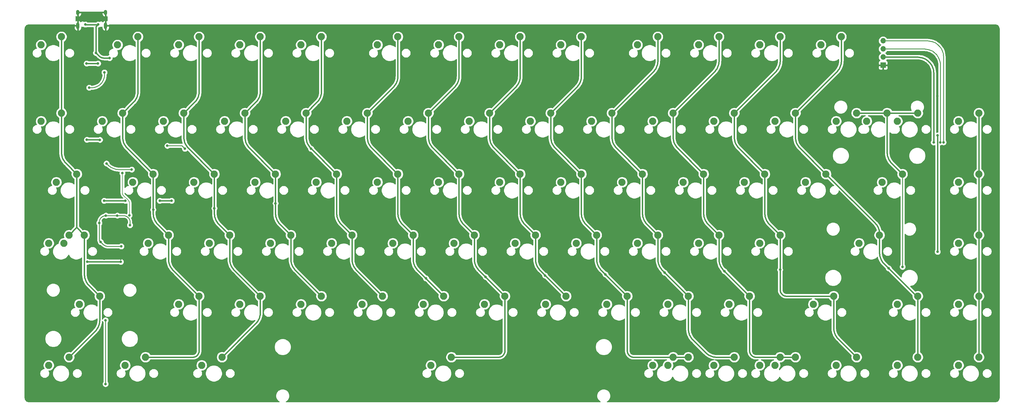
<source format=gbr>
G04 #@! TF.GenerationSoftware,KiCad,Pcbnew,(5.1.4)-1*
G04 #@! TF.CreationDate,2021-01-05T22:26:20-08:00*
G04 #@! TF.ProjectId,Seck_C_75,5365636b-5f43-45f3-9735-2e6b69636164,rev?*
G04 #@! TF.SameCoordinates,Original*
G04 #@! TF.FileFunction,Copper,L1,Top*
G04 #@! TF.FilePolarity,Positive*
%FSLAX46Y46*%
G04 Gerber Fmt 4.6, Leading zero omitted, Abs format (unit mm)*
G04 Created by KiCad (PCBNEW (5.1.4)-1) date 2021-01-05 22:26:20*
%MOMM*%
%LPD*%
G04 APERTURE LIST*
%ADD10C,2.250000*%
%ADD11O,1.700000X1.700000*%
%ADD12R,1.700000X1.700000*%
%ADD13O,1.000000X1.600000*%
%ADD14O,1.000000X2.100000*%
%ADD15C,0.800000*%
%ADD16C,0.254000*%
%ADD17C,0.250000*%
%ADD18C,0.400000*%
%ADD19C,0.200000*%
G04 APERTURE END LIST*
D10*
X241458750Y-117316250D03*
X247808750Y-114776250D03*
X212883750Y-117316250D03*
X219233750Y-114776250D03*
X20002500Y-79216250D03*
X26352500Y-76676250D03*
X265271250Y-41116250D03*
X271621250Y-38576250D03*
X303371250Y-117316250D03*
X309721250Y-114776250D03*
X284321250Y-117316250D03*
X290671250Y-114776250D03*
X265271250Y-117316250D03*
X271621250Y-114776250D03*
X246221250Y-117316250D03*
X252571250Y-114776250D03*
X227171250Y-117316250D03*
X233521250Y-114776250D03*
X208121250Y-117316250D03*
X214471250Y-114776250D03*
X139065000Y-117316250D03*
X145415000Y-114776250D03*
X67627500Y-117316250D03*
X73977500Y-114776250D03*
X43815000Y-117316250D03*
X50165000Y-114776250D03*
X20002500Y-117316250D03*
X26352500Y-114776250D03*
X303371250Y-98266250D03*
X309721250Y-95726250D03*
X284321250Y-98266250D03*
X290671250Y-95726250D03*
X258127500Y-98266250D03*
X264477500Y-95726250D03*
X231933750Y-98266250D03*
X238283750Y-95726250D03*
X212883750Y-98266250D03*
X219233750Y-95726250D03*
X193833750Y-98266250D03*
X200183750Y-95726250D03*
X174783750Y-98266250D03*
X181133750Y-95726250D03*
X155733750Y-98266250D03*
X162083750Y-95726250D03*
X136683750Y-98266250D03*
X143033750Y-95726250D03*
X117633750Y-98266250D03*
X123983750Y-95726250D03*
X98583750Y-98266250D03*
X104933750Y-95726250D03*
X79533750Y-98266250D03*
X85883750Y-95726250D03*
X60483750Y-98266250D03*
X66833750Y-95726250D03*
X29527500Y-98266250D03*
X35877500Y-95726250D03*
X303371250Y-79216250D03*
X309721250Y-76676250D03*
X284321250Y-41116250D03*
X290671250Y-38576250D03*
X272415000Y-79216250D03*
X278765000Y-76676250D03*
X241458750Y-79216250D03*
X247808750Y-76676250D03*
X222408750Y-79216250D03*
X228758750Y-76676250D03*
X203358750Y-79216250D03*
X209708750Y-76676250D03*
X184308750Y-79216250D03*
X190658750Y-76676250D03*
X165258750Y-79216250D03*
X171608750Y-76676250D03*
X146208750Y-79216250D03*
X152558750Y-76676250D03*
X127158750Y-79216250D03*
X133508750Y-76676250D03*
X108108750Y-79216250D03*
X114458750Y-76676250D03*
X89058750Y-79216250D03*
X95408750Y-76676250D03*
X70008750Y-79216250D03*
X76358750Y-76676250D03*
X50958750Y-79216250D03*
X57308750Y-76676250D03*
X24765000Y-79216250D03*
X31115000Y-76676250D03*
X303371250Y-60166250D03*
X309721250Y-57626250D03*
X279558750Y-60166250D03*
X285908750Y-57626250D03*
X255746250Y-60166250D03*
X262096250Y-57626250D03*
X236696250Y-60166250D03*
X243046250Y-57626250D03*
X217646250Y-60166250D03*
X223996250Y-57626250D03*
X198596250Y-60166250D03*
X204946250Y-57626250D03*
X179546250Y-60166250D03*
X185896250Y-57626250D03*
X160496250Y-60166250D03*
X166846250Y-57626250D03*
X141446250Y-60166250D03*
X147796250Y-57626250D03*
X122396250Y-60166250D03*
X128746250Y-57626250D03*
X103346250Y-60166250D03*
X109696250Y-57626250D03*
X84296250Y-60166250D03*
X90646250Y-57626250D03*
X65246250Y-60166250D03*
X71596250Y-57626250D03*
X46196250Y-60166250D03*
X52546250Y-57626250D03*
X22383750Y-60166250D03*
X28733750Y-57626250D03*
X303371250Y-41116250D03*
X309721250Y-38576250D03*
X274796250Y-41116250D03*
X281146250Y-38576250D03*
X246221250Y-41116250D03*
X252571250Y-38576250D03*
X227171250Y-41116250D03*
X233521250Y-38576250D03*
X208121250Y-41116250D03*
X214471250Y-38576250D03*
X189071250Y-41116250D03*
X195421250Y-38576250D03*
X170021250Y-41116250D03*
X176371250Y-38576250D03*
X150971250Y-41116250D03*
X157321250Y-38576250D03*
X131921250Y-41116250D03*
X138271250Y-38576250D03*
X112871250Y-41116250D03*
X119221250Y-38576250D03*
X93821250Y-41116250D03*
X100171250Y-38576250D03*
X74771250Y-41116250D03*
X81121250Y-38576250D03*
X55721250Y-41116250D03*
X62071250Y-38576250D03*
X36671250Y-41116250D03*
X43021250Y-38576250D03*
X260508750Y-17303750D03*
X266858750Y-14763750D03*
X241458750Y-17303750D03*
X247808750Y-14763750D03*
X222408750Y-17303750D03*
X228758750Y-14763750D03*
X203358750Y-17303750D03*
X209708750Y-14763750D03*
X179546250Y-17303750D03*
X185896250Y-14763750D03*
X160496250Y-17303750D03*
X166846250Y-14763750D03*
X141446250Y-17303750D03*
X147796250Y-14763750D03*
X122396250Y-17303750D03*
X128746250Y-14763750D03*
X98583750Y-17303750D03*
X104933750Y-14763750D03*
X79533750Y-17303750D03*
X85883750Y-14763750D03*
X60483750Y-17303750D03*
X66833750Y-14763750D03*
X41433750Y-17303750D03*
X47783750Y-14763750D03*
X17621250Y-41116250D03*
X23971250Y-38576250D03*
X17621250Y-17303750D03*
X23971250Y-14763750D03*
D11*
X279901750Y-16033750D03*
X279901750Y-18573750D03*
X279901750Y-21113750D03*
D12*
X279901750Y-23653750D03*
D13*
X37726250Y-7156250D03*
X29086250Y-7156250D03*
D14*
X37726250Y-11336250D03*
X29086250Y-11336250D03*
D15*
X32612500Y-30650000D03*
X37350000Y-25900000D03*
X35750000Y-72900000D03*
X37812500Y-70587500D03*
X45312500Y-73562500D03*
X38006966Y-54315116D03*
X295650000Y-47750000D03*
X42599998Y-80200000D03*
X36206441Y-78843559D03*
X45850000Y-56200000D03*
X41362500Y-70587500D03*
X32500000Y-19750000D03*
X34050000Y-69800000D03*
X40050000Y-67200000D03*
X49250000Y-72600000D03*
X42450000Y-84050000D03*
X31600000Y-72900000D03*
X48900000Y-75300000D03*
X43650000Y-78950000D03*
X47200000Y-53800000D03*
X296800000Y-33250000D03*
X37300000Y-84050000D03*
X55150000Y-54700000D03*
X291525000Y-44925000D03*
X38650000Y-50700000D03*
X35379666Y-10930757D03*
X31432834Y-10930757D03*
X38950000Y-21400000D03*
X34700000Y-19800000D03*
X45150000Y-70500000D03*
X42950000Y-57350000D03*
X297700000Y-47712500D03*
X298700003Y-47712500D03*
X31800000Y-23100000D03*
X35350000Y-23100000D03*
X31887498Y-46912500D03*
X35950000Y-46950000D03*
X37287500Y-65962500D03*
X54587500Y-65962500D03*
X58287500Y-65962500D03*
X43900000Y-65950000D03*
X42437500Y-85012500D03*
X32000000Y-85000000D03*
X296840000Y-81885000D03*
X296840000Y-45590000D03*
X37700000Y-103262500D03*
X37700000Y-123150000D03*
X52566675Y-68770531D03*
X71596250Y-68320521D03*
X90646250Y-66762500D03*
X56950000Y-48800000D03*
X62424713Y-49708020D03*
X101710000Y-49708020D03*
X137500000Y-90187590D03*
X156100000Y-89737580D03*
X174578750Y-89287570D03*
X193403750Y-88946250D03*
X211828750Y-88387550D03*
X230453750Y-87937540D03*
X247808750Y-87487530D03*
X281600000Y-87037520D03*
X285950000Y-86587510D03*
D16*
X37350000Y-26650000D02*
X37350000Y-25900000D01*
X37350000Y-26650000D02*
X37330738Y-27042068D01*
X37330738Y-27042068D02*
X37273141Y-27430361D01*
X37273141Y-27430361D02*
X37177761Y-27811138D01*
X37177761Y-27811138D02*
X37045518Y-28180733D01*
X37045518Y-28180733D02*
X36877685Y-28535586D01*
X36877685Y-28535586D02*
X36675878Y-28872280D01*
X36675878Y-28872280D02*
X36442041Y-29187573D01*
X36442041Y-29187573D02*
X36178427Y-29478427D01*
X36178427Y-29478427D02*
X35887573Y-29742041D01*
X35887573Y-29742041D02*
X35572280Y-29975878D01*
X35572280Y-29975878D02*
X35235586Y-30177685D01*
X35235586Y-30177685D02*
X34880733Y-30345518D01*
X34880733Y-30345518D02*
X34511138Y-30477761D01*
X34511138Y-30477761D02*
X34130361Y-30573141D01*
X34130361Y-30573141D02*
X33742068Y-30630738D01*
X33742068Y-30630738D02*
X33350000Y-30650000D01*
X33350000Y-30650000D02*
X32612500Y-30650000D01*
D17*
X37750000Y-70587500D02*
X37812500Y-70587500D01*
X37750000Y-70587500D02*
X37553965Y-70597130D01*
X37553965Y-70597130D02*
X37359819Y-70625929D01*
X37359819Y-70625929D02*
X37169430Y-70673619D01*
X37169430Y-70673619D02*
X36984633Y-70739740D01*
X36984633Y-70739740D02*
X36807206Y-70823657D01*
X36807206Y-70823657D02*
X36638859Y-70924560D01*
X36638859Y-70924560D02*
X36481213Y-71041479D01*
X36481213Y-71041479D02*
X36335786Y-71173286D01*
X36335786Y-71173286D02*
X36203979Y-71318713D01*
X36203979Y-71318713D02*
X36087060Y-71476359D01*
X36087060Y-71476359D02*
X35986157Y-71644706D01*
X35986157Y-71644706D02*
X35902240Y-71822133D01*
X35902240Y-71822133D02*
X35836119Y-72006930D01*
X35836119Y-72006930D02*
X35788429Y-72197319D01*
X35788429Y-72197319D02*
X35759630Y-72391465D01*
X35759630Y-72391465D02*
X35750000Y-72587500D01*
X35750000Y-72587500D02*
X35750000Y-72900000D01*
D18*
X290650000Y-21113750D02*
X279901750Y-21113750D01*
X290650000Y-21113750D02*
X291140085Y-21137826D01*
X291140085Y-21137826D02*
X291625451Y-21209823D01*
X291625451Y-21209823D02*
X292101423Y-21329048D01*
X292101423Y-21329048D02*
X292563417Y-21494352D01*
X292563417Y-21494352D02*
X293006983Y-21704143D01*
X293006983Y-21704143D02*
X293427851Y-21956401D01*
X293427851Y-21956401D02*
X293821966Y-22248697D01*
X293821966Y-22248697D02*
X294185533Y-22578216D01*
X294185533Y-22578216D02*
X294515052Y-22941783D01*
X294515052Y-22941783D02*
X294807348Y-23335898D01*
X294807348Y-23335898D02*
X295059606Y-23756766D01*
X295059606Y-23756766D02*
X295269397Y-24200332D01*
X295269397Y-24200332D02*
X295434701Y-24662326D01*
X295434701Y-24662326D02*
X295553926Y-25138298D01*
X295553926Y-25138298D02*
X295625923Y-25623664D01*
X295625923Y-25623664D02*
X295650000Y-26113750D01*
X295650000Y-26113750D02*
X295650000Y-47750000D01*
D17*
X35750000Y-72900000D02*
X35750000Y-78387118D01*
X36606440Y-79243558D02*
X36206441Y-78843559D01*
X35750000Y-78387118D02*
X35806442Y-78443560D01*
X35806442Y-78443560D02*
X36206441Y-78843559D01*
D16*
X40490231Y-55992089D02*
X40718637Y-56055297D01*
X41891850Y-56200000D02*
X45850000Y-56200000D01*
X41654930Y-56194183D02*
X41891850Y-56200000D01*
X41418581Y-56176749D02*
X41654930Y-56194183D01*
X41183372Y-56147739D02*
X41418581Y-56176749D01*
X40949870Y-56107222D02*
X41183372Y-56147739D01*
X38649276Y-54949200D02*
X38828727Y-55103997D01*
X38477636Y-54785786D02*
X38649276Y-54949200D01*
X39827431Y-55736418D02*
X40044090Y-55832457D01*
X38477636Y-54785786D02*
X38006966Y-54315116D01*
X38828727Y-55103997D02*
X39015558Y-55249801D01*
X40718637Y-56055297D02*
X40949870Y-56107222D01*
X39015558Y-55249801D02*
X39209319Y-55386262D01*
X39209319Y-55386262D02*
X39409542Y-55513052D01*
X39409542Y-55513052D02*
X39615744Y-55629865D01*
X39615744Y-55629865D02*
X39827431Y-55736418D01*
X40044090Y-55832457D02*
X40265201Y-55917749D01*
X40265201Y-55917749D02*
X40490231Y-55992089D01*
D17*
X43508534Y-70597130D02*
X43312500Y-70587500D01*
X45160259Y-71822133D02*
X45076342Y-71644706D01*
X45226380Y-72006930D02*
X45160259Y-71822133D01*
X43702680Y-70625929D02*
X43508534Y-70597130D01*
X45274070Y-72197319D02*
X45226380Y-72006930D01*
X45302869Y-72391465D02*
X45274070Y-72197319D01*
X44581286Y-71041479D02*
X44423640Y-70924560D01*
X45312500Y-72587500D02*
X45302869Y-72391465D01*
X44975439Y-71476359D02*
X44858520Y-71318713D01*
X44255293Y-70823657D02*
X44077866Y-70739740D01*
X45312500Y-72587500D02*
X45312500Y-73562500D01*
X44423640Y-70924560D02*
X44255293Y-70823657D01*
X43312500Y-70587500D02*
X41362500Y-70587500D01*
X44726713Y-71173286D02*
X44581286Y-71041479D01*
X45076342Y-71644706D02*
X44975439Y-71476359D01*
X44858520Y-71318713D02*
X44726713Y-71173286D01*
X41362500Y-70587500D02*
X37812500Y-70587500D01*
X44077866Y-70739740D02*
X43893069Y-70673619D01*
X43893069Y-70673619D02*
X43702680Y-70625929D01*
X36855775Y-79492893D02*
X36606440Y-79243558D01*
X36855775Y-79492893D02*
X36941595Y-79574600D01*
X36941595Y-79574600D02*
X37031320Y-79651998D01*
X37031320Y-79651998D02*
X37124736Y-79724900D01*
X37124736Y-79724900D02*
X37221616Y-79793131D01*
X37221616Y-79793131D02*
X37321728Y-79856526D01*
X37321728Y-79856526D02*
X37424829Y-79914932D01*
X37424829Y-79914932D02*
X37530672Y-79968209D01*
X37530672Y-79968209D02*
X37639002Y-80016228D01*
X37639002Y-80016228D02*
X37749557Y-80058874D01*
X37749557Y-80058874D02*
X37862072Y-80096044D01*
X37862072Y-80096044D02*
X37976275Y-80127648D01*
X37976275Y-80127648D02*
X38091892Y-80153611D01*
X38091892Y-80153611D02*
X38208643Y-80173869D01*
X38208643Y-80173869D02*
X38326247Y-80188374D01*
X38326247Y-80188374D02*
X38444422Y-80197091D01*
X38444422Y-80197091D02*
X38562882Y-80200000D01*
X38562882Y-80200000D02*
X42599998Y-80200000D01*
D18*
X35310423Y-11000000D02*
X35379666Y-10930757D01*
X31432834Y-10930757D02*
X31502077Y-11000000D01*
X31502077Y-11000000D02*
X35310423Y-11000000D01*
X35379666Y-10930757D02*
X34700000Y-11610423D01*
X34700000Y-19234315D02*
X34700000Y-19800000D01*
X34700000Y-11610423D02*
X34700000Y-19234315D01*
X37300000Y-21400000D02*
X38950000Y-21400000D01*
X37300000Y-21400000D02*
X37181540Y-21397091D01*
X37181540Y-21397091D02*
X37063365Y-21388374D01*
X37063365Y-21388374D02*
X36945761Y-21373869D01*
X36945761Y-21373869D02*
X36829010Y-21353611D01*
X36829010Y-21353611D02*
X36713393Y-21327649D01*
X36713393Y-21327649D02*
X36599190Y-21296044D01*
X36599190Y-21296044D02*
X36486675Y-21258874D01*
X36486675Y-21258874D02*
X36376120Y-21216228D01*
X36376120Y-21216228D02*
X36267790Y-21168209D01*
X36267790Y-21168209D02*
X36161947Y-21114932D01*
X36161947Y-21114932D02*
X36058845Y-21056526D01*
X36058845Y-21056526D02*
X35958734Y-20993131D01*
X35958734Y-20993131D02*
X35861854Y-20924900D01*
X35861854Y-20924900D02*
X35768438Y-20851998D01*
X35768438Y-20851998D02*
X35678712Y-20774600D01*
X35678712Y-20774600D02*
X35592893Y-20692893D01*
X35592893Y-20692893D02*
X34700000Y-19800000D01*
D19*
X42950000Y-57915685D02*
X42950000Y-57350000D01*
X44796446Y-65810444D02*
X44837299Y-65853354D01*
X44837299Y-65853354D02*
X44875998Y-65898217D01*
X44875998Y-65898217D02*
X44912449Y-65944924D01*
X44912449Y-65944924D02*
X44946565Y-65993364D01*
X44946565Y-65993364D02*
X44978262Y-66043420D01*
X44978262Y-66043420D02*
X45007465Y-66094971D01*
X45007465Y-66094971D02*
X45034104Y-66147892D01*
X45034104Y-66147892D02*
X45058114Y-66202057D01*
X45058114Y-66202057D02*
X45079437Y-66257335D01*
X45079437Y-66257335D02*
X45098021Y-66313593D01*
X45098021Y-66313593D02*
X45113824Y-66370694D01*
X45113824Y-66370694D02*
X45126805Y-66428502D01*
X45126805Y-66428502D02*
X45136934Y-66486878D01*
X45136934Y-66486878D02*
X45144187Y-66545680D01*
X45144187Y-66545680D02*
X45148545Y-66604768D01*
X45148545Y-66604768D02*
X45150000Y-66663998D01*
X45150000Y-66663998D02*
X45150000Y-70500000D01*
X42950000Y-63463998D02*
X42950000Y-57915685D01*
X42950000Y-63463998D02*
X42951454Y-63523227D01*
X42951454Y-63523227D02*
X42955812Y-63582315D01*
X42955812Y-63582315D02*
X42963065Y-63641117D01*
X42963065Y-63641117D02*
X42973194Y-63699492D01*
X42973194Y-63699492D02*
X42986175Y-63757300D01*
X42986175Y-63757300D02*
X43001977Y-63814402D01*
X43001977Y-63814402D02*
X43020562Y-63870659D01*
X43020562Y-63870659D02*
X43041885Y-63925937D01*
X43041885Y-63925937D02*
X43065895Y-63980102D01*
X43065895Y-63980102D02*
X43092533Y-64033023D01*
X43092533Y-64033023D02*
X43121736Y-64084574D01*
X43121736Y-64084574D02*
X43153434Y-64134630D01*
X43153434Y-64134630D02*
X43187549Y-64183070D01*
X43187549Y-64183070D02*
X43224000Y-64229777D01*
X43224000Y-64229777D02*
X43262699Y-64274640D01*
X43262699Y-64274640D02*
X43303553Y-64317551D01*
X43303553Y-64317551D02*
X44796446Y-65810444D01*
D16*
X281103831Y-18573750D02*
X279901750Y-18573750D01*
X292700000Y-18573750D02*
X281103831Y-18573750D01*
X292700000Y-18573750D02*
X293190085Y-18597826D01*
X293190085Y-18597826D02*
X293675451Y-18669823D01*
X293675451Y-18669823D02*
X294151423Y-18789048D01*
X294151423Y-18789048D02*
X294613417Y-18954352D01*
X294613417Y-18954352D02*
X295056983Y-19164143D01*
X295056983Y-19164143D02*
X295477851Y-19416401D01*
X295477851Y-19416401D02*
X295871966Y-19708697D01*
X295871966Y-19708697D02*
X296235533Y-20038216D01*
X296235533Y-20038216D02*
X296565052Y-20401783D01*
X296565052Y-20401783D02*
X296857348Y-20795898D01*
X296857348Y-20795898D02*
X297109606Y-21216766D01*
X297109606Y-21216766D02*
X297319397Y-21660332D01*
X297319397Y-21660332D02*
X297484701Y-22122326D01*
X297484701Y-22122326D02*
X297603926Y-22598298D01*
X297603926Y-22598298D02*
X297675923Y-23083664D01*
X297675923Y-23083664D02*
X297700000Y-23573750D01*
X297700000Y-23573750D02*
X297700000Y-47712500D01*
X281103831Y-16033750D02*
X279901750Y-16033750D01*
X293700003Y-16033750D02*
X281103831Y-16033750D01*
X293700003Y-16033750D02*
X294190088Y-16057826D01*
X294190088Y-16057826D02*
X294675454Y-16129823D01*
X294675454Y-16129823D02*
X295151426Y-16249048D01*
X295151426Y-16249048D02*
X295613420Y-16414352D01*
X295613420Y-16414352D02*
X296056986Y-16624143D01*
X296056986Y-16624143D02*
X296477854Y-16876401D01*
X296477854Y-16876401D02*
X296871969Y-17168697D01*
X296871969Y-17168697D02*
X297235536Y-17498216D01*
X297235536Y-17498216D02*
X297565055Y-17861783D01*
X297565055Y-17861783D02*
X297857351Y-18255898D01*
X297857351Y-18255898D02*
X298109609Y-18676766D01*
X298109609Y-18676766D02*
X298319400Y-19120332D01*
X298319400Y-19120332D02*
X298484704Y-19582326D01*
X298484704Y-19582326D02*
X298603929Y-20058298D01*
X298603929Y-20058298D02*
X298675926Y-20543664D01*
X298675926Y-20543664D02*
X298700003Y-21033750D01*
X298700003Y-21033750D02*
X298700003Y-47712500D01*
D18*
X32365685Y-23100000D02*
X35350000Y-23100000D01*
X31800000Y-23100000D02*
X32365685Y-23100000D01*
X35912500Y-46912500D02*
X35950000Y-46950000D01*
X31887498Y-46912500D02*
X35912500Y-46912500D01*
X54587500Y-65962500D02*
X58287500Y-65962500D01*
X43887500Y-65962500D02*
X43900000Y-65950000D01*
X37287500Y-65962500D02*
X43887500Y-65962500D01*
X42437500Y-85012500D02*
X32012500Y-85012500D01*
X32012500Y-85012500D02*
X32000000Y-85000000D01*
X296840000Y-45590000D02*
X296840000Y-81885000D01*
D17*
X37700000Y-103262500D02*
X37700000Y-123150000D01*
D18*
X23971250Y-14763750D02*
X23971250Y-38576250D01*
X28733750Y-74295000D02*
X26352500Y-76676250D01*
X28733750Y-74295000D02*
X31115000Y-76676250D01*
X25385463Y-54277963D02*
X28733750Y-57626250D01*
X25385463Y-54277963D02*
X25222048Y-54106322D01*
X25222048Y-54106322D02*
X25067251Y-53926871D01*
X25067251Y-53926871D02*
X24921447Y-53740040D01*
X24921447Y-53740040D02*
X24784986Y-53546279D01*
X24784986Y-53546279D02*
X24658196Y-53346057D01*
X24658196Y-53346057D02*
X24541384Y-53139854D01*
X24541384Y-53139854D02*
X24434830Y-52928168D01*
X24434830Y-52928168D02*
X24338791Y-52711508D01*
X24338791Y-52711508D02*
X24253499Y-52490397D01*
X24253499Y-52490397D02*
X24179160Y-52265368D01*
X24179160Y-52265368D02*
X24115951Y-52036961D01*
X24115951Y-52036961D02*
X24064026Y-51805729D01*
X24064026Y-51805729D02*
X24023510Y-51572227D01*
X24023510Y-51572227D02*
X23994499Y-51337018D01*
X23994499Y-51337018D02*
X23977065Y-51100669D01*
X23977065Y-51100669D02*
X23971250Y-50863750D01*
X23971250Y-50863750D02*
X23971250Y-38576250D01*
X32529213Y-92377963D02*
X35877500Y-95726250D01*
X32529213Y-92377963D02*
X32365798Y-92206322D01*
X32365798Y-92206322D02*
X32211001Y-92026871D01*
X32211001Y-92026871D02*
X32065197Y-91840040D01*
X32065197Y-91840040D02*
X31928736Y-91646279D01*
X31928736Y-91646279D02*
X31801946Y-91446057D01*
X31801946Y-91446057D02*
X31685134Y-91239854D01*
X31685134Y-91239854D02*
X31578580Y-91028168D01*
X31578580Y-91028168D02*
X31482541Y-90811508D01*
X31482541Y-90811508D02*
X31397249Y-90590397D01*
X31397249Y-90590397D02*
X31322910Y-90365368D01*
X31322910Y-90365368D02*
X31259701Y-90136961D01*
X31259701Y-90136961D02*
X31207776Y-89905729D01*
X31207776Y-89905729D02*
X31167260Y-89672227D01*
X31167260Y-89672227D02*
X31138249Y-89437018D01*
X31138249Y-89437018D02*
X31120815Y-89200669D01*
X31120815Y-89200669D02*
X31115000Y-88963750D01*
X31115000Y-88963750D02*
X31115000Y-76676250D01*
X34463286Y-106665463D02*
X26352500Y-114776250D01*
X34463286Y-106665463D02*
X34626700Y-106493822D01*
X34626700Y-106493822D02*
X34781496Y-106314371D01*
X34781496Y-106314371D02*
X34927301Y-106127540D01*
X34927301Y-106127540D02*
X35063762Y-105933779D01*
X35063762Y-105933779D02*
X35190552Y-105733557D01*
X35190552Y-105733557D02*
X35307364Y-105527354D01*
X35307364Y-105527354D02*
X35413918Y-105315668D01*
X35413918Y-105315668D02*
X35509957Y-105099008D01*
X35509957Y-105099008D02*
X35595249Y-104877897D01*
X35595249Y-104877897D02*
X35669589Y-104652868D01*
X35669589Y-104652868D02*
X35732797Y-104424461D01*
X35732797Y-104424461D02*
X35784722Y-104193229D01*
X35784722Y-104193229D02*
X35825239Y-103959727D01*
X35825239Y-103959727D02*
X35854249Y-103724518D01*
X35854249Y-103724518D02*
X35871683Y-103488169D01*
X35871683Y-103488169D02*
X35877500Y-103251250D01*
X35877500Y-103251250D02*
X35877500Y-95726250D01*
X28733750Y-57626250D02*
X28733750Y-74295000D01*
X51755990Y-114776250D02*
X50165000Y-114776250D01*
X66833750Y-112776250D02*
X66833750Y-95726250D01*
X66833750Y-112776250D02*
X66824119Y-112972284D01*
X66824119Y-112972284D02*
X66795320Y-113166430D01*
X66795320Y-113166430D02*
X66747630Y-113356819D01*
X66747630Y-113356819D02*
X66681509Y-113541616D01*
X66681509Y-113541616D02*
X66597592Y-113719043D01*
X66597592Y-113719043D02*
X66496689Y-113887390D01*
X66496689Y-113887390D02*
X66379770Y-114045036D01*
X66379770Y-114045036D02*
X66247963Y-114190463D01*
X66247963Y-114190463D02*
X66102536Y-114322270D01*
X66102536Y-114322270D02*
X65944890Y-114439189D01*
X65944890Y-114439189D02*
X65776543Y-114540092D01*
X65776543Y-114540092D02*
X65599116Y-114624009D01*
X65599116Y-114624009D02*
X65414319Y-114690130D01*
X65414319Y-114690130D02*
X65223930Y-114737820D01*
X65223930Y-114737820D02*
X65029784Y-114766619D01*
X65029784Y-114766619D02*
X64833750Y-114776250D01*
X64833750Y-114776250D02*
X51755990Y-114776250D01*
X58722963Y-87615463D02*
X66833750Y-95726250D01*
X58722963Y-87615463D02*
X58559548Y-87443822D01*
X58559548Y-87443822D02*
X58404751Y-87264371D01*
X58404751Y-87264371D02*
X58258947Y-87077540D01*
X58258947Y-87077540D02*
X58122486Y-86883779D01*
X58122486Y-86883779D02*
X57995696Y-86683557D01*
X57995696Y-86683557D02*
X57878884Y-86477354D01*
X57878884Y-86477354D02*
X57772330Y-86265668D01*
X57772330Y-86265668D02*
X57676291Y-86049008D01*
X57676291Y-86049008D02*
X57590999Y-85827897D01*
X57590999Y-85827897D02*
X57516660Y-85602868D01*
X57516660Y-85602868D02*
X57453451Y-85374461D01*
X57453451Y-85374461D02*
X57401526Y-85143229D01*
X57401526Y-85143229D02*
X57361010Y-84909727D01*
X57361010Y-84909727D02*
X57331999Y-84674518D01*
X57331999Y-84674518D02*
X57314565Y-84438169D01*
X57314565Y-84438169D02*
X57308750Y-84201250D01*
X57308750Y-84201250D02*
X57308750Y-76676250D01*
X53960463Y-73327963D02*
X57308750Y-76676250D01*
X53960463Y-73327963D02*
X53797048Y-73156322D01*
X53797048Y-73156322D02*
X53642251Y-72976871D01*
X53642251Y-72976871D02*
X53496447Y-72790040D01*
X53496447Y-72790040D02*
X53359986Y-72596279D01*
X53359986Y-72596279D02*
X53233196Y-72396057D01*
X53233196Y-72396057D02*
X53116384Y-72189854D01*
X53116384Y-72189854D02*
X53009830Y-71978168D01*
X53009830Y-71978168D02*
X52913791Y-71761508D01*
X52913791Y-71761508D02*
X52828499Y-71540397D01*
X52828499Y-71540397D02*
X52754160Y-71315368D01*
X52754160Y-71315368D02*
X52690951Y-71086961D01*
X52690951Y-71086961D02*
X52639026Y-70855729D01*
X52639026Y-70855729D02*
X52598510Y-70622227D01*
X52598510Y-70622227D02*
X52569499Y-70387018D01*
X52569499Y-70387018D02*
X52552065Y-70150669D01*
X52552065Y-70150669D02*
X52546250Y-69913750D01*
X52546250Y-69913750D02*
X52546250Y-57626250D01*
X44435463Y-49515463D02*
X52546250Y-57626250D01*
X44435463Y-49515463D02*
X44272048Y-49343822D01*
X44272048Y-49343822D02*
X44117251Y-49164371D01*
X44117251Y-49164371D02*
X43971447Y-48977540D01*
X43971447Y-48977540D02*
X43834986Y-48783779D01*
X43834986Y-48783779D02*
X43708196Y-48583557D01*
X43708196Y-48583557D02*
X43591384Y-48377354D01*
X43591384Y-48377354D02*
X43484830Y-48165668D01*
X43484830Y-48165668D02*
X43388791Y-47949008D01*
X43388791Y-47949008D02*
X43303499Y-47727897D01*
X43303499Y-47727897D02*
X43229160Y-47502868D01*
X43229160Y-47502868D02*
X43165951Y-47274461D01*
X43165951Y-47274461D02*
X43114026Y-47043229D01*
X43114026Y-47043229D02*
X43073510Y-46809727D01*
X43073510Y-46809727D02*
X43044499Y-46574518D01*
X43044499Y-46574518D02*
X43027065Y-46338169D01*
X43027065Y-46338169D02*
X43021250Y-46101250D01*
X43021250Y-46101250D02*
X43021250Y-38576250D01*
X46369536Y-35227963D02*
X43021250Y-38576250D01*
X46369536Y-35227963D02*
X46532950Y-35056322D01*
X46532950Y-35056322D02*
X46687746Y-34876870D01*
X46687746Y-34876870D02*
X46833550Y-34690039D01*
X46833550Y-34690039D02*
X46970012Y-34496279D01*
X46970012Y-34496279D02*
X47096802Y-34296056D01*
X47096802Y-34296056D02*
X47213614Y-34089854D01*
X47213614Y-34089854D02*
X47320168Y-33878168D01*
X47320168Y-33878168D02*
X47416207Y-33661508D01*
X47416207Y-33661508D02*
X47501499Y-33440397D01*
X47501499Y-33440397D02*
X47575838Y-33215368D01*
X47575838Y-33215368D02*
X47639047Y-32986961D01*
X47639047Y-32986961D02*
X47690972Y-32755729D01*
X47690972Y-32755729D02*
X47731489Y-32522227D01*
X47731489Y-32522227D02*
X47760499Y-32287018D01*
X47760499Y-32287018D02*
X47777933Y-32050669D01*
X47777933Y-32050669D02*
X47783750Y-31813750D01*
X47783750Y-31813750D02*
X47783750Y-14763750D01*
X65419536Y-35227963D02*
X62071250Y-38576250D01*
X65419536Y-35227963D02*
X65582950Y-35056322D01*
X65582950Y-35056322D02*
X65737746Y-34876870D01*
X65737746Y-34876870D02*
X65883550Y-34690039D01*
X65883550Y-34690039D02*
X66020012Y-34496279D01*
X66020012Y-34496279D02*
X66146802Y-34296056D01*
X66146802Y-34296056D02*
X66263614Y-34089854D01*
X66263614Y-34089854D02*
X66370168Y-33878168D01*
X66370168Y-33878168D02*
X66466207Y-33661508D01*
X66466207Y-33661508D02*
X66551499Y-33440397D01*
X66551499Y-33440397D02*
X66625838Y-33215368D01*
X66625838Y-33215368D02*
X66689047Y-32986961D01*
X66689047Y-32986961D02*
X66740972Y-32755729D01*
X66740972Y-32755729D02*
X66781489Y-32522227D01*
X66781489Y-32522227D02*
X66810499Y-32287018D01*
X66810499Y-32287018D02*
X66827933Y-32050669D01*
X66827933Y-32050669D02*
X66833750Y-31813750D01*
X66833750Y-31813750D02*
X66833750Y-14763750D01*
X63485463Y-49515463D02*
X71596250Y-57626250D01*
X63485463Y-49515463D02*
X63322048Y-49343822D01*
X63322048Y-49343822D02*
X63167252Y-49164370D01*
X63167252Y-49164370D02*
X63021448Y-48977539D01*
X63021448Y-48977539D02*
X62884986Y-48783779D01*
X62884986Y-48783779D02*
X62758197Y-48583556D01*
X62758197Y-48583556D02*
X62641384Y-48377354D01*
X62641384Y-48377354D02*
X62534830Y-48165668D01*
X62534830Y-48165668D02*
X62438792Y-47949008D01*
X62438792Y-47949008D02*
X62353500Y-47727897D01*
X62353500Y-47727897D02*
X62279160Y-47502868D01*
X62279160Y-47502868D02*
X62215951Y-47274461D01*
X62215951Y-47274461D02*
X62164026Y-47043229D01*
X62164026Y-47043229D02*
X62123510Y-46809727D01*
X62123510Y-46809727D02*
X62094499Y-46574518D01*
X62094499Y-46574518D02*
X62077065Y-46338169D01*
X62077065Y-46338169D02*
X62071250Y-46101250D01*
X62071250Y-46101250D02*
X62071250Y-38576250D01*
X73010463Y-73327963D02*
X76358750Y-76676250D01*
X73010463Y-73327963D02*
X72847048Y-73156322D01*
X72847048Y-73156322D02*
X72692251Y-72976871D01*
X72692251Y-72976871D02*
X72546447Y-72790040D01*
X72546447Y-72790040D02*
X72409986Y-72596279D01*
X72409986Y-72596279D02*
X72283196Y-72396057D01*
X72283196Y-72396057D02*
X72166384Y-72189854D01*
X72166384Y-72189854D02*
X72059830Y-71978168D01*
X72059830Y-71978168D02*
X71963791Y-71761508D01*
X71963791Y-71761508D02*
X71878499Y-71540397D01*
X71878499Y-71540397D02*
X71804160Y-71315368D01*
X71804160Y-71315368D02*
X71740951Y-71086961D01*
X71740951Y-71086961D02*
X71689026Y-70855729D01*
X71689026Y-70855729D02*
X71648510Y-70622227D01*
X71648510Y-70622227D02*
X71619499Y-70387018D01*
X71619499Y-70387018D02*
X71602065Y-70150669D01*
X71602065Y-70150669D02*
X71596250Y-69913750D01*
X71596250Y-69913750D02*
X71596250Y-57626250D01*
X77772963Y-87615463D02*
X85883750Y-95726250D01*
X77772963Y-87615463D02*
X77609548Y-87443822D01*
X77609548Y-87443822D02*
X77454751Y-87264371D01*
X77454751Y-87264371D02*
X77308947Y-87077540D01*
X77308947Y-87077540D02*
X77172486Y-86883779D01*
X77172486Y-86883779D02*
X77045696Y-86683557D01*
X77045696Y-86683557D02*
X76928884Y-86477354D01*
X76928884Y-86477354D02*
X76822330Y-86265668D01*
X76822330Y-86265668D02*
X76726291Y-86049008D01*
X76726291Y-86049008D02*
X76640999Y-85827897D01*
X76640999Y-85827897D02*
X76566660Y-85602868D01*
X76566660Y-85602868D02*
X76503451Y-85374461D01*
X76503451Y-85374461D02*
X76451526Y-85143229D01*
X76451526Y-85143229D02*
X76411010Y-84909727D01*
X76411010Y-84909727D02*
X76381999Y-84674518D01*
X76381999Y-84674518D02*
X76364565Y-84438169D01*
X76364565Y-84438169D02*
X76358750Y-84201250D01*
X76358750Y-84201250D02*
X76358750Y-76676250D01*
X84469536Y-104284213D02*
X73977500Y-114776250D01*
X84469536Y-104284213D02*
X84632950Y-104112572D01*
X84632950Y-104112572D02*
X84787746Y-103933121D01*
X84787746Y-103933121D02*
X84933551Y-103746290D01*
X84933551Y-103746290D02*
X85070012Y-103552529D01*
X85070012Y-103552529D02*
X85196802Y-103352307D01*
X85196802Y-103352307D02*
X85313614Y-103146104D01*
X85313614Y-103146104D02*
X85420168Y-102934418D01*
X85420168Y-102934418D02*
X85516207Y-102717758D01*
X85516207Y-102717758D02*
X85601499Y-102496647D01*
X85601499Y-102496647D02*
X85675839Y-102271618D01*
X85675839Y-102271618D02*
X85739047Y-102043211D01*
X85739047Y-102043211D02*
X85790972Y-101811979D01*
X85790972Y-101811979D02*
X85831489Y-101578477D01*
X85831489Y-101578477D02*
X85860499Y-101343268D01*
X85860499Y-101343268D02*
X85877933Y-101106919D01*
X85877933Y-101106919D02*
X85883750Y-100870000D01*
X85883750Y-100870000D02*
X85883750Y-95726250D01*
X96822963Y-87615463D02*
X104933750Y-95726250D01*
X96822963Y-87615463D02*
X96659548Y-87443822D01*
X96659548Y-87443822D02*
X96504751Y-87264371D01*
X96504751Y-87264371D02*
X96358947Y-87077540D01*
X96358947Y-87077540D02*
X96222486Y-86883779D01*
X96222486Y-86883779D02*
X96095696Y-86683557D01*
X96095696Y-86683557D02*
X95978884Y-86477354D01*
X95978884Y-86477354D02*
X95872330Y-86265668D01*
X95872330Y-86265668D02*
X95776291Y-86049008D01*
X95776291Y-86049008D02*
X95690999Y-85827897D01*
X95690999Y-85827897D02*
X95616660Y-85602868D01*
X95616660Y-85602868D02*
X95553451Y-85374461D01*
X95553451Y-85374461D02*
X95501526Y-85143229D01*
X95501526Y-85143229D02*
X95461010Y-84909727D01*
X95461010Y-84909727D02*
X95431999Y-84674518D01*
X95431999Y-84674518D02*
X95414565Y-84438169D01*
X95414565Y-84438169D02*
X95408750Y-84201250D01*
X95408750Y-84201250D02*
X95408750Y-76676250D01*
X92060463Y-73327963D02*
X95408750Y-76676250D01*
X92060463Y-73327963D02*
X91897048Y-73156322D01*
X91897048Y-73156322D02*
X91742251Y-72976871D01*
X91742251Y-72976871D02*
X91596447Y-72790040D01*
X91596447Y-72790040D02*
X91459986Y-72596279D01*
X91459986Y-72596279D02*
X91333196Y-72396057D01*
X91333196Y-72396057D02*
X91216384Y-72189854D01*
X91216384Y-72189854D02*
X91109830Y-71978168D01*
X91109830Y-71978168D02*
X91013791Y-71761508D01*
X91013791Y-71761508D02*
X90928499Y-71540397D01*
X90928499Y-71540397D02*
X90854160Y-71315368D01*
X90854160Y-71315368D02*
X90790951Y-71086961D01*
X90790951Y-71086961D02*
X90739026Y-70855729D01*
X90739026Y-70855729D02*
X90698510Y-70622227D01*
X90698510Y-70622227D02*
X90669499Y-70387018D01*
X90669499Y-70387018D02*
X90652065Y-70150669D01*
X90652065Y-70150669D02*
X90646250Y-69913750D01*
X90646250Y-69913750D02*
X90646250Y-57626250D01*
X82535463Y-49515463D02*
X90646250Y-57626250D01*
X82535463Y-49515463D02*
X82372048Y-49343822D01*
X82372048Y-49343822D02*
X82217251Y-49164371D01*
X82217251Y-49164371D02*
X82071447Y-48977540D01*
X82071447Y-48977540D02*
X81934986Y-48783779D01*
X81934986Y-48783779D02*
X81808196Y-48583557D01*
X81808196Y-48583557D02*
X81691384Y-48377354D01*
X81691384Y-48377354D02*
X81584830Y-48165668D01*
X81584830Y-48165668D02*
X81488791Y-47949008D01*
X81488791Y-47949008D02*
X81403499Y-47727897D01*
X81403499Y-47727897D02*
X81329160Y-47502868D01*
X81329160Y-47502868D02*
X81265951Y-47274461D01*
X81265951Y-47274461D02*
X81214026Y-47043229D01*
X81214026Y-47043229D02*
X81173510Y-46809727D01*
X81173510Y-46809727D02*
X81144499Y-46574518D01*
X81144499Y-46574518D02*
X81127065Y-46338169D01*
X81127065Y-46338169D02*
X81121250Y-46101250D01*
X81121250Y-46101250D02*
X81121250Y-38576250D01*
X84469536Y-35227963D02*
X81121250Y-38576250D01*
X84469536Y-35227963D02*
X84632950Y-35056322D01*
X84632950Y-35056322D02*
X84787746Y-34876871D01*
X84787746Y-34876871D02*
X84933551Y-34690040D01*
X84933551Y-34690040D02*
X85070012Y-34496279D01*
X85070012Y-34496279D02*
X85196802Y-34296057D01*
X85196802Y-34296057D02*
X85313614Y-34089854D01*
X85313614Y-34089854D02*
X85420168Y-33878168D01*
X85420168Y-33878168D02*
X85516207Y-33661508D01*
X85516207Y-33661508D02*
X85601499Y-33440397D01*
X85601499Y-33440397D02*
X85675839Y-33215368D01*
X85675839Y-33215368D02*
X85739047Y-32986961D01*
X85739047Y-32986961D02*
X85790972Y-32755729D01*
X85790972Y-32755729D02*
X85831489Y-32522227D01*
X85831489Y-32522227D02*
X85860499Y-32287018D01*
X85860499Y-32287018D02*
X85877933Y-32050669D01*
X85877933Y-32050669D02*
X85883750Y-31813750D01*
X85883750Y-31813750D02*
X85883750Y-14763750D01*
X103519536Y-35227963D02*
X100171250Y-38576250D01*
X103519536Y-35227963D02*
X103682950Y-35056322D01*
X103682950Y-35056322D02*
X103837746Y-34876871D01*
X103837746Y-34876871D02*
X103983551Y-34690040D01*
X103983551Y-34690040D02*
X104120012Y-34496279D01*
X104120012Y-34496279D02*
X104246802Y-34296057D01*
X104246802Y-34296057D02*
X104363614Y-34089854D01*
X104363614Y-34089854D02*
X104470168Y-33878168D01*
X104470168Y-33878168D02*
X104566207Y-33661508D01*
X104566207Y-33661508D02*
X104651499Y-33440397D01*
X104651499Y-33440397D02*
X104725839Y-33215368D01*
X104725839Y-33215368D02*
X104789047Y-32986961D01*
X104789047Y-32986961D02*
X104840972Y-32755729D01*
X104840972Y-32755729D02*
X104881489Y-32522227D01*
X104881489Y-32522227D02*
X104910499Y-32287018D01*
X104910499Y-32287018D02*
X104927933Y-32050669D01*
X104927933Y-32050669D02*
X104933750Y-31813750D01*
X104933750Y-31813750D02*
X104933750Y-14763750D01*
X101585463Y-49515463D02*
X109696250Y-57626250D01*
X101585463Y-49515463D02*
X101422047Y-49343823D01*
X101422047Y-49343823D02*
X101267251Y-49164371D01*
X101267251Y-49164371D02*
X101121446Y-48977540D01*
X101121446Y-48977540D02*
X100984985Y-48783780D01*
X100984985Y-48783780D02*
X100858195Y-48583557D01*
X100858195Y-48583557D02*
X100741383Y-48377354D01*
X100741383Y-48377354D02*
X100634829Y-48165668D01*
X100634829Y-48165668D02*
X100538790Y-47949009D01*
X100538790Y-47949009D02*
X100453498Y-47727898D01*
X100453498Y-47727898D02*
X100379159Y-47502868D01*
X100379159Y-47502868D02*
X100315950Y-47274462D01*
X100315950Y-47274462D02*
X100264025Y-47043229D01*
X100264025Y-47043229D02*
X100223509Y-46809727D01*
X100223509Y-46809727D02*
X100194498Y-46574518D01*
X100194498Y-46574518D02*
X100177064Y-46338169D01*
X100177064Y-46338169D02*
X100171250Y-46101250D01*
X100171250Y-46101250D02*
X100171250Y-38576250D01*
X111110463Y-73327963D02*
X114458750Y-76676250D01*
X111110463Y-73327963D02*
X110947047Y-73156323D01*
X110947047Y-73156323D02*
X110792251Y-72976871D01*
X110792251Y-72976871D02*
X110646446Y-72790040D01*
X110646446Y-72790040D02*
X110509985Y-72596280D01*
X110509985Y-72596280D02*
X110383195Y-72396057D01*
X110383195Y-72396057D02*
X110266383Y-72189854D01*
X110266383Y-72189854D02*
X110159829Y-71978168D01*
X110159829Y-71978168D02*
X110063790Y-71761509D01*
X110063790Y-71761509D02*
X109978498Y-71540398D01*
X109978498Y-71540398D02*
X109904159Y-71315368D01*
X109904159Y-71315368D02*
X109840950Y-71086962D01*
X109840950Y-71086962D02*
X109789025Y-70855729D01*
X109789025Y-70855729D02*
X109748509Y-70622227D01*
X109748509Y-70622227D02*
X109719498Y-70387018D01*
X109719498Y-70387018D02*
X109702064Y-70150669D01*
X109702064Y-70150669D02*
X109696250Y-69913750D01*
X109696250Y-69913750D02*
X109696250Y-57626250D01*
X115872963Y-87615463D02*
X123983750Y-95726250D01*
X115872963Y-87615463D02*
X115709548Y-87443822D01*
X115709548Y-87443822D02*
X115554752Y-87264370D01*
X115554752Y-87264370D02*
X115408948Y-87077539D01*
X115408948Y-87077539D02*
X115272486Y-86883779D01*
X115272486Y-86883779D02*
X115145697Y-86683556D01*
X115145697Y-86683556D02*
X115028884Y-86477354D01*
X115028884Y-86477354D02*
X114922330Y-86265668D01*
X114922330Y-86265668D02*
X114826292Y-86049008D01*
X114826292Y-86049008D02*
X114741000Y-85827897D01*
X114741000Y-85827897D02*
X114666660Y-85602868D01*
X114666660Y-85602868D02*
X114603451Y-85374461D01*
X114603451Y-85374461D02*
X114551526Y-85143229D01*
X114551526Y-85143229D02*
X114511010Y-84909727D01*
X114511010Y-84909727D02*
X114481999Y-84674518D01*
X114481999Y-84674518D02*
X114464565Y-84438169D01*
X114464565Y-84438169D02*
X114458750Y-84201250D01*
X114458750Y-84201250D02*
X114458750Y-76676250D01*
D17*
X56950000Y-48800000D02*
X61516693Y-48800000D01*
X61516693Y-48800000D02*
X62424713Y-49708020D01*
D18*
X134922963Y-87615463D02*
X143033750Y-95726250D01*
X134922963Y-87615463D02*
X134759548Y-87443822D01*
X134759548Y-87443822D02*
X134604752Y-87264370D01*
X134604752Y-87264370D02*
X134458948Y-87077539D01*
X134458948Y-87077539D02*
X134322486Y-86883779D01*
X134322486Y-86883779D02*
X134195697Y-86683556D01*
X134195697Y-86683556D02*
X134078884Y-86477354D01*
X134078884Y-86477354D02*
X133972330Y-86265668D01*
X133972330Y-86265668D02*
X133876292Y-86049008D01*
X133876292Y-86049008D02*
X133791000Y-85827897D01*
X133791000Y-85827897D02*
X133716660Y-85602868D01*
X133716660Y-85602868D02*
X133653451Y-85374461D01*
X133653451Y-85374461D02*
X133601526Y-85143229D01*
X133601526Y-85143229D02*
X133561010Y-84909727D01*
X133561010Y-84909727D02*
X133531999Y-84674518D01*
X133531999Y-84674518D02*
X133514565Y-84438169D01*
X133514565Y-84438169D02*
X133508750Y-84201250D01*
X133508750Y-84201250D02*
X133508750Y-76676250D01*
X130160463Y-73327963D02*
X133508750Y-76676250D01*
X130160463Y-73327963D02*
X129997047Y-73156323D01*
X129997047Y-73156323D02*
X129842251Y-72976871D01*
X129842251Y-72976871D02*
X129696446Y-72790040D01*
X129696446Y-72790040D02*
X129559985Y-72596280D01*
X129559985Y-72596280D02*
X129433195Y-72396057D01*
X129433195Y-72396057D02*
X129316383Y-72189854D01*
X129316383Y-72189854D02*
X129209829Y-71978168D01*
X129209829Y-71978168D02*
X129113790Y-71761509D01*
X129113790Y-71761509D02*
X129028498Y-71540398D01*
X129028498Y-71540398D02*
X128954159Y-71315368D01*
X128954159Y-71315368D02*
X128890950Y-71086962D01*
X128890950Y-71086962D02*
X128839025Y-70855729D01*
X128839025Y-70855729D02*
X128798509Y-70622227D01*
X128798509Y-70622227D02*
X128769498Y-70387018D01*
X128769498Y-70387018D02*
X128752064Y-70150669D01*
X128752064Y-70150669D02*
X128746250Y-69913750D01*
X128746250Y-69913750D02*
X128746250Y-57626250D01*
X120635463Y-49515463D02*
X128746250Y-57626250D01*
X120635463Y-49515463D02*
X120472048Y-49343822D01*
X120472048Y-49343822D02*
X120317251Y-49164371D01*
X120317251Y-49164371D02*
X120171447Y-48977540D01*
X120171447Y-48977540D02*
X120034986Y-48783779D01*
X120034986Y-48783779D02*
X119908196Y-48583557D01*
X119908196Y-48583557D02*
X119791384Y-48377354D01*
X119791384Y-48377354D02*
X119684830Y-48165668D01*
X119684830Y-48165668D02*
X119588791Y-47949008D01*
X119588791Y-47949008D02*
X119503499Y-47727897D01*
X119503499Y-47727897D02*
X119429160Y-47502868D01*
X119429160Y-47502868D02*
X119365951Y-47274461D01*
X119365951Y-47274461D02*
X119314026Y-47043229D01*
X119314026Y-47043229D02*
X119273510Y-46809727D01*
X119273510Y-46809727D02*
X119244499Y-46574518D01*
X119244499Y-46574518D02*
X119227065Y-46338169D01*
X119227065Y-46338169D02*
X119221250Y-46101250D01*
X119221250Y-46101250D02*
X119221250Y-38576250D01*
X127332036Y-30465463D02*
X119221250Y-38576250D01*
X127332036Y-30465463D02*
X127495450Y-30293822D01*
X127495450Y-30293822D02*
X127650246Y-30114371D01*
X127650246Y-30114371D02*
X127796051Y-29927540D01*
X127796051Y-29927540D02*
X127932512Y-29733779D01*
X127932512Y-29733779D02*
X128059302Y-29533557D01*
X128059302Y-29533557D02*
X128176114Y-29327354D01*
X128176114Y-29327354D02*
X128282668Y-29115668D01*
X128282668Y-29115668D02*
X128378707Y-28899008D01*
X128378707Y-28899008D02*
X128463999Y-28677897D01*
X128463999Y-28677897D02*
X128538339Y-28452868D01*
X128538339Y-28452868D02*
X128601547Y-28224461D01*
X128601547Y-28224461D02*
X128653472Y-27993229D01*
X128653472Y-27993229D02*
X128693989Y-27759727D01*
X128693989Y-27759727D02*
X128722999Y-27524518D01*
X128722999Y-27524518D02*
X128740433Y-27288169D01*
X128740433Y-27288169D02*
X128746250Y-27051250D01*
X128746250Y-27051250D02*
X128746250Y-14763750D01*
X147005990Y-114776250D02*
X145415000Y-114776250D01*
X146382036Y-30465463D02*
X138271250Y-38576250D01*
X146382036Y-30465463D02*
X146545450Y-30293822D01*
X146545450Y-30293822D02*
X146700246Y-30114371D01*
X146700246Y-30114371D02*
X146846051Y-29927540D01*
X146846051Y-29927540D02*
X146982512Y-29733779D01*
X146982512Y-29733779D02*
X147109302Y-29533557D01*
X147109302Y-29533557D02*
X147226114Y-29327354D01*
X147226114Y-29327354D02*
X147332668Y-29115668D01*
X147332668Y-29115668D02*
X147428707Y-28899008D01*
X147428707Y-28899008D02*
X147513999Y-28677897D01*
X147513999Y-28677897D02*
X147588339Y-28452868D01*
X147588339Y-28452868D02*
X147651547Y-28224461D01*
X147651547Y-28224461D02*
X147703472Y-27993229D01*
X147703472Y-27993229D02*
X147743989Y-27759727D01*
X147743989Y-27759727D02*
X147772999Y-27524518D01*
X147772999Y-27524518D02*
X147790433Y-27288169D01*
X147790433Y-27288169D02*
X147796250Y-27051250D01*
X147796250Y-27051250D02*
X147796250Y-14763750D01*
X139685463Y-49515463D02*
X147796250Y-57626250D01*
X139685463Y-49515463D02*
X139522048Y-49343822D01*
X139522048Y-49343822D02*
X139367251Y-49164371D01*
X139367251Y-49164371D02*
X139221447Y-48977540D01*
X139221447Y-48977540D02*
X139084986Y-48783779D01*
X139084986Y-48783779D02*
X138958196Y-48583557D01*
X138958196Y-48583557D02*
X138841384Y-48377354D01*
X138841384Y-48377354D02*
X138734830Y-48165668D01*
X138734830Y-48165668D02*
X138638791Y-47949008D01*
X138638791Y-47949008D02*
X138553499Y-47727897D01*
X138553499Y-47727897D02*
X138479160Y-47502868D01*
X138479160Y-47502868D02*
X138415951Y-47274461D01*
X138415951Y-47274461D02*
X138364026Y-47043229D01*
X138364026Y-47043229D02*
X138323510Y-46809727D01*
X138323510Y-46809727D02*
X138294499Y-46574518D01*
X138294499Y-46574518D02*
X138277065Y-46338169D01*
X138277065Y-46338169D02*
X138271250Y-46101250D01*
X138271250Y-46101250D02*
X138271250Y-38576250D01*
X149210463Y-73327963D02*
X152558750Y-76676250D01*
X149210463Y-73327963D02*
X149047047Y-73156323D01*
X149047047Y-73156323D02*
X148892251Y-72976871D01*
X148892251Y-72976871D02*
X148746446Y-72790040D01*
X148746446Y-72790040D02*
X148609985Y-72596280D01*
X148609985Y-72596280D02*
X148483195Y-72396057D01*
X148483195Y-72396057D02*
X148366383Y-72189854D01*
X148366383Y-72189854D02*
X148259829Y-71978168D01*
X148259829Y-71978168D02*
X148163790Y-71761509D01*
X148163790Y-71761509D02*
X148078498Y-71540398D01*
X148078498Y-71540398D02*
X148004159Y-71315368D01*
X148004159Y-71315368D02*
X147940950Y-71086962D01*
X147940950Y-71086962D02*
X147889025Y-70855729D01*
X147889025Y-70855729D02*
X147848509Y-70622227D01*
X147848509Y-70622227D02*
X147819498Y-70387018D01*
X147819498Y-70387018D02*
X147802064Y-70150669D01*
X147802064Y-70150669D02*
X147796250Y-69913750D01*
X147796250Y-69913750D02*
X147796250Y-57626250D01*
X153972963Y-87615463D02*
X162083750Y-95726250D01*
X153972963Y-87615463D02*
X153809548Y-87443822D01*
X153809548Y-87443822D02*
X153654752Y-87264370D01*
X153654752Y-87264370D02*
X153508948Y-87077539D01*
X153508948Y-87077539D02*
X153372486Y-86883779D01*
X153372486Y-86883779D02*
X153245697Y-86683556D01*
X153245697Y-86683556D02*
X153128884Y-86477354D01*
X153128884Y-86477354D02*
X153022330Y-86265668D01*
X153022330Y-86265668D02*
X152926292Y-86049008D01*
X152926292Y-86049008D02*
X152841000Y-85827897D01*
X152841000Y-85827897D02*
X152766660Y-85602868D01*
X152766660Y-85602868D02*
X152703451Y-85374461D01*
X152703451Y-85374461D02*
X152651526Y-85143229D01*
X152651526Y-85143229D02*
X152611010Y-84909727D01*
X152611010Y-84909727D02*
X152581999Y-84674518D01*
X152581999Y-84674518D02*
X152564565Y-84438169D01*
X152564565Y-84438169D02*
X152558750Y-84201250D01*
X152558750Y-84201250D02*
X152558750Y-76676250D01*
X162083750Y-112776250D02*
X162083750Y-95726250D01*
X162083750Y-112776250D02*
X162074119Y-112972284D01*
X162074119Y-112972284D02*
X162045320Y-113166430D01*
X162045320Y-113166430D02*
X161997630Y-113356819D01*
X161997630Y-113356819D02*
X161931509Y-113541616D01*
X161931509Y-113541616D02*
X161847592Y-113719043D01*
X161847592Y-113719043D02*
X161746689Y-113887390D01*
X161746689Y-113887390D02*
X161629770Y-114045036D01*
X161629770Y-114045036D02*
X161497963Y-114190463D01*
X161497963Y-114190463D02*
X161352536Y-114322270D01*
X161352536Y-114322270D02*
X161194890Y-114439189D01*
X161194890Y-114439189D02*
X161026543Y-114540092D01*
X161026543Y-114540092D02*
X160849116Y-114624009D01*
X160849116Y-114624009D02*
X160664319Y-114690130D01*
X160664319Y-114690130D02*
X160473930Y-114737820D01*
X160473930Y-114737820D02*
X160279784Y-114766619D01*
X160279784Y-114766619D02*
X160083750Y-114776250D01*
X160083750Y-114776250D02*
X147005990Y-114776250D01*
X173022963Y-87615463D02*
X181133750Y-95726250D01*
X173022963Y-87615463D02*
X172859548Y-87443822D01*
X172859548Y-87443822D02*
X172704752Y-87264370D01*
X172704752Y-87264370D02*
X172558948Y-87077539D01*
X172558948Y-87077539D02*
X172422486Y-86883779D01*
X172422486Y-86883779D02*
X172295697Y-86683556D01*
X172295697Y-86683556D02*
X172178884Y-86477354D01*
X172178884Y-86477354D02*
X172072330Y-86265668D01*
X172072330Y-86265668D02*
X171976292Y-86049008D01*
X171976292Y-86049008D02*
X171891000Y-85827897D01*
X171891000Y-85827897D02*
X171816660Y-85602868D01*
X171816660Y-85602868D02*
X171753451Y-85374461D01*
X171753451Y-85374461D02*
X171701526Y-85143229D01*
X171701526Y-85143229D02*
X171661010Y-84909727D01*
X171661010Y-84909727D02*
X171631999Y-84674518D01*
X171631999Y-84674518D02*
X171614565Y-84438169D01*
X171614565Y-84438169D02*
X171608750Y-84201250D01*
X171608750Y-84201250D02*
X171608750Y-76676250D01*
X168260463Y-73327963D02*
X171608750Y-76676250D01*
X168260463Y-73327963D02*
X168097047Y-73156323D01*
X168097047Y-73156323D02*
X167942251Y-72976871D01*
X167942251Y-72976871D02*
X167796446Y-72790040D01*
X167796446Y-72790040D02*
X167659985Y-72596280D01*
X167659985Y-72596280D02*
X167533195Y-72396057D01*
X167533195Y-72396057D02*
X167416383Y-72189854D01*
X167416383Y-72189854D02*
X167309829Y-71978168D01*
X167309829Y-71978168D02*
X167213790Y-71761509D01*
X167213790Y-71761509D02*
X167128498Y-71540398D01*
X167128498Y-71540398D02*
X167054159Y-71315368D01*
X167054159Y-71315368D02*
X166990950Y-71086962D01*
X166990950Y-71086962D02*
X166939025Y-70855729D01*
X166939025Y-70855729D02*
X166898509Y-70622227D01*
X166898509Y-70622227D02*
X166869498Y-70387018D01*
X166869498Y-70387018D02*
X166852064Y-70150669D01*
X166852064Y-70150669D02*
X166846250Y-69913750D01*
X166846250Y-69913750D02*
X166846250Y-57626250D01*
X158735463Y-49515463D02*
X166846250Y-57626250D01*
X158735463Y-49515463D02*
X158572047Y-49343823D01*
X158572047Y-49343823D02*
X158417251Y-49164371D01*
X158417251Y-49164371D02*
X158271446Y-48977540D01*
X158271446Y-48977540D02*
X158134985Y-48783780D01*
X158134985Y-48783780D02*
X158008195Y-48583557D01*
X158008195Y-48583557D02*
X157891383Y-48377354D01*
X157891383Y-48377354D02*
X157784829Y-48165668D01*
X157784829Y-48165668D02*
X157688790Y-47949009D01*
X157688790Y-47949009D02*
X157603498Y-47727898D01*
X157603498Y-47727898D02*
X157529159Y-47502868D01*
X157529159Y-47502868D02*
X157465950Y-47274462D01*
X157465950Y-47274462D02*
X157414025Y-47043229D01*
X157414025Y-47043229D02*
X157373509Y-46809727D01*
X157373509Y-46809727D02*
X157344498Y-46574518D01*
X157344498Y-46574518D02*
X157327064Y-46338169D01*
X157327064Y-46338169D02*
X157321250Y-46101250D01*
X157321250Y-46101250D02*
X157321250Y-38576250D01*
X165432036Y-30465463D02*
X157321250Y-38576250D01*
X165432036Y-30465463D02*
X165595450Y-30293822D01*
X165595450Y-30293822D02*
X165750246Y-30114371D01*
X165750246Y-30114371D02*
X165896051Y-29927540D01*
X165896051Y-29927540D02*
X166032512Y-29733779D01*
X166032512Y-29733779D02*
X166159302Y-29533557D01*
X166159302Y-29533557D02*
X166276114Y-29327354D01*
X166276114Y-29327354D02*
X166382668Y-29115668D01*
X166382668Y-29115668D02*
X166478707Y-28899008D01*
X166478707Y-28899008D02*
X166563999Y-28677897D01*
X166563999Y-28677897D02*
X166638339Y-28452868D01*
X166638339Y-28452868D02*
X166701547Y-28224461D01*
X166701547Y-28224461D02*
X166753472Y-27993229D01*
X166753472Y-27993229D02*
X166793989Y-27759727D01*
X166793989Y-27759727D02*
X166822999Y-27524518D01*
X166822999Y-27524518D02*
X166840433Y-27288169D01*
X166840433Y-27288169D02*
X166846250Y-27051250D01*
X166846250Y-27051250D02*
X166846250Y-14763750D01*
X216062240Y-114776250D02*
X219233750Y-114776250D01*
X214471250Y-114776250D02*
X216062240Y-114776250D01*
X184482036Y-30465463D02*
X176371250Y-38576250D01*
X184482036Y-30465463D02*
X184645450Y-30293822D01*
X184645450Y-30293822D02*
X184800246Y-30114371D01*
X184800246Y-30114371D02*
X184946051Y-29927540D01*
X184946051Y-29927540D02*
X185082512Y-29733779D01*
X185082512Y-29733779D02*
X185209302Y-29533557D01*
X185209302Y-29533557D02*
X185326114Y-29327354D01*
X185326114Y-29327354D02*
X185432668Y-29115668D01*
X185432668Y-29115668D02*
X185528707Y-28899008D01*
X185528707Y-28899008D02*
X185613999Y-28677897D01*
X185613999Y-28677897D02*
X185688339Y-28452868D01*
X185688339Y-28452868D02*
X185751547Y-28224461D01*
X185751547Y-28224461D02*
X185803472Y-27993229D01*
X185803472Y-27993229D02*
X185843989Y-27759727D01*
X185843989Y-27759727D02*
X185872999Y-27524518D01*
X185872999Y-27524518D02*
X185890433Y-27288169D01*
X185890433Y-27288169D02*
X185896250Y-27051250D01*
X185896250Y-27051250D02*
X185896250Y-14763750D01*
X177785463Y-49515463D02*
X185896250Y-57626250D01*
X177785463Y-49515463D02*
X177622048Y-49343822D01*
X177622048Y-49343822D02*
X177467251Y-49164371D01*
X177467251Y-49164371D02*
X177321447Y-48977540D01*
X177321447Y-48977540D02*
X177184986Y-48783779D01*
X177184986Y-48783779D02*
X177058196Y-48583557D01*
X177058196Y-48583557D02*
X176941384Y-48377354D01*
X176941384Y-48377354D02*
X176834830Y-48165668D01*
X176834830Y-48165668D02*
X176738791Y-47949008D01*
X176738791Y-47949008D02*
X176653499Y-47727897D01*
X176653499Y-47727897D02*
X176579160Y-47502868D01*
X176579160Y-47502868D02*
X176515951Y-47274461D01*
X176515951Y-47274461D02*
X176464026Y-47043229D01*
X176464026Y-47043229D02*
X176423510Y-46809727D01*
X176423510Y-46809727D02*
X176394499Y-46574518D01*
X176394499Y-46574518D02*
X176377065Y-46338169D01*
X176377065Y-46338169D02*
X176371250Y-46101250D01*
X176371250Y-46101250D02*
X176371250Y-38576250D01*
X187310463Y-73327963D02*
X190658750Y-76676250D01*
X187310463Y-73327963D02*
X187147047Y-73156323D01*
X187147047Y-73156323D02*
X186992251Y-72976871D01*
X186992251Y-72976871D02*
X186846446Y-72790040D01*
X186846446Y-72790040D02*
X186709985Y-72596280D01*
X186709985Y-72596280D02*
X186583195Y-72396057D01*
X186583195Y-72396057D02*
X186466383Y-72189854D01*
X186466383Y-72189854D02*
X186359829Y-71978168D01*
X186359829Y-71978168D02*
X186263790Y-71761509D01*
X186263790Y-71761509D02*
X186178498Y-71540398D01*
X186178498Y-71540398D02*
X186104159Y-71315368D01*
X186104159Y-71315368D02*
X186040950Y-71086962D01*
X186040950Y-71086962D02*
X185989025Y-70855729D01*
X185989025Y-70855729D02*
X185948509Y-70622227D01*
X185948509Y-70622227D02*
X185919498Y-70387018D01*
X185919498Y-70387018D02*
X185902064Y-70150669D01*
X185902064Y-70150669D02*
X185896250Y-69913750D01*
X185896250Y-69913750D02*
X185896250Y-57626250D01*
X192072963Y-87615463D02*
X191909548Y-87443822D01*
X191909548Y-87443822D02*
X191754752Y-87264370D01*
X191754752Y-87264370D02*
X191608948Y-87077539D01*
X191608948Y-87077539D02*
X191472486Y-86883779D01*
X191472486Y-86883779D02*
X191345697Y-86683556D01*
X191345697Y-86683556D02*
X191228884Y-86477354D01*
X191228884Y-86477354D02*
X191122330Y-86265668D01*
X191122330Y-86265668D02*
X191026292Y-86049008D01*
X191026292Y-86049008D02*
X190941000Y-85827897D01*
X190941000Y-85827897D02*
X190866660Y-85602868D01*
X190866660Y-85602868D02*
X190803451Y-85374461D01*
X190803451Y-85374461D02*
X190751526Y-85143229D01*
X190751526Y-85143229D02*
X190711010Y-84909727D01*
X190711010Y-84909727D02*
X190681999Y-84674518D01*
X190681999Y-84674518D02*
X190664565Y-84438169D01*
X190664565Y-84438169D02*
X190658750Y-84201250D01*
X190658750Y-84201250D02*
X190658750Y-76676250D01*
X202183750Y-114776250D02*
X214471250Y-114776250D01*
X202183750Y-114776250D02*
X201987715Y-114766619D01*
X201987715Y-114766619D02*
X201793569Y-114737820D01*
X201793569Y-114737820D02*
X201603180Y-114690130D01*
X201603180Y-114690130D02*
X201418383Y-114624009D01*
X201418383Y-114624009D02*
X201240956Y-114540092D01*
X201240956Y-114540092D02*
X201072609Y-114439189D01*
X201072609Y-114439189D02*
X200914963Y-114322270D01*
X200914963Y-114322270D02*
X200769536Y-114190463D01*
X200769536Y-114190463D02*
X200637729Y-114045036D01*
X200637729Y-114045036D02*
X200520810Y-113887390D01*
X200520810Y-113887390D02*
X200419907Y-113719043D01*
X200419907Y-113719043D02*
X200335990Y-113541616D01*
X200335990Y-113541616D02*
X200269869Y-113356819D01*
X200269869Y-113356819D02*
X200222179Y-113166430D01*
X200222179Y-113166430D02*
X200193380Y-112972284D01*
X200193380Y-112972284D02*
X200183750Y-112776250D01*
X200183750Y-112776250D02*
X200183750Y-95726250D01*
X192072963Y-87615463D02*
X193403750Y-88946250D01*
X193403750Y-88946250D02*
X200183750Y-95726250D01*
X219233750Y-105983750D02*
X219233750Y-95726250D01*
X219233750Y-105983750D02*
X219239566Y-106220669D01*
X219239566Y-106220669D02*
X219257000Y-106457018D01*
X219257000Y-106457018D02*
X219286010Y-106692227D01*
X219286010Y-106692227D02*
X219326526Y-106925729D01*
X219326526Y-106925729D02*
X219378451Y-107156961D01*
X219378451Y-107156961D02*
X219441660Y-107385368D01*
X219441660Y-107385368D02*
X219516000Y-107610397D01*
X219516000Y-107610397D02*
X219601292Y-107831508D01*
X219601292Y-107831508D02*
X219697330Y-108048168D01*
X219697330Y-108048168D02*
X219803884Y-108259854D01*
X219803884Y-108259854D02*
X219920696Y-108466057D01*
X219920696Y-108466057D02*
X220047486Y-108666279D01*
X220047486Y-108666279D02*
X220183947Y-108860040D01*
X220183947Y-108860040D02*
X220329752Y-109046871D01*
X220329752Y-109046871D02*
X220484548Y-109226322D01*
X220484548Y-109226322D02*
X220647963Y-109397963D01*
X228026250Y-114776250D02*
X233521250Y-114776250D01*
X228026250Y-114776250D02*
X227789330Y-114770433D01*
X227789330Y-114770433D02*
X227552981Y-114752999D01*
X227552981Y-114752999D02*
X227317772Y-114723989D01*
X227317772Y-114723989D02*
X227084270Y-114683473D01*
X227084270Y-114683473D02*
X226853037Y-114631548D01*
X226853037Y-114631548D02*
X226624631Y-114568339D01*
X226624631Y-114568339D02*
X226399601Y-114493999D01*
X226399601Y-114493999D02*
X226178490Y-114408707D01*
X226178490Y-114408707D02*
X225961831Y-114312669D01*
X225961831Y-114312669D02*
X225750144Y-114206115D01*
X225750144Y-114206115D02*
X225543941Y-114089302D01*
X225543941Y-114089302D02*
X225343719Y-113962513D01*
X225343719Y-113962513D02*
X225149958Y-113826051D01*
X225149958Y-113826051D02*
X224963127Y-113680247D01*
X224963127Y-113680247D02*
X224783675Y-113525451D01*
X224783675Y-113525451D02*
X224612036Y-113362036D01*
X224612036Y-113362036D02*
X220647963Y-109397963D01*
X211122963Y-87615463D02*
X219233750Y-95726250D01*
X211122963Y-87615463D02*
X210959548Y-87443822D01*
X210959548Y-87443822D02*
X210804752Y-87264370D01*
X210804752Y-87264370D02*
X210658948Y-87077539D01*
X210658948Y-87077539D02*
X210522486Y-86883779D01*
X210522486Y-86883779D02*
X210395697Y-86683556D01*
X210395697Y-86683556D02*
X210278884Y-86477354D01*
X210278884Y-86477354D02*
X210172330Y-86265668D01*
X210172330Y-86265668D02*
X210076292Y-86049008D01*
X210076292Y-86049008D02*
X209991000Y-85827897D01*
X209991000Y-85827897D02*
X209916660Y-85602868D01*
X209916660Y-85602868D02*
X209853451Y-85374461D01*
X209853451Y-85374461D02*
X209801526Y-85143229D01*
X209801526Y-85143229D02*
X209761010Y-84909727D01*
X209761010Y-84909727D02*
X209731999Y-84674518D01*
X209731999Y-84674518D02*
X209714565Y-84438169D01*
X209714565Y-84438169D02*
X209708750Y-84201250D01*
X209708750Y-84201250D02*
X209708750Y-76676250D01*
X206360463Y-73327963D02*
X209708750Y-76676250D01*
X206360463Y-73327963D02*
X206197047Y-73156323D01*
X206197047Y-73156323D02*
X206042251Y-72976871D01*
X206042251Y-72976871D02*
X205896446Y-72790040D01*
X205896446Y-72790040D02*
X205759985Y-72596280D01*
X205759985Y-72596280D02*
X205633195Y-72396057D01*
X205633195Y-72396057D02*
X205516383Y-72189854D01*
X205516383Y-72189854D02*
X205409829Y-71978168D01*
X205409829Y-71978168D02*
X205313790Y-71761509D01*
X205313790Y-71761509D02*
X205228498Y-71540398D01*
X205228498Y-71540398D02*
X205154159Y-71315368D01*
X205154159Y-71315368D02*
X205090950Y-71086962D01*
X205090950Y-71086962D02*
X205039025Y-70855729D01*
X205039025Y-70855729D02*
X204998509Y-70622227D01*
X204998509Y-70622227D02*
X204969498Y-70387018D01*
X204969498Y-70387018D02*
X204952064Y-70150669D01*
X204952064Y-70150669D02*
X204946250Y-69913750D01*
X204946250Y-69913750D02*
X204946250Y-57626250D01*
X196835463Y-49515463D02*
X204946250Y-57626250D01*
X196835463Y-49515463D02*
X196672047Y-49343823D01*
X196672047Y-49343823D02*
X196517251Y-49164371D01*
X196517251Y-49164371D02*
X196371446Y-48977540D01*
X196371446Y-48977540D02*
X196234985Y-48783780D01*
X196234985Y-48783780D02*
X196108195Y-48583557D01*
X196108195Y-48583557D02*
X195991383Y-48377354D01*
X195991383Y-48377354D02*
X195884829Y-48165668D01*
X195884829Y-48165668D02*
X195788790Y-47949009D01*
X195788790Y-47949009D02*
X195703498Y-47727898D01*
X195703498Y-47727898D02*
X195629159Y-47502868D01*
X195629159Y-47502868D02*
X195565950Y-47274462D01*
X195565950Y-47274462D02*
X195514025Y-47043229D01*
X195514025Y-47043229D02*
X195473509Y-46809727D01*
X195473509Y-46809727D02*
X195444498Y-46574518D01*
X195444498Y-46574518D02*
X195427064Y-46338169D01*
X195427064Y-46338169D02*
X195421250Y-46101250D01*
X195421250Y-46101250D02*
X195421250Y-38576250D01*
X208294536Y-25702963D02*
X195421250Y-38576250D01*
X208294536Y-25702963D02*
X208457950Y-25531322D01*
X208457950Y-25531322D02*
X208612746Y-25351870D01*
X208612746Y-25351870D02*
X208758550Y-25165039D01*
X208758550Y-25165039D02*
X208895012Y-24971279D01*
X208895012Y-24971279D02*
X209021802Y-24771056D01*
X209021802Y-24771056D02*
X209138614Y-24564854D01*
X209138614Y-24564854D02*
X209245168Y-24353168D01*
X209245168Y-24353168D02*
X209341207Y-24136508D01*
X209341207Y-24136508D02*
X209426499Y-23915397D01*
X209426499Y-23915397D02*
X209500838Y-23690368D01*
X209500838Y-23690368D02*
X209564047Y-23461961D01*
X209564047Y-23461961D02*
X209615972Y-23230729D01*
X209615972Y-23230729D02*
X209656489Y-22997227D01*
X209656489Y-22997227D02*
X209685499Y-22762018D01*
X209685499Y-22762018D02*
X209702933Y-22525669D01*
X209702933Y-22525669D02*
X209708750Y-22288750D01*
X209708750Y-22288750D02*
X209708750Y-14763750D01*
X249399740Y-114776250D02*
X252571250Y-114776250D01*
X247808750Y-114776250D02*
X249399740Y-114776250D01*
X227344536Y-25702963D02*
X214471250Y-38576250D01*
X227344536Y-25702963D02*
X227507950Y-25531322D01*
X227507950Y-25531322D02*
X227662746Y-25351871D01*
X227662746Y-25351871D02*
X227808551Y-25165040D01*
X227808551Y-25165040D02*
X227945012Y-24971279D01*
X227945012Y-24971279D02*
X228071802Y-24771057D01*
X228071802Y-24771057D02*
X228188614Y-24564854D01*
X228188614Y-24564854D02*
X228295168Y-24353168D01*
X228295168Y-24353168D02*
X228391207Y-24136508D01*
X228391207Y-24136508D02*
X228476499Y-23915397D01*
X228476499Y-23915397D02*
X228550839Y-23690368D01*
X228550839Y-23690368D02*
X228614047Y-23461961D01*
X228614047Y-23461961D02*
X228665972Y-23230729D01*
X228665972Y-23230729D02*
X228706489Y-22997227D01*
X228706489Y-22997227D02*
X228735499Y-22762018D01*
X228735499Y-22762018D02*
X228752933Y-22525669D01*
X228752933Y-22525669D02*
X228758750Y-22288750D01*
X228758750Y-22288750D02*
X228758750Y-14763750D01*
X215885463Y-49515463D02*
X223996250Y-57626250D01*
X215885463Y-49515463D02*
X215722047Y-49343823D01*
X215722047Y-49343823D02*
X215567251Y-49164371D01*
X215567251Y-49164371D02*
X215421446Y-48977540D01*
X215421446Y-48977540D02*
X215284985Y-48783780D01*
X215284985Y-48783780D02*
X215158195Y-48583557D01*
X215158195Y-48583557D02*
X215041383Y-48377354D01*
X215041383Y-48377354D02*
X214934829Y-48165668D01*
X214934829Y-48165668D02*
X214838790Y-47949009D01*
X214838790Y-47949009D02*
X214753498Y-47727898D01*
X214753498Y-47727898D02*
X214679159Y-47502868D01*
X214679159Y-47502868D02*
X214615950Y-47274462D01*
X214615950Y-47274462D02*
X214564025Y-47043229D01*
X214564025Y-47043229D02*
X214523509Y-46809727D01*
X214523509Y-46809727D02*
X214494498Y-46574518D01*
X214494498Y-46574518D02*
X214477064Y-46338169D01*
X214477064Y-46338169D02*
X214471250Y-46101250D01*
X214471250Y-46101250D02*
X214471250Y-38576250D01*
X225410463Y-73327963D02*
X228758750Y-76676250D01*
X225410463Y-73327963D02*
X225247047Y-73156323D01*
X225247047Y-73156323D02*
X225092251Y-72976871D01*
X225092251Y-72976871D02*
X224946446Y-72790040D01*
X224946446Y-72790040D02*
X224809985Y-72596280D01*
X224809985Y-72596280D02*
X224683195Y-72396057D01*
X224683195Y-72396057D02*
X224566383Y-72189854D01*
X224566383Y-72189854D02*
X224459829Y-71978168D01*
X224459829Y-71978168D02*
X224363790Y-71761509D01*
X224363790Y-71761509D02*
X224278498Y-71540398D01*
X224278498Y-71540398D02*
X224204159Y-71315368D01*
X224204159Y-71315368D02*
X224140950Y-71086962D01*
X224140950Y-71086962D02*
X224089025Y-70855729D01*
X224089025Y-70855729D02*
X224048509Y-70622227D01*
X224048509Y-70622227D02*
X224019498Y-70387018D01*
X224019498Y-70387018D02*
X224002064Y-70150669D01*
X224002064Y-70150669D02*
X223996250Y-69913750D01*
X223996250Y-69913750D02*
X223996250Y-57626250D01*
X230172963Y-87615463D02*
X238283750Y-95726250D01*
X230172963Y-87615463D02*
X230009548Y-87443822D01*
X230009548Y-87443822D02*
X229854752Y-87264370D01*
X229854752Y-87264370D02*
X229708948Y-87077539D01*
X229708948Y-87077539D02*
X229572486Y-86883779D01*
X229572486Y-86883779D02*
X229445697Y-86683556D01*
X229445697Y-86683556D02*
X229328884Y-86477354D01*
X229328884Y-86477354D02*
X229222330Y-86265668D01*
X229222330Y-86265668D02*
X229126292Y-86049008D01*
X229126292Y-86049008D02*
X229041000Y-85827897D01*
X229041000Y-85827897D02*
X228966660Y-85602868D01*
X228966660Y-85602868D02*
X228903451Y-85374461D01*
X228903451Y-85374461D02*
X228851526Y-85143229D01*
X228851526Y-85143229D02*
X228811010Y-84909727D01*
X228811010Y-84909727D02*
X228781999Y-84674518D01*
X228781999Y-84674518D02*
X228764565Y-84438169D01*
X228764565Y-84438169D02*
X228758750Y-84201250D01*
X228758750Y-84201250D02*
X228758750Y-76676250D01*
X240283750Y-114776250D02*
X247808750Y-114776250D01*
X240283750Y-114776250D02*
X240087715Y-114766619D01*
X240087715Y-114766619D02*
X239893569Y-114737820D01*
X239893569Y-114737820D02*
X239703180Y-114690130D01*
X239703180Y-114690130D02*
X239518383Y-114624009D01*
X239518383Y-114624009D02*
X239340956Y-114540092D01*
X239340956Y-114540092D02*
X239172609Y-114439189D01*
X239172609Y-114439189D02*
X239014963Y-114322270D01*
X239014963Y-114322270D02*
X238869536Y-114190463D01*
X238869536Y-114190463D02*
X238737729Y-114045036D01*
X238737729Y-114045036D02*
X238620810Y-113887390D01*
X238620810Y-113887390D02*
X238519907Y-113719043D01*
X238519907Y-113719043D02*
X238435990Y-113541616D01*
X238435990Y-113541616D02*
X238369869Y-113356819D01*
X238369869Y-113356819D02*
X238322179Y-113166430D01*
X238322179Y-113166430D02*
X238293380Y-112972284D01*
X238293380Y-112972284D02*
X238283750Y-112776250D01*
X238283750Y-112776250D02*
X238283750Y-95726250D01*
X262886510Y-95726250D02*
X264477500Y-95726250D01*
X247808750Y-93726250D02*
X247808750Y-76676250D01*
X247808750Y-93726250D02*
X247818380Y-93922284D01*
X247818380Y-93922284D02*
X247847179Y-94116430D01*
X247847179Y-94116430D02*
X247894869Y-94306819D01*
X247894869Y-94306819D02*
X247960990Y-94491616D01*
X247960990Y-94491616D02*
X248044907Y-94669043D01*
X248044907Y-94669043D02*
X248145810Y-94837390D01*
X248145810Y-94837390D02*
X248262729Y-94995036D01*
X248262729Y-94995036D02*
X248394536Y-95140463D01*
X248394536Y-95140463D02*
X248539963Y-95272270D01*
X248539963Y-95272270D02*
X248697609Y-95389189D01*
X248697609Y-95389189D02*
X248865956Y-95490092D01*
X248865956Y-95490092D02*
X249043383Y-95574009D01*
X249043383Y-95574009D02*
X249228180Y-95640130D01*
X249228180Y-95640130D02*
X249418569Y-95687820D01*
X249418569Y-95687820D02*
X249612715Y-95716619D01*
X249612715Y-95716619D02*
X249808750Y-95726250D01*
X249808750Y-95726250D02*
X262886510Y-95726250D01*
X265891713Y-109046713D02*
X271621250Y-114776250D01*
X265891713Y-109046713D02*
X265728298Y-108875072D01*
X265728298Y-108875072D02*
X265573502Y-108695620D01*
X265573502Y-108695620D02*
X265427698Y-108508789D01*
X265427698Y-108508789D02*
X265291236Y-108315029D01*
X265291236Y-108315029D02*
X265164447Y-108114806D01*
X265164447Y-108114806D02*
X265047634Y-107908604D01*
X265047634Y-107908604D02*
X264941080Y-107696918D01*
X264941080Y-107696918D02*
X264845042Y-107480258D01*
X264845042Y-107480258D02*
X264759750Y-107259147D01*
X264759750Y-107259147D02*
X264685410Y-107034118D01*
X264685410Y-107034118D02*
X264622201Y-106805711D01*
X264622201Y-106805711D02*
X264570276Y-106574479D01*
X264570276Y-106574479D02*
X264529760Y-106340977D01*
X264529760Y-106340977D02*
X264500749Y-106105768D01*
X264500749Y-106105768D02*
X264483315Y-105869419D01*
X264483315Y-105869419D02*
X264477500Y-105632500D01*
X264477500Y-105632500D02*
X264477500Y-95726250D01*
X246394536Y-25702963D02*
X233521250Y-38576250D01*
X246394536Y-25702963D02*
X246557950Y-25531322D01*
X246557950Y-25531322D02*
X246712746Y-25351870D01*
X246712746Y-25351870D02*
X246858550Y-25165039D01*
X246858550Y-25165039D02*
X246995012Y-24971279D01*
X246995012Y-24971279D02*
X247121802Y-24771056D01*
X247121802Y-24771056D02*
X247238614Y-24564854D01*
X247238614Y-24564854D02*
X247345168Y-24353168D01*
X247345168Y-24353168D02*
X247441207Y-24136508D01*
X247441207Y-24136508D02*
X247526499Y-23915397D01*
X247526499Y-23915397D02*
X247600838Y-23690368D01*
X247600838Y-23690368D02*
X247664047Y-23461961D01*
X247664047Y-23461961D02*
X247715972Y-23230729D01*
X247715972Y-23230729D02*
X247756489Y-22997227D01*
X247756489Y-22997227D02*
X247785499Y-22762018D01*
X247785499Y-22762018D02*
X247802933Y-22525669D01*
X247802933Y-22525669D02*
X247808750Y-22288750D01*
X247808750Y-22288750D02*
X247808750Y-14763750D01*
X234935463Y-49515463D02*
X243046250Y-57626250D01*
X234935463Y-49515463D02*
X234772047Y-49343823D01*
X234772047Y-49343823D02*
X234617251Y-49164371D01*
X234617251Y-49164371D02*
X234471446Y-48977540D01*
X234471446Y-48977540D02*
X234334985Y-48783780D01*
X234334985Y-48783780D02*
X234208195Y-48583557D01*
X234208195Y-48583557D02*
X234091383Y-48377354D01*
X234091383Y-48377354D02*
X233984829Y-48165668D01*
X233984829Y-48165668D02*
X233888790Y-47949009D01*
X233888790Y-47949009D02*
X233803498Y-47727898D01*
X233803498Y-47727898D02*
X233729159Y-47502868D01*
X233729159Y-47502868D02*
X233665950Y-47274462D01*
X233665950Y-47274462D02*
X233614025Y-47043229D01*
X233614025Y-47043229D02*
X233573509Y-46809727D01*
X233573509Y-46809727D02*
X233544498Y-46574518D01*
X233544498Y-46574518D02*
X233527064Y-46338169D01*
X233527064Y-46338169D02*
X233521250Y-46101250D01*
X233521250Y-46101250D02*
X233521250Y-38576250D01*
X244460463Y-73327963D02*
X247808750Y-76676250D01*
X244460463Y-73327963D02*
X244297047Y-73156323D01*
X244297047Y-73156323D02*
X244142251Y-72976871D01*
X244142251Y-72976871D02*
X243996446Y-72790040D01*
X243996446Y-72790040D02*
X243859985Y-72596280D01*
X243859985Y-72596280D02*
X243733195Y-72396057D01*
X243733195Y-72396057D02*
X243616383Y-72189854D01*
X243616383Y-72189854D02*
X243509829Y-71978168D01*
X243509829Y-71978168D02*
X243413790Y-71761509D01*
X243413790Y-71761509D02*
X243328498Y-71540398D01*
X243328498Y-71540398D02*
X243254159Y-71315368D01*
X243254159Y-71315368D02*
X243190950Y-71086962D01*
X243190950Y-71086962D02*
X243139025Y-70855729D01*
X243139025Y-70855729D02*
X243098509Y-70622227D01*
X243098509Y-70622227D02*
X243069498Y-70387018D01*
X243069498Y-70387018D02*
X243052064Y-70150669D01*
X243052064Y-70150669D02*
X243046250Y-69913750D01*
X243046250Y-69913750D02*
X243046250Y-57626250D01*
X290671250Y-95726250D02*
X290671250Y-114776250D01*
X290303276Y-95726250D02*
X290671250Y-95726250D01*
X278765000Y-82187974D02*
X278765000Y-76676250D01*
X278765000Y-82187974D02*
X278770816Y-82424893D01*
X278770816Y-82424893D02*
X278788250Y-82661242D01*
X278788250Y-82661242D02*
X278817260Y-82896451D01*
X278817260Y-82896451D02*
X278857776Y-83129953D01*
X278857776Y-83129953D02*
X278909701Y-83361185D01*
X278909701Y-83361185D02*
X278972910Y-83589592D01*
X278972910Y-83589592D02*
X279047250Y-83814621D01*
X279047250Y-83814621D02*
X279132542Y-84035732D01*
X279132542Y-84035732D02*
X279228580Y-84252392D01*
X279228580Y-84252392D02*
X279335134Y-84464078D01*
X279335134Y-84464078D02*
X279451946Y-84670281D01*
X279451946Y-84670281D02*
X279578736Y-84870503D01*
X279578736Y-84870503D02*
X279715197Y-85064264D01*
X279715197Y-85064264D02*
X279861002Y-85251095D01*
X279861002Y-85251095D02*
X280015798Y-85430546D01*
X280015798Y-85430546D02*
X280179213Y-85602187D01*
X280179213Y-85602187D02*
X290303276Y-95726250D01*
X278765000Y-76295000D02*
X278765000Y-76676250D01*
X278765000Y-76295000D02*
X278759182Y-76058080D01*
X278759182Y-76058080D02*
X278741748Y-75821731D01*
X278741748Y-75821731D02*
X278712738Y-75586522D01*
X278712738Y-75586522D02*
X278672222Y-75353020D01*
X278672222Y-75353020D02*
X278620297Y-75121787D01*
X278620297Y-75121787D02*
X278557088Y-74893381D01*
X278557088Y-74893381D02*
X278482748Y-74668351D01*
X278482748Y-74668351D02*
X278397456Y-74447240D01*
X278397456Y-74447240D02*
X278301418Y-74230581D01*
X278301418Y-74230581D02*
X278194864Y-74018895D01*
X278194864Y-74018895D02*
X278078052Y-73812692D01*
X278078052Y-73812692D02*
X277951262Y-73612469D01*
X277951262Y-73612469D02*
X277814801Y-73418709D01*
X277814801Y-73418709D02*
X277668996Y-73231878D01*
X277668996Y-73231878D02*
X277514200Y-73052426D01*
X277514200Y-73052426D02*
X277350786Y-72880786D01*
X277350786Y-72880786D02*
X262096250Y-57626250D01*
X253985463Y-49515463D02*
X262096250Y-57626250D01*
X253985463Y-49515463D02*
X253822047Y-49343823D01*
X253822047Y-49343823D02*
X253667251Y-49164371D01*
X253667251Y-49164371D02*
X253521446Y-48977540D01*
X253521446Y-48977540D02*
X253384985Y-48783780D01*
X253384985Y-48783780D02*
X253258195Y-48583557D01*
X253258195Y-48583557D02*
X253141383Y-48377354D01*
X253141383Y-48377354D02*
X253034829Y-48165668D01*
X253034829Y-48165668D02*
X252938790Y-47949009D01*
X252938790Y-47949009D02*
X252853498Y-47727898D01*
X252853498Y-47727898D02*
X252779159Y-47502868D01*
X252779159Y-47502868D02*
X252715950Y-47274462D01*
X252715950Y-47274462D02*
X252664025Y-47043229D01*
X252664025Y-47043229D02*
X252623509Y-46809727D01*
X252623509Y-46809727D02*
X252594498Y-46574518D01*
X252594498Y-46574518D02*
X252577064Y-46338169D01*
X252577064Y-46338169D02*
X252571250Y-46101250D01*
X252571250Y-46101250D02*
X252571250Y-38576250D01*
X265444536Y-25702963D02*
X252571250Y-38576250D01*
X265444536Y-25702963D02*
X265607950Y-25531322D01*
X265607950Y-25531322D02*
X265762746Y-25351870D01*
X265762746Y-25351870D02*
X265908550Y-25165039D01*
X265908550Y-25165039D02*
X266045012Y-24971279D01*
X266045012Y-24971279D02*
X266171802Y-24771056D01*
X266171802Y-24771056D02*
X266288614Y-24564854D01*
X266288614Y-24564854D02*
X266395168Y-24353168D01*
X266395168Y-24353168D02*
X266491207Y-24136508D01*
X266491207Y-24136508D02*
X266576499Y-23915397D01*
X266576499Y-23915397D02*
X266650838Y-23690368D01*
X266650838Y-23690368D02*
X266714047Y-23461961D01*
X266714047Y-23461961D02*
X266765972Y-23230729D01*
X266765972Y-23230729D02*
X266806489Y-22997227D01*
X266806489Y-22997227D02*
X266835499Y-22762018D01*
X266835499Y-22762018D02*
X266852933Y-22525669D01*
X266852933Y-22525669D02*
X266858750Y-22288750D01*
X266858750Y-22288750D02*
X266858750Y-14763750D01*
X271621250Y-38576250D02*
X281146250Y-38576250D01*
X289588979Y-38595251D02*
X290671250Y-38595251D01*
X281146250Y-38576250D02*
X289569978Y-38576250D01*
X289569978Y-38576250D02*
X289588979Y-38595251D01*
X284783751Y-56501251D02*
X285908750Y-57626250D01*
X281146250Y-50863750D02*
X281146250Y-38576250D01*
X281146250Y-50863750D02*
X281152065Y-51100669D01*
X281152065Y-51100669D02*
X281169499Y-51337018D01*
X281169499Y-51337018D02*
X281198509Y-51572227D01*
X281198509Y-51572227D02*
X281239025Y-51805729D01*
X281239025Y-51805729D02*
X281290950Y-52036962D01*
X281290950Y-52036962D02*
X281354159Y-52265368D01*
X281354159Y-52265368D02*
X281428499Y-52490398D01*
X281428499Y-52490398D02*
X281513791Y-52711508D01*
X281513791Y-52711508D02*
X281609829Y-52928168D01*
X281609829Y-52928168D02*
X281716383Y-53139854D01*
X281716383Y-53139854D02*
X281833196Y-53346057D01*
X281833196Y-53346057D02*
X281959985Y-53546280D01*
X281959985Y-53546280D02*
X282096447Y-53740040D01*
X282096447Y-53740040D02*
X282242251Y-53926871D01*
X282242251Y-53926871D02*
X282397047Y-54106323D01*
X282397047Y-54106323D02*
X282560463Y-54277963D01*
X282560463Y-54277963D02*
X284783751Y-56501251D01*
D17*
X285950000Y-57667500D02*
X285908750Y-57626250D01*
X285950000Y-86587510D02*
X285950000Y-57667500D01*
D18*
X309721250Y-38576250D02*
X309721250Y-114776250D01*
D16*
G36*
X29213250Y-7029250D02*
G01*
X30221250Y-7029250D01*
X30221250Y-7010000D01*
X36591250Y-7010000D01*
X36591250Y-7029250D01*
X37599250Y-7029250D01*
X37599250Y-7010000D01*
X37853250Y-7010000D01*
X37853250Y-7029250D01*
X37873250Y-7029250D01*
X37873250Y-7283250D01*
X37853250Y-7283250D01*
X37853250Y-8424204D01*
X38028124Y-8550369D01*
X38233751Y-8476780D01*
X38233750Y-9765720D01*
X38028124Y-9692131D01*
X37853250Y-9818296D01*
X37853250Y-11209250D01*
X38861250Y-11209250D01*
X38861250Y-10978742D01*
X38893750Y-10981943D01*
X38926169Y-10978750D01*
X314673971Y-10978750D01*
X314965909Y-11007375D01*
X315215679Y-11082785D01*
X315446042Y-11205272D01*
X315648230Y-11370172D01*
X315814536Y-11571200D01*
X315938628Y-11800704D01*
X316015781Y-12049945D01*
X316046251Y-12339848D01*
X316046250Y-127348971D01*
X316017625Y-127640910D01*
X315942215Y-127890679D01*
X315819727Y-128121044D01*
X315654829Y-128323229D01*
X315453796Y-128489538D01*
X315224296Y-128613628D01*
X314975055Y-128690781D01*
X314685161Y-128721250D01*
X193947378Y-128721250D01*
X194251182Y-128518254D01*
X194551904Y-128217532D01*
X194788181Y-127863920D01*
X194950930Y-127471007D01*
X195033900Y-127053893D01*
X195033900Y-126628607D01*
X194950930Y-126211493D01*
X194788181Y-125818580D01*
X194551904Y-125464968D01*
X194251182Y-125164246D01*
X193897570Y-124927969D01*
X193504657Y-124765220D01*
X193087543Y-124682250D01*
X192662257Y-124682250D01*
X192245143Y-124765220D01*
X191852230Y-124927969D01*
X191498618Y-125164246D01*
X191197896Y-125464968D01*
X190961619Y-125818580D01*
X190798870Y-126211493D01*
X190715900Y-126628607D01*
X190715900Y-127053893D01*
X190798870Y-127471007D01*
X190961619Y-127863920D01*
X191197896Y-128217532D01*
X191498618Y-128518254D01*
X191802422Y-128721250D01*
X93947578Y-128721250D01*
X94251382Y-128518254D01*
X94552104Y-128217532D01*
X94788381Y-127863920D01*
X94951130Y-127471007D01*
X95034100Y-127053893D01*
X95034100Y-126628607D01*
X94951130Y-126211493D01*
X94788381Y-125818580D01*
X94552104Y-125464968D01*
X94251382Y-125164246D01*
X93897770Y-124927969D01*
X93504857Y-124765220D01*
X93087743Y-124682250D01*
X92662457Y-124682250D01*
X92245343Y-124765220D01*
X91852430Y-124927969D01*
X91498818Y-125164246D01*
X91198096Y-125464968D01*
X90961819Y-125818580D01*
X90799070Y-126211493D01*
X90716100Y-126628607D01*
X90716100Y-127053893D01*
X90799070Y-127471007D01*
X90961819Y-127863920D01*
X91198096Y-128217532D01*
X91498818Y-128518254D01*
X91802622Y-128721250D01*
X13938529Y-128721250D01*
X13646590Y-128692625D01*
X13396821Y-128617215D01*
X13166456Y-128494727D01*
X12964271Y-128329829D01*
X12797962Y-128128796D01*
X12673872Y-127899296D01*
X12596719Y-127650055D01*
X12566250Y-127360161D01*
X12566250Y-119707528D01*
X17222500Y-119707528D01*
X17222500Y-120004972D01*
X17280529Y-120296701D01*
X17394356Y-120571503D01*
X17559607Y-120818819D01*
X17769931Y-121029143D01*
X18017247Y-121194394D01*
X18292049Y-121308221D01*
X18583778Y-121366250D01*
X18881222Y-121366250D01*
X19172951Y-121308221D01*
X19447753Y-121194394D01*
X19695069Y-121029143D01*
X19905393Y-120818819D01*
X20070644Y-120571503D01*
X20184471Y-120296701D01*
X20242500Y-120004972D01*
X20242500Y-119707528D01*
X20220580Y-119597326D01*
X21183600Y-119597326D01*
X21183600Y-120115174D01*
X21284627Y-120623072D01*
X21482799Y-121101501D01*
X21770500Y-121532076D01*
X22136674Y-121898250D01*
X22567249Y-122185951D01*
X23045678Y-122384123D01*
X23553576Y-122485150D01*
X24071424Y-122485150D01*
X24579322Y-122384123D01*
X25057751Y-122185951D01*
X25488326Y-121898250D01*
X25854500Y-121532076D01*
X26142201Y-121101501D01*
X26340373Y-120623072D01*
X26441400Y-120115174D01*
X26441400Y-119707528D01*
X27382500Y-119707528D01*
X27382500Y-120004972D01*
X27440529Y-120296701D01*
X27554356Y-120571503D01*
X27719607Y-120818819D01*
X27929931Y-121029143D01*
X28177247Y-121194394D01*
X28452049Y-121308221D01*
X28743778Y-121366250D01*
X29041222Y-121366250D01*
X29332951Y-121308221D01*
X29607753Y-121194394D01*
X29855069Y-121029143D01*
X30065393Y-120818819D01*
X30230644Y-120571503D01*
X30344471Y-120296701D01*
X30402500Y-120004972D01*
X30402500Y-119707528D01*
X30344471Y-119415799D01*
X30230644Y-119140997D01*
X30065393Y-118893681D01*
X29855069Y-118683357D01*
X29607753Y-118518106D01*
X29332951Y-118404279D01*
X29041222Y-118346250D01*
X28743778Y-118346250D01*
X28452049Y-118404279D01*
X28177247Y-118518106D01*
X27929931Y-118683357D01*
X27719607Y-118893681D01*
X27554356Y-119140997D01*
X27440529Y-119415799D01*
X27382500Y-119707528D01*
X26441400Y-119707528D01*
X26441400Y-119597326D01*
X26340373Y-119089428D01*
X26142201Y-118610999D01*
X25854500Y-118180424D01*
X25488326Y-117814250D01*
X25057751Y-117526549D01*
X24579322Y-117328377D01*
X24071424Y-117227350D01*
X23553576Y-117227350D01*
X23045678Y-117328377D01*
X22567249Y-117526549D01*
X22136674Y-117814250D01*
X21770500Y-118180424D01*
X21482799Y-118610999D01*
X21284627Y-119089428D01*
X21183600Y-119597326D01*
X20220580Y-119597326D01*
X20184471Y-119415799D01*
X20070644Y-119140997D01*
X20027382Y-119076250D01*
X20175845Y-119076250D01*
X20515873Y-119008614D01*
X20836173Y-118875942D01*
X21124435Y-118683331D01*
X21369581Y-118438185D01*
X21562192Y-118149923D01*
X21694864Y-117829623D01*
X21762500Y-117489595D01*
X21762500Y-117142905D01*
X21694864Y-116802877D01*
X21562192Y-116482577D01*
X21369581Y-116194315D01*
X21124435Y-115949169D01*
X20836173Y-115756558D01*
X20515873Y-115623886D01*
X20175845Y-115556250D01*
X19829155Y-115556250D01*
X19489127Y-115623886D01*
X19168827Y-115756558D01*
X18880565Y-115949169D01*
X18635419Y-116194315D01*
X18442808Y-116482577D01*
X18310136Y-116802877D01*
X18242500Y-117142905D01*
X18242500Y-117489595D01*
X18310136Y-117829623D01*
X18442808Y-118149923D01*
X18575138Y-118347969D01*
X18292049Y-118404279D01*
X18017247Y-118518106D01*
X17769931Y-118683357D01*
X17559607Y-118893681D01*
X17394356Y-119140997D01*
X17280529Y-119415799D01*
X17222500Y-119707528D01*
X12566250Y-119707528D01*
X12566250Y-108802326D01*
X18802350Y-108802326D01*
X18802350Y-109320174D01*
X18903377Y-109828072D01*
X19101549Y-110306501D01*
X19389250Y-110737076D01*
X19755424Y-111103250D01*
X20185999Y-111390951D01*
X20664428Y-111589123D01*
X21172326Y-111690150D01*
X21690174Y-111690150D01*
X22198072Y-111589123D01*
X22676501Y-111390951D01*
X23107076Y-111103250D01*
X23473250Y-110737076D01*
X23760951Y-110306501D01*
X23959123Y-109828072D01*
X24060150Y-109320174D01*
X24060150Y-108802326D01*
X23959123Y-108294428D01*
X23760951Y-107815999D01*
X23473250Y-107385424D01*
X23107076Y-107019250D01*
X22676501Y-106731549D01*
X22198072Y-106533377D01*
X21690174Y-106432350D01*
X21172326Y-106432350D01*
X20664428Y-106533377D01*
X20185999Y-106731549D01*
X19755424Y-107019250D01*
X19389250Y-107385424D01*
X19101549Y-107815999D01*
X18903377Y-108294428D01*
X18802350Y-108802326D01*
X12566250Y-108802326D01*
X12566250Y-100657528D01*
X26747500Y-100657528D01*
X26747500Y-100954972D01*
X26805529Y-101246701D01*
X26919356Y-101521503D01*
X27084607Y-101768819D01*
X27294931Y-101979143D01*
X27542247Y-102144394D01*
X27817049Y-102258221D01*
X28108778Y-102316250D01*
X28406222Y-102316250D01*
X28697951Y-102258221D01*
X28972753Y-102144394D01*
X29220069Y-101979143D01*
X29430393Y-101768819D01*
X29595644Y-101521503D01*
X29709471Y-101246701D01*
X29767500Y-100954972D01*
X29767500Y-100657528D01*
X29709471Y-100365799D01*
X29595644Y-100090997D01*
X29552382Y-100026250D01*
X29700845Y-100026250D01*
X30040873Y-99958614D01*
X30361173Y-99825942D01*
X30649435Y-99633331D01*
X30894581Y-99388185D01*
X31087192Y-99099923D01*
X31219864Y-98779623D01*
X31287500Y-98439595D01*
X31287500Y-98092905D01*
X31219864Y-97752877D01*
X31087192Y-97432577D01*
X30894581Y-97144315D01*
X30649435Y-96899169D01*
X30361173Y-96706558D01*
X30040873Y-96573886D01*
X29700845Y-96506250D01*
X29354155Y-96506250D01*
X29014127Y-96573886D01*
X28693827Y-96706558D01*
X28405565Y-96899169D01*
X28160419Y-97144315D01*
X27967808Y-97432577D01*
X27835136Y-97752877D01*
X27767500Y-98092905D01*
X27767500Y-98439595D01*
X27835136Y-98779623D01*
X27967808Y-99099923D01*
X28100138Y-99297969D01*
X27817049Y-99354279D01*
X27542247Y-99468106D01*
X27294931Y-99633357D01*
X27084607Y-99843681D01*
X26919356Y-100090997D01*
X26805529Y-100365799D01*
X26747500Y-100657528D01*
X12566250Y-100657528D01*
X12566250Y-93608607D01*
X19272250Y-93608607D01*
X19272250Y-94033893D01*
X19355220Y-94451007D01*
X19517969Y-94843920D01*
X19754246Y-95197532D01*
X20054968Y-95498254D01*
X20408580Y-95734531D01*
X20801493Y-95897280D01*
X21218607Y-95980250D01*
X21643893Y-95980250D01*
X22061007Y-95897280D01*
X22453920Y-95734531D01*
X22807532Y-95498254D01*
X23108254Y-95197532D01*
X23344531Y-94843920D01*
X23507280Y-94451007D01*
X23590250Y-94033893D01*
X23590250Y-93608607D01*
X23507280Y-93191493D01*
X23344531Y-92798580D01*
X23108254Y-92444968D01*
X22807532Y-92144246D01*
X22453920Y-91907969D01*
X22061007Y-91745220D01*
X21643893Y-91662250D01*
X21218607Y-91662250D01*
X20801493Y-91745220D01*
X20408580Y-91907969D01*
X20054968Y-92144246D01*
X19754246Y-92444968D01*
X19517969Y-92798580D01*
X19355220Y-93191493D01*
X19272250Y-93608607D01*
X12566250Y-93608607D01*
X12566250Y-81607528D01*
X17222500Y-81607528D01*
X17222500Y-81904972D01*
X17280529Y-82196701D01*
X17394356Y-82471503D01*
X17559607Y-82718819D01*
X17769931Y-82929143D01*
X18017247Y-83094394D01*
X18292049Y-83208221D01*
X18583778Y-83266250D01*
X18881222Y-83266250D01*
X19172951Y-83208221D01*
X19447753Y-83094394D01*
X19695069Y-82929143D01*
X19905393Y-82718819D01*
X20070644Y-82471503D01*
X20184471Y-82196701D01*
X20242500Y-81904972D01*
X20242500Y-81607528D01*
X20184471Y-81315799D01*
X20070644Y-81040997D01*
X20027382Y-80976250D01*
X20175845Y-80976250D01*
X20515873Y-80908614D01*
X20836173Y-80775942D01*
X21124435Y-80583331D01*
X21369581Y-80338185D01*
X21562192Y-80049923D01*
X21694864Y-79729623D01*
X21762500Y-79389595D01*
X21762500Y-79042905D01*
X21694864Y-78702877D01*
X21562192Y-78382577D01*
X21369581Y-78094315D01*
X21124435Y-77849169D01*
X20836173Y-77656558D01*
X20515873Y-77523886D01*
X20175845Y-77456250D01*
X19829155Y-77456250D01*
X19489127Y-77523886D01*
X19168827Y-77656558D01*
X18880565Y-77849169D01*
X18635419Y-78094315D01*
X18442808Y-78382577D01*
X18310136Y-78702877D01*
X18242500Y-79042905D01*
X18242500Y-79389595D01*
X18310136Y-79729623D01*
X18442808Y-80049923D01*
X18575138Y-80247969D01*
X18292049Y-80304279D01*
X18017247Y-80418106D01*
X17769931Y-80583357D01*
X17559607Y-80793681D01*
X17394356Y-81040997D01*
X17280529Y-81315799D01*
X17222500Y-81607528D01*
X12566250Y-81607528D01*
X12566250Y-62557528D01*
X19603750Y-62557528D01*
X19603750Y-62854972D01*
X19661779Y-63146701D01*
X19775606Y-63421503D01*
X19940857Y-63668819D01*
X20151181Y-63879143D01*
X20398497Y-64044394D01*
X20673299Y-64158221D01*
X20965028Y-64216250D01*
X21262472Y-64216250D01*
X21554201Y-64158221D01*
X21829003Y-64044394D01*
X22076319Y-63879143D01*
X22286643Y-63668819D01*
X22451894Y-63421503D01*
X22565721Y-63146701D01*
X22623750Y-62854972D01*
X22623750Y-62557528D01*
X22565721Y-62265799D01*
X22451894Y-61990997D01*
X22408632Y-61926250D01*
X22557095Y-61926250D01*
X22897123Y-61858614D01*
X23217423Y-61725942D01*
X23505685Y-61533331D01*
X23750831Y-61288185D01*
X23943442Y-60999923D01*
X24076114Y-60679623D01*
X24143750Y-60339595D01*
X24143750Y-59992905D01*
X24076114Y-59652877D01*
X23943442Y-59332577D01*
X23750831Y-59044315D01*
X23505685Y-58799169D01*
X23217423Y-58606558D01*
X22897123Y-58473886D01*
X22557095Y-58406250D01*
X22210405Y-58406250D01*
X21870377Y-58473886D01*
X21550077Y-58606558D01*
X21261815Y-58799169D01*
X21016669Y-59044315D01*
X20824058Y-59332577D01*
X20691386Y-59652877D01*
X20623750Y-59992905D01*
X20623750Y-60339595D01*
X20691386Y-60679623D01*
X20824058Y-60999923D01*
X20956388Y-61197969D01*
X20673299Y-61254279D01*
X20398497Y-61368106D01*
X20151181Y-61533357D01*
X19940857Y-61743681D01*
X19775606Y-61990997D01*
X19661779Y-62265799D01*
X19603750Y-62557528D01*
X12566250Y-62557528D01*
X12566250Y-43507528D01*
X14841250Y-43507528D01*
X14841250Y-43804972D01*
X14899279Y-44096701D01*
X15013106Y-44371503D01*
X15178357Y-44618819D01*
X15388681Y-44829143D01*
X15635997Y-44994394D01*
X15910799Y-45108221D01*
X16202528Y-45166250D01*
X16499972Y-45166250D01*
X16791701Y-45108221D01*
X17066503Y-44994394D01*
X17313819Y-44829143D01*
X17524143Y-44618819D01*
X17689394Y-44371503D01*
X17803221Y-44096701D01*
X17861250Y-43804972D01*
X17861250Y-43507528D01*
X17803221Y-43215799D01*
X17689394Y-42940997D01*
X17646132Y-42876250D01*
X17794595Y-42876250D01*
X18134623Y-42808614D01*
X18454923Y-42675942D01*
X18743185Y-42483331D01*
X18988331Y-42238185D01*
X19180942Y-41949923D01*
X19313614Y-41629623D01*
X19381250Y-41289595D01*
X19381250Y-40942905D01*
X19313614Y-40602877D01*
X19180942Y-40282577D01*
X18988331Y-39994315D01*
X18743185Y-39749169D01*
X18454923Y-39556558D01*
X18134623Y-39423886D01*
X17794595Y-39356250D01*
X17447905Y-39356250D01*
X17107877Y-39423886D01*
X16787577Y-39556558D01*
X16499315Y-39749169D01*
X16254169Y-39994315D01*
X16061558Y-40282577D01*
X15928886Y-40602877D01*
X15861250Y-40942905D01*
X15861250Y-41289595D01*
X15928886Y-41629623D01*
X16061558Y-41949923D01*
X16193888Y-42147969D01*
X15910799Y-42204279D01*
X15635997Y-42318106D01*
X15388681Y-42483357D01*
X15178357Y-42693681D01*
X15013106Y-42940997D01*
X14899279Y-43215799D01*
X14841250Y-43507528D01*
X12566250Y-43507528D01*
X12566250Y-19695028D01*
X14841250Y-19695028D01*
X14841250Y-19992472D01*
X14899279Y-20284201D01*
X15013106Y-20559003D01*
X15178357Y-20806319D01*
X15388681Y-21016643D01*
X15635997Y-21181894D01*
X15910799Y-21295721D01*
X16202528Y-21353750D01*
X16499972Y-21353750D01*
X16791701Y-21295721D01*
X17066503Y-21181894D01*
X17313819Y-21016643D01*
X17524143Y-20806319D01*
X17689394Y-20559003D01*
X17803221Y-20284201D01*
X17861250Y-19992472D01*
X17861250Y-19695028D01*
X17839330Y-19584826D01*
X18802350Y-19584826D01*
X18802350Y-20102674D01*
X18903377Y-20610572D01*
X19101549Y-21089001D01*
X19389250Y-21519576D01*
X19755424Y-21885750D01*
X20185999Y-22173451D01*
X20664428Y-22371623D01*
X21172326Y-22472650D01*
X21690174Y-22472650D01*
X22198072Y-22371623D01*
X22676501Y-22173451D01*
X23107076Y-21885750D01*
X23136250Y-21856576D01*
X23136251Y-37017444D01*
X22849315Y-37209169D01*
X22604169Y-37454315D01*
X22411558Y-37742577D01*
X22278886Y-38062877D01*
X22211250Y-38402905D01*
X22211250Y-38749595D01*
X22278886Y-39089623D01*
X22411558Y-39409923D01*
X22604169Y-39698185D01*
X22849315Y-39943331D01*
X23136251Y-40135056D01*
X23136251Y-41643425D01*
X23107076Y-41614250D01*
X22676501Y-41326549D01*
X22198072Y-41128377D01*
X21690174Y-41027350D01*
X21172326Y-41027350D01*
X20664428Y-41128377D01*
X20185999Y-41326549D01*
X19755424Y-41614250D01*
X19389250Y-41980424D01*
X19101549Y-42410999D01*
X18903377Y-42889428D01*
X18802350Y-43397326D01*
X18802350Y-43915174D01*
X18903377Y-44423072D01*
X19101549Y-44901501D01*
X19389250Y-45332076D01*
X19755424Y-45698250D01*
X20185999Y-45985951D01*
X20664428Y-46184123D01*
X21172326Y-46285150D01*
X21690174Y-46285150D01*
X22198072Y-46184123D01*
X22676501Y-45985951D01*
X23107076Y-45698250D01*
X23136250Y-45669076D01*
X23136250Y-50832998D01*
X23135495Y-50843232D01*
X23136250Y-50873993D01*
X23136250Y-50904768D01*
X23137256Y-50914983D01*
X23141814Y-51100673D01*
X23141310Y-51121187D01*
X23142820Y-51141652D01*
X23143323Y-51162163D01*
X23145835Y-51182527D01*
X23160255Y-51378014D01*
X23160758Y-51398522D01*
X23163269Y-51418879D01*
X23164779Y-51439351D01*
X23168289Y-51459578D01*
X23192281Y-51654097D01*
X23193791Y-51674563D01*
X23197300Y-51694787D01*
X23199812Y-51715152D01*
X23204307Y-51735170D01*
X23237816Y-51928287D01*
X23240328Y-51948656D01*
X23244824Y-51968677D01*
X23248332Y-51988895D01*
X23253806Y-52008675D01*
X23296747Y-52199901D01*
X23300258Y-52220133D01*
X23305735Y-52239925D01*
X23310228Y-52259932D01*
X23316661Y-52279405D01*
X23368942Y-52468323D01*
X23373437Y-52488341D01*
X23379873Y-52507824D01*
X23385348Y-52527607D01*
X23392735Y-52546756D01*
X23454213Y-52732855D01*
X23459688Y-52752639D01*
X23467075Y-52771790D01*
X23473510Y-52791268D01*
X23481824Y-52810023D01*
X23552366Y-52992896D01*
X23558804Y-53012385D01*
X23567121Y-53031148D01*
X23574505Y-53050290D01*
X23583729Y-53068614D01*
X23663165Y-53247820D01*
X23670546Y-53266954D01*
X23679767Y-53285272D01*
X23688088Y-53304045D01*
X23698208Y-53321909D01*
X23786330Y-53496977D01*
X23794643Y-53515732D01*
X23804756Y-53533584D01*
X23813985Y-53551919D01*
X23824965Y-53569258D01*
X23921572Y-53739794D01*
X23930800Y-53758127D01*
X23941779Y-53775464D01*
X23951891Y-53793315D01*
X23963707Y-53810092D01*
X24068575Y-53975696D01*
X24078683Y-53993540D01*
X24090495Y-54010312D01*
X24101480Y-54027659D01*
X24114109Y-54043841D01*
X24226959Y-54204077D01*
X24237941Y-54221420D01*
X24250570Y-54237603D01*
X24262381Y-54254373D01*
X24275779Y-54269905D01*
X24396377Y-54424437D01*
X24408192Y-54441213D01*
X24421592Y-54456747D01*
X24434218Y-54472926D01*
X24448371Y-54487792D01*
X24576404Y-54636217D01*
X24589017Y-54652378D01*
X24603155Y-54667227D01*
X24616574Y-54682784D01*
X24631447Y-54696944D01*
X24759511Y-54831455D01*
X24766025Y-54839392D01*
X24787785Y-54861152D01*
X24809000Y-54883435D01*
X24816774Y-54890141D01*
X27041075Y-57114443D01*
X26973750Y-57452905D01*
X26973750Y-57799595D01*
X27041386Y-58139623D01*
X27174058Y-58459923D01*
X27366669Y-58748185D01*
X27611815Y-58993331D01*
X27898750Y-59185055D01*
X27898750Y-60693424D01*
X27869576Y-60664250D01*
X27439001Y-60376549D01*
X26960572Y-60178377D01*
X26452674Y-60077350D01*
X25934826Y-60077350D01*
X25426928Y-60178377D01*
X24948499Y-60376549D01*
X24517924Y-60664250D01*
X24151750Y-61030424D01*
X23864049Y-61460999D01*
X23665877Y-61939428D01*
X23564850Y-62447326D01*
X23564850Y-62965174D01*
X23665877Y-63473072D01*
X23864049Y-63951501D01*
X24151750Y-64382076D01*
X24517924Y-64748250D01*
X24948499Y-65035951D01*
X25426928Y-65234123D01*
X25934826Y-65335150D01*
X26452674Y-65335150D01*
X26960572Y-65234123D01*
X27439001Y-65035951D01*
X27869576Y-64748250D01*
X27898750Y-64719076D01*
X27898751Y-73949131D01*
X26864308Y-74983575D01*
X26525845Y-74916250D01*
X26179155Y-74916250D01*
X25839127Y-74983886D01*
X25518827Y-75116558D01*
X25230565Y-75309169D01*
X24985419Y-75554315D01*
X24792808Y-75842577D01*
X24660136Y-76162877D01*
X24592500Y-76502905D01*
X24592500Y-76849595D01*
X24660136Y-77189623D01*
X24770576Y-77456250D01*
X24591655Y-77456250D01*
X24251627Y-77523886D01*
X23931327Y-77656558D01*
X23643065Y-77849169D01*
X23397919Y-78094315D01*
X23205308Y-78382577D01*
X23072636Y-78702877D01*
X23005000Y-79042905D01*
X23005000Y-79245226D01*
X22567249Y-79426549D01*
X22136674Y-79714250D01*
X21770500Y-80080424D01*
X21482799Y-80510999D01*
X21284627Y-80989428D01*
X21183600Y-81497326D01*
X21183600Y-82015174D01*
X21284627Y-82523072D01*
X21482799Y-83001501D01*
X21770500Y-83432076D01*
X22136674Y-83798250D01*
X22567249Y-84085951D01*
X23045678Y-84284123D01*
X23553576Y-84385150D01*
X24071424Y-84385150D01*
X24579322Y-84284123D01*
X25057751Y-84085951D01*
X25488326Y-83798250D01*
X25854500Y-83432076D01*
X26142201Y-83001501D01*
X26193750Y-82877051D01*
X26245299Y-83001501D01*
X26533000Y-83432076D01*
X26899174Y-83798250D01*
X27329749Y-84085951D01*
X27808178Y-84284123D01*
X28316076Y-84385150D01*
X28833924Y-84385150D01*
X29341822Y-84284123D01*
X29820251Y-84085951D01*
X30250826Y-83798250D01*
X30280000Y-83769076D01*
X30280000Y-88932998D01*
X30279245Y-88943232D01*
X30280000Y-88973993D01*
X30280000Y-89004768D01*
X30281006Y-89014983D01*
X30285564Y-89200673D01*
X30285060Y-89221187D01*
X30286570Y-89241652D01*
X30287073Y-89262163D01*
X30289585Y-89282527D01*
X30304005Y-89478014D01*
X30304508Y-89498522D01*
X30307019Y-89518879D01*
X30308529Y-89539351D01*
X30312039Y-89559578D01*
X30336031Y-89754097D01*
X30337541Y-89774563D01*
X30341050Y-89794787D01*
X30343562Y-89815152D01*
X30348057Y-89835170D01*
X30381566Y-90028287D01*
X30384078Y-90048656D01*
X30388574Y-90068677D01*
X30392082Y-90088895D01*
X30397556Y-90108675D01*
X30440497Y-90299901D01*
X30444008Y-90320133D01*
X30449485Y-90339925D01*
X30453978Y-90359932D01*
X30460411Y-90379405D01*
X30512692Y-90568323D01*
X30517187Y-90588341D01*
X30523623Y-90607824D01*
X30529098Y-90627607D01*
X30536485Y-90646756D01*
X30597963Y-90832855D01*
X30603438Y-90852639D01*
X30610825Y-90871790D01*
X30617260Y-90891268D01*
X30625574Y-90910023D01*
X30696116Y-91092896D01*
X30702554Y-91112385D01*
X30710871Y-91131148D01*
X30718255Y-91150290D01*
X30727479Y-91168614D01*
X30806915Y-91347820D01*
X30814296Y-91366954D01*
X30823517Y-91385272D01*
X30831838Y-91404045D01*
X30841958Y-91421909D01*
X30930080Y-91596977D01*
X30938393Y-91615732D01*
X30948506Y-91633584D01*
X30957735Y-91651919D01*
X30968715Y-91669258D01*
X31065322Y-91839794D01*
X31074550Y-91858127D01*
X31085529Y-91875464D01*
X31095641Y-91893315D01*
X31107457Y-91910092D01*
X31212325Y-92075696D01*
X31222433Y-92093540D01*
X31234245Y-92110312D01*
X31245230Y-92127659D01*
X31257859Y-92143841D01*
X31370709Y-92304077D01*
X31381691Y-92321420D01*
X31394320Y-92337603D01*
X31406131Y-92354373D01*
X31419529Y-92369905D01*
X31540127Y-92524437D01*
X31551942Y-92541213D01*
X31565342Y-92556747D01*
X31577968Y-92572926D01*
X31592121Y-92587792D01*
X31720154Y-92736217D01*
X31732767Y-92752378D01*
X31746905Y-92767227D01*
X31760324Y-92782784D01*
X31775197Y-92796944D01*
X31903261Y-92931455D01*
X31909775Y-92939392D01*
X31931535Y-92961152D01*
X31952750Y-92983435D01*
X31960524Y-92990141D01*
X34184825Y-95214443D01*
X34117500Y-95552905D01*
X34117500Y-95899595D01*
X34185136Y-96239623D01*
X34317808Y-96559923D01*
X34510419Y-96848185D01*
X34755565Y-97093331D01*
X35042501Y-97285056D01*
X35042501Y-98793425D01*
X35013326Y-98764250D01*
X34582751Y-98476549D01*
X34104322Y-98278377D01*
X33596424Y-98177350D01*
X33078576Y-98177350D01*
X32570678Y-98278377D01*
X32092249Y-98476549D01*
X31661674Y-98764250D01*
X31295500Y-99130424D01*
X31007799Y-99560999D01*
X30809627Y-100039428D01*
X30708600Y-100547326D01*
X30708600Y-101065174D01*
X30809627Y-101573072D01*
X31007799Y-102051501D01*
X31295500Y-102482076D01*
X31661674Y-102848250D01*
X32092249Y-103135951D01*
X32570678Y-103334123D01*
X33078576Y-103435150D01*
X33596424Y-103435150D01*
X34104322Y-103334123D01*
X34582751Y-103135951D01*
X35013326Y-102848250D01*
X35042500Y-102819076D01*
X35042500Y-103241024D01*
X35037438Y-103447179D01*
X35023019Y-103642658D01*
X34999028Y-103837170D01*
X34965518Y-104030292D01*
X34922578Y-104221509D01*
X34870304Y-104410408D01*
X34808823Y-104596509D01*
X34738287Y-104779367D01*
X34658860Y-104958552D01*
X34570740Y-105133616D01*
X34474137Y-105304145D01*
X34369274Y-105469741D01*
X34256423Y-105629979D01*
X34135839Y-105784492D01*
X34007810Y-105932912D01*
X33865629Y-106082252D01*
X26864307Y-113083575D01*
X26525845Y-113016250D01*
X26179155Y-113016250D01*
X25839127Y-113083886D01*
X25518827Y-113216558D01*
X25230565Y-113409169D01*
X24985419Y-113654315D01*
X24792808Y-113942577D01*
X24660136Y-114262877D01*
X24592500Y-114602905D01*
X24592500Y-114949595D01*
X24660136Y-115289623D01*
X24792808Y-115609923D01*
X24985419Y-115898185D01*
X25230565Y-116143331D01*
X25518827Y-116335942D01*
X25839127Y-116468614D01*
X26179155Y-116536250D01*
X26525845Y-116536250D01*
X26865873Y-116468614D01*
X27186173Y-116335942D01*
X27474435Y-116143331D01*
X27719581Y-115898185D01*
X27912192Y-115609923D01*
X28044864Y-115289623D01*
X28112500Y-114949595D01*
X28112500Y-114602905D01*
X28045175Y-114264442D01*
X35031978Y-107277639D01*
X35039751Y-107270934D01*
X35060965Y-107248652D01*
X35082724Y-107226893D01*
X35089239Y-107218955D01*
X35217321Y-107084424D01*
X35232175Y-107070282D01*
X35245574Y-107054749D01*
X35259733Y-107039877D01*
X35272362Y-107023694D01*
X35400380Y-106875286D01*
X35414527Y-106860427D01*
X35427150Y-106844252D01*
X35440556Y-106828711D01*
X35452374Y-106811930D01*
X35572961Y-106657414D01*
X35586366Y-106641874D01*
X35598180Y-106625099D01*
X35610805Y-106608922D01*
X35621787Y-106591580D01*
X35734638Y-106431342D01*
X35747268Y-106415159D01*
X35758253Y-106397812D01*
X35770065Y-106381040D01*
X35780175Y-106363193D01*
X35885036Y-106197599D01*
X35896857Y-106180815D01*
X35906974Y-106162955D01*
X35917948Y-106145626D01*
X35927172Y-106127302D01*
X36023783Y-105956758D01*
X36034763Y-105939419D01*
X36043992Y-105921084D01*
X36054105Y-105903232D01*
X36062418Y-105884477D01*
X36150540Y-105709409D01*
X36160660Y-105691545D01*
X36168981Y-105672773D01*
X36178202Y-105654454D01*
X36185583Y-105635319D01*
X36265013Y-105456127D01*
X36274243Y-105437791D01*
X36281632Y-105418635D01*
X36289944Y-105399884D01*
X36296379Y-105380406D01*
X36366923Y-105197526D01*
X36375237Y-105178771D01*
X36381673Y-105159289D01*
X36389060Y-105140139D01*
X36394534Y-105120360D01*
X36456020Y-104934241D01*
X36463402Y-104915103D01*
X36468872Y-104895338D01*
X36475311Y-104875846D01*
X36479809Y-104855813D01*
X36532084Y-104666915D01*
X36538520Y-104647433D01*
X36543016Y-104627412D01*
X36548490Y-104607631D01*
X36551998Y-104587413D01*
X36594943Y-104396172D01*
X36600415Y-104376399D01*
X36603923Y-104356184D01*
X36608420Y-104336157D01*
X36610932Y-104315787D01*
X36644443Y-104122668D01*
X36648938Y-104102649D01*
X36651449Y-104082291D01*
X36654958Y-104062068D01*
X36656468Y-104041595D01*
X36680460Y-103847076D01*
X36683969Y-103826851D01*
X36685479Y-103806377D01*
X36687990Y-103786020D01*
X36688493Y-103765516D01*
X36702914Y-103570023D01*
X36704054Y-103560778D01*
X36704774Y-103564398D01*
X36782795Y-103752756D01*
X36896063Y-103922274D01*
X36940000Y-103966211D01*
X36940001Y-122446288D01*
X36896063Y-122490226D01*
X36782795Y-122659744D01*
X36704774Y-122848102D01*
X36665000Y-123048061D01*
X36665000Y-123251939D01*
X36704774Y-123451898D01*
X36782795Y-123640256D01*
X36896063Y-123809774D01*
X37040226Y-123953937D01*
X37209744Y-124067205D01*
X37398102Y-124145226D01*
X37598061Y-124185000D01*
X37801939Y-124185000D01*
X38001898Y-124145226D01*
X38190256Y-124067205D01*
X38359774Y-123953937D01*
X38503937Y-123809774D01*
X38617205Y-123640256D01*
X38695226Y-123451898D01*
X38735000Y-123251939D01*
X38735000Y-123048061D01*
X38695226Y-122848102D01*
X38617205Y-122659744D01*
X38503937Y-122490226D01*
X38460000Y-122446289D01*
X38460000Y-119707528D01*
X41035000Y-119707528D01*
X41035000Y-120004972D01*
X41093029Y-120296701D01*
X41206856Y-120571503D01*
X41372107Y-120818819D01*
X41582431Y-121029143D01*
X41829747Y-121194394D01*
X42104549Y-121308221D01*
X42396278Y-121366250D01*
X42693722Y-121366250D01*
X42985451Y-121308221D01*
X43260253Y-121194394D01*
X43507569Y-121029143D01*
X43717893Y-120818819D01*
X43883144Y-120571503D01*
X43996971Y-120296701D01*
X44055000Y-120004972D01*
X44055000Y-119707528D01*
X44033080Y-119597326D01*
X44996100Y-119597326D01*
X44996100Y-120115174D01*
X45097127Y-120623072D01*
X45295299Y-121101501D01*
X45583000Y-121532076D01*
X45949174Y-121898250D01*
X46379749Y-122185951D01*
X46858178Y-122384123D01*
X47366076Y-122485150D01*
X47883924Y-122485150D01*
X48391822Y-122384123D01*
X48870251Y-122185951D01*
X49300826Y-121898250D01*
X49667000Y-121532076D01*
X49954701Y-121101501D01*
X50152873Y-120623072D01*
X50253900Y-120115174D01*
X50253900Y-119707528D01*
X51195000Y-119707528D01*
X51195000Y-120004972D01*
X51253029Y-120296701D01*
X51366856Y-120571503D01*
X51532107Y-120818819D01*
X51742431Y-121029143D01*
X51989747Y-121194394D01*
X52264549Y-121308221D01*
X52556278Y-121366250D01*
X52853722Y-121366250D01*
X53145451Y-121308221D01*
X53420253Y-121194394D01*
X53667569Y-121029143D01*
X53877893Y-120818819D01*
X54043144Y-120571503D01*
X54156971Y-120296701D01*
X54215000Y-120004972D01*
X54215000Y-119707528D01*
X64847500Y-119707528D01*
X64847500Y-120004972D01*
X64905529Y-120296701D01*
X65019356Y-120571503D01*
X65184607Y-120818819D01*
X65394931Y-121029143D01*
X65642247Y-121194394D01*
X65917049Y-121308221D01*
X66208778Y-121366250D01*
X66506222Y-121366250D01*
X66797951Y-121308221D01*
X67072753Y-121194394D01*
X67320069Y-121029143D01*
X67530393Y-120818819D01*
X67695644Y-120571503D01*
X67809471Y-120296701D01*
X67867500Y-120004972D01*
X67867500Y-119707528D01*
X67845580Y-119597326D01*
X68808600Y-119597326D01*
X68808600Y-120115174D01*
X68909627Y-120623072D01*
X69107799Y-121101501D01*
X69395500Y-121532076D01*
X69761674Y-121898250D01*
X70192249Y-122185951D01*
X70670678Y-122384123D01*
X71178576Y-122485150D01*
X71696424Y-122485150D01*
X72204322Y-122384123D01*
X72682751Y-122185951D01*
X73113326Y-121898250D01*
X73479500Y-121532076D01*
X73767201Y-121101501D01*
X73965373Y-120623072D01*
X74066400Y-120115174D01*
X74066400Y-119707528D01*
X75007500Y-119707528D01*
X75007500Y-120004972D01*
X75065529Y-120296701D01*
X75179356Y-120571503D01*
X75344607Y-120818819D01*
X75554931Y-121029143D01*
X75802247Y-121194394D01*
X76077049Y-121308221D01*
X76368778Y-121366250D01*
X76666222Y-121366250D01*
X76957951Y-121308221D01*
X77232753Y-121194394D01*
X77480069Y-121029143D01*
X77690393Y-120818819D01*
X77855644Y-120571503D01*
X77969471Y-120296701D01*
X78027500Y-120004972D01*
X78027500Y-119707528D01*
X136285000Y-119707528D01*
X136285000Y-120004972D01*
X136343029Y-120296701D01*
X136456856Y-120571503D01*
X136622107Y-120818819D01*
X136832431Y-121029143D01*
X137079747Y-121194394D01*
X137354549Y-121308221D01*
X137646278Y-121366250D01*
X137943722Y-121366250D01*
X138235451Y-121308221D01*
X138510253Y-121194394D01*
X138757569Y-121029143D01*
X138967893Y-120818819D01*
X139133144Y-120571503D01*
X139246971Y-120296701D01*
X139305000Y-120004972D01*
X139305000Y-119707528D01*
X139283080Y-119597326D01*
X140246100Y-119597326D01*
X140246100Y-120115174D01*
X140347127Y-120623072D01*
X140545299Y-121101501D01*
X140833000Y-121532076D01*
X141199174Y-121898250D01*
X141629749Y-122185951D01*
X142108178Y-122384123D01*
X142616076Y-122485150D01*
X143133924Y-122485150D01*
X143641822Y-122384123D01*
X144120251Y-122185951D01*
X144550826Y-121898250D01*
X144917000Y-121532076D01*
X145204701Y-121101501D01*
X145402873Y-120623072D01*
X145503900Y-120115174D01*
X145503900Y-119707528D01*
X146445000Y-119707528D01*
X146445000Y-120004972D01*
X146503029Y-120296701D01*
X146616856Y-120571503D01*
X146782107Y-120818819D01*
X146992431Y-121029143D01*
X147239747Y-121194394D01*
X147514549Y-121308221D01*
X147806278Y-121366250D01*
X148103722Y-121366250D01*
X148395451Y-121308221D01*
X148670253Y-121194394D01*
X148917569Y-121029143D01*
X149127893Y-120818819D01*
X149293144Y-120571503D01*
X149406971Y-120296701D01*
X149465000Y-120004972D01*
X149465000Y-119707528D01*
X149406971Y-119415799D01*
X149293144Y-119140997D01*
X149127893Y-118893681D01*
X148917569Y-118683357D01*
X148670253Y-118518106D01*
X148395451Y-118404279D01*
X148103722Y-118346250D01*
X147806278Y-118346250D01*
X147514549Y-118404279D01*
X147239747Y-118518106D01*
X146992431Y-118683357D01*
X146782107Y-118893681D01*
X146616856Y-119140997D01*
X146503029Y-119415799D01*
X146445000Y-119707528D01*
X145503900Y-119707528D01*
X145503900Y-119597326D01*
X145402873Y-119089428D01*
X145204701Y-118610999D01*
X144917000Y-118180424D01*
X144550826Y-117814250D01*
X144120251Y-117526549D01*
X143641822Y-117328377D01*
X143133924Y-117227350D01*
X142616076Y-117227350D01*
X142108178Y-117328377D01*
X141629749Y-117526549D01*
X141199174Y-117814250D01*
X140833000Y-118180424D01*
X140545299Y-118610999D01*
X140347127Y-119089428D01*
X140246100Y-119597326D01*
X139283080Y-119597326D01*
X139246971Y-119415799D01*
X139133144Y-119140997D01*
X139089882Y-119076250D01*
X139238345Y-119076250D01*
X139578373Y-119008614D01*
X139898673Y-118875942D01*
X140186935Y-118683331D01*
X140432081Y-118438185D01*
X140624692Y-118149923D01*
X140757364Y-117829623D01*
X140825000Y-117489595D01*
X140825000Y-117142905D01*
X140757364Y-116802877D01*
X140624692Y-116482577D01*
X140432081Y-116194315D01*
X140186935Y-115949169D01*
X139898673Y-115756558D01*
X139578373Y-115623886D01*
X139238345Y-115556250D01*
X138891655Y-115556250D01*
X138551627Y-115623886D01*
X138231327Y-115756558D01*
X137943065Y-115949169D01*
X137697919Y-116194315D01*
X137505308Y-116482577D01*
X137372636Y-116802877D01*
X137305000Y-117142905D01*
X137305000Y-117489595D01*
X137372636Y-117829623D01*
X137505308Y-118149923D01*
X137637638Y-118347969D01*
X137354549Y-118404279D01*
X137079747Y-118518106D01*
X136832431Y-118683357D01*
X136622107Y-118893681D01*
X136456856Y-119140997D01*
X136343029Y-119415799D01*
X136285000Y-119707528D01*
X78027500Y-119707528D01*
X77969471Y-119415799D01*
X77855644Y-119140997D01*
X77690393Y-118893681D01*
X77480069Y-118683357D01*
X77232753Y-118518106D01*
X76957951Y-118404279D01*
X76666222Y-118346250D01*
X76368778Y-118346250D01*
X76077049Y-118404279D01*
X75802247Y-118518106D01*
X75554931Y-118683357D01*
X75344607Y-118893681D01*
X75179356Y-119140997D01*
X75065529Y-119415799D01*
X75007500Y-119707528D01*
X74066400Y-119707528D01*
X74066400Y-119597326D01*
X73965373Y-119089428D01*
X73767201Y-118610999D01*
X73479500Y-118180424D01*
X73113326Y-117814250D01*
X72682751Y-117526549D01*
X72204322Y-117328377D01*
X71696424Y-117227350D01*
X71178576Y-117227350D01*
X70670678Y-117328377D01*
X70192249Y-117526549D01*
X69761674Y-117814250D01*
X69395500Y-118180424D01*
X69107799Y-118610999D01*
X68909627Y-119089428D01*
X68808600Y-119597326D01*
X67845580Y-119597326D01*
X67809471Y-119415799D01*
X67695644Y-119140997D01*
X67652382Y-119076250D01*
X67800845Y-119076250D01*
X68140873Y-119008614D01*
X68461173Y-118875942D01*
X68749435Y-118683331D01*
X68994581Y-118438185D01*
X69187192Y-118149923D01*
X69319864Y-117829623D01*
X69387500Y-117489595D01*
X69387500Y-117142905D01*
X69319864Y-116802877D01*
X69187192Y-116482577D01*
X68994581Y-116194315D01*
X68749435Y-115949169D01*
X68461173Y-115756558D01*
X68140873Y-115623886D01*
X67800845Y-115556250D01*
X67454155Y-115556250D01*
X67114127Y-115623886D01*
X66793827Y-115756558D01*
X66505565Y-115949169D01*
X66260419Y-116194315D01*
X66067808Y-116482577D01*
X65935136Y-116802877D01*
X65867500Y-117142905D01*
X65867500Y-117489595D01*
X65935136Y-117829623D01*
X66067808Y-118149923D01*
X66200138Y-118347969D01*
X65917049Y-118404279D01*
X65642247Y-118518106D01*
X65394931Y-118683357D01*
X65184607Y-118893681D01*
X65019356Y-119140997D01*
X64905529Y-119415799D01*
X64847500Y-119707528D01*
X54215000Y-119707528D01*
X54156971Y-119415799D01*
X54043144Y-119140997D01*
X53877893Y-118893681D01*
X53667569Y-118683357D01*
X53420253Y-118518106D01*
X53145451Y-118404279D01*
X52853722Y-118346250D01*
X52556278Y-118346250D01*
X52264549Y-118404279D01*
X51989747Y-118518106D01*
X51742431Y-118683357D01*
X51532107Y-118893681D01*
X51366856Y-119140997D01*
X51253029Y-119415799D01*
X51195000Y-119707528D01*
X50253900Y-119707528D01*
X50253900Y-119597326D01*
X50152873Y-119089428D01*
X49954701Y-118610999D01*
X49667000Y-118180424D01*
X49300826Y-117814250D01*
X48870251Y-117526549D01*
X48391822Y-117328377D01*
X47883924Y-117227350D01*
X47366076Y-117227350D01*
X46858178Y-117328377D01*
X46379749Y-117526549D01*
X45949174Y-117814250D01*
X45583000Y-118180424D01*
X45295299Y-118610999D01*
X45097127Y-119089428D01*
X44996100Y-119597326D01*
X44033080Y-119597326D01*
X43996971Y-119415799D01*
X43883144Y-119140997D01*
X43839882Y-119076250D01*
X43988345Y-119076250D01*
X44328373Y-119008614D01*
X44648673Y-118875942D01*
X44936935Y-118683331D01*
X45182081Y-118438185D01*
X45374692Y-118149923D01*
X45507364Y-117829623D01*
X45575000Y-117489595D01*
X45575000Y-117142905D01*
X45507364Y-116802877D01*
X45374692Y-116482577D01*
X45182081Y-116194315D01*
X44936935Y-115949169D01*
X44648673Y-115756558D01*
X44328373Y-115623886D01*
X43988345Y-115556250D01*
X43641655Y-115556250D01*
X43301627Y-115623886D01*
X42981327Y-115756558D01*
X42693065Y-115949169D01*
X42447919Y-116194315D01*
X42255308Y-116482577D01*
X42122636Y-116802877D01*
X42055000Y-117142905D01*
X42055000Y-117489595D01*
X42122636Y-117829623D01*
X42255308Y-118149923D01*
X42387638Y-118347969D01*
X42104549Y-118404279D01*
X41829747Y-118518106D01*
X41582431Y-118683357D01*
X41372107Y-118893681D01*
X41206856Y-119140997D01*
X41093029Y-119415799D01*
X41035000Y-119707528D01*
X38460000Y-119707528D01*
X38460000Y-108802326D01*
X42614850Y-108802326D01*
X42614850Y-109320174D01*
X42715877Y-109828072D01*
X42914049Y-110306501D01*
X43201750Y-110737076D01*
X43567924Y-111103250D01*
X43998499Y-111390951D01*
X44476928Y-111589123D01*
X44984826Y-111690150D01*
X45502674Y-111690150D01*
X46010572Y-111589123D01*
X46489001Y-111390951D01*
X46919576Y-111103250D01*
X47285750Y-110737076D01*
X47573451Y-110306501D01*
X47771623Y-109828072D01*
X47872650Y-109320174D01*
X47872650Y-108802326D01*
X47771623Y-108294428D01*
X47573451Y-107815999D01*
X47285750Y-107385424D01*
X46919576Y-107019250D01*
X46489001Y-106731549D01*
X46010572Y-106533377D01*
X45502674Y-106432350D01*
X44984826Y-106432350D01*
X44476928Y-106533377D01*
X43998499Y-106731549D01*
X43567924Y-107019250D01*
X43201750Y-107385424D01*
X42914049Y-107815999D01*
X42715877Y-108294428D01*
X42614850Y-108802326D01*
X38460000Y-108802326D01*
X38460000Y-103966211D01*
X38503937Y-103922274D01*
X38617205Y-103752756D01*
X38695226Y-103564398D01*
X38735000Y-103364439D01*
X38735000Y-103160561D01*
X38695226Y-102960602D01*
X38617205Y-102772244D01*
X38503937Y-102602726D01*
X38359774Y-102458563D01*
X38190256Y-102345295D01*
X38001898Y-102267274D01*
X37801939Y-102227500D01*
X37598061Y-102227500D01*
X37398102Y-102267274D01*
X37209744Y-102345295D01*
X37040226Y-102458563D01*
X36896063Y-102602726D01*
X36782795Y-102772244D01*
X36712500Y-102941950D01*
X36712500Y-100657528D01*
X36907500Y-100657528D01*
X36907500Y-100954972D01*
X36965529Y-101246701D01*
X37079356Y-101521503D01*
X37244607Y-101768819D01*
X37454931Y-101979143D01*
X37702247Y-102144394D01*
X37977049Y-102258221D01*
X38268778Y-102316250D01*
X38566222Y-102316250D01*
X38857951Y-102258221D01*
X39132753Y-102144394D01*
X39380069Y-101979143D01*
X39590393Y-101768819D01*
X39755644Y-101521503D01*
X39869471Y-101246701D01*
X39927500Y-100954972D01*
X39927500Y-100657528D01*
X57703750Y-100657528D01*
X57703750Y-100954972D01*
X57761779Y-101246701D01*
X57875606Y-101521503D01*
X58040857Y-101768819D01*
X58251181Y-101979143D01*
X58498497Y-102144394D01*
X58773299Y-102258221D01*
X59065028Y-102316250D01*
X59362472Y-102316250D01*
X59654201Y-102258221D01*
X59929003Y-102144394D01*
X60176319Y-101979143D01*
X60386643Y-101768819D01*
X60551894Y-101521503D01*
X60665721Y-101246701D01*
X60723750Y-100954972D01*
X60723750Y-100657528D01*
X60665721Y-100365799D01*
X60551894Y-100090997D01*
X60508632Y-100026250D01*
X60657095Y-100026250D01*
X60997123Y-99958614D01*
X61317423Y-99825942D01*
X61605685Y-99633331D01*
X61850831Y-99388185D01*
X62043442Y-99099923D01*
X62176114Y-98779623D01*
X62243750Y-98439595D01*
X62243750Y-98092905D01*
X62176114Y-97752877D01*
X62043442Y-97432577D01*
X61850831Y-97144315D01*
X61605685Y-96899169D01*
X61317423Y-96706558D01*
X60997123Y-96573886D01*
X60657095Y-96506250D01*
X60310405Y-96506250D01*
X59970377Y-96573886D01*
X59650077Y-96706558D01*
X59361815Y-96899169D01*
X59116669Y-97144315D01*
X58924058Y-97432577D01*
X58791386Y-97752877D01*
X58723750Y-98092905D01*
X58723750Y-98439595D01*
X58791386Y-98779623D01*
X58924058Y-99099923D01*
X59056388Y-99297969D01*
X58773299Y-99354279D01*
X58498497Y-99468106D01*
X58251181Y-99633357D01*
X58040857Y-99843681D01*
X57875606Y-100090997D01*
X57761779Y-100365799D01*
X57703750Y-100657528D01*
X39927500Y-100657528D01*
X39869471Y-100365799D01*
X39755644Y-100090997D01*
X39590393Y-99843681D01*
X39380069Y-99633357D01*
X39132753Y-99468106D01*
X38857951Y-99354279D01*
X38566222Y-99296250D01*
X38268778Y-99296250D01*
X37977049Y-99354279D01*
X37702247Y-99468106D01*
X37454931Y-99633357D01*
X37244607Y-99843681D01*
X37079356Y-100090997D01*
X36965529Y-100365799D01*
X36907500Y-100657528D01*
X36712500Y-100657528D01*
X36712500Y-97285055D01*
X36999435Y-97093331D01*
X37244581Y-96848185D01*
X37437192Y-96559923D01*
X37569864Y-96239623D01*
X37637500Y-95899595D01*
X37637500Y-95552905D01*
X37569864Y-95212877D01*
X37437192Y-94892577D01*
X37244581Y-94604315D01*
X36999435Y-94359169D01*
X36711173Y-94166558D01*
X36390873Y-94033886D01*
X36050845Y-93966250D01*
X35704155Y-93966250D01*
X35365693Y-94033575D01*
X34940725Y-93608607D01*
X43084750Y-93608607D01*
X43084750Y-94033893D01*
X43167720Y-94451007D01*
X43330469Y-94843920D01*
X43566746Y-95197532D01*
X43867468Y-95498254D01*
X44221080Y-95734531D01*
X44613993Y-95897280D01*
X45031107Y-95980250D01*
X45456393Y-95980250D01*
X45873507Y-95897280D01*
X46266420Y-95734531D01*
X46620032Y-95498254D01*
X46920754Y-95197532D01*
X47157031Y-94843920D01*
X47319780Y-94451007D01*
X47402750Y-94033893D01*
X47402750Y-93608607D01*
X47319780Y-93191493D01*
X47157031Y-92798580D01*
X46920754Y-92444968D01*
X46620032Y-92144246D01*
X46266420Y-91907969D01*
X45873507Y-91745220D01*
X45456393Y-91662250D01*
X45031107Y-91662250D01*
X44613993Y-91745220D01*
X44221080Y-91907969D01*
X43867468Y-92144246D01*
X43566746Y-92444968D01*
X43330469Y-92798580D01*
X43167720Y-93191493D01*
X43084750Y-93608607D01*
X34940725Y-93608607D01*
X33126902Y-91794785D01*
X32984682Y-91645406D01*
X32856656Y-91496990D01*
X32736080Y-91342486D01*
X32623221Y-91182237D01*
X32518362Y-91016647D01*
X32421758Y-90846116D01*
X32333635Y-90671046D01*
X32254212Y-90491870D01*
X32183675Y-90309009D01*
X32122199Y-90122919D01*
X32069920Y-89934008D01*
X32026979Y-89742784D01*
X31993471Y-89549674D01*
X31969480Y-89355163D01*
X31955061Y-89159687D01*
X31950000Y-88953510D01*
X31950000Y-86035000D01*
X32101939Y-86035000D01*
X32301898Y-85995226D01*
X32490256Y-85917205D01*
X32594577Y-85847500D01*
X41824215Y-85847500D01*
X41947244Y-85929705D01*
X42135602Y-86007726D01*
X42335561Y-86047500D01*
X42539439Y-86047500D01*
X42739398Y-86007726D01*
X42927756Y-85929705D01*
X43097274Y-85816437D01*
X43241437Y-85672274D01*
X43354705Y-85502756D01*
X43432726Y-85314398D01*
X43472500Y-85114439D01*
X43472500Y-84910561D01*
X43432726Y-84710602D01*
X43354705Y-84522244D01*
X43241437Y-84352726D01*
X43097274Y-84208563D01*
X42927756Y-84095295D01*
X42739398Y-84017274D01*
X42539439Y-83977500D01*
X42335561Y-83977500D01*
X42135602Y-84017274D01*
X41947244Y-84095295D01*
X41824215Y-84177500D01*
X32631992Y-84177500D01*
X32490256Y-84082795D01*
X32301898Y-84004774D01*
X32101939Y-83965000D01*
X31950000Y-83965000D01*
X31950000Y-81607528D01*
X32145000Y-81607528D01*
X32145000Y-81904972D01*
X32203029Y-82196701D01*
X32316856Y-82471503D01*
X32482107Y-82718819D01*
X32692431Y-82929143D01*
X32939747Y-83094394D01*
X33214549Y-83208221D01*
X33506278Y-83266250D01*
X33803722Y-83266250D01*
X34095451Y-83208221D01*
X34370253Y-83094394D01*
X34617569Y-82929143D01*
X34827893Y-82718819D01*
X34993144Y-82471503D01*
X35106971Y-82196701D01*
X35165000Y-81904972D01*
X35165000Y-81607528D01*
X48178750Y-81607528D01*
X48178750Y-81904972D01*
X48236779Y-82196701D01*
X48350606Y-82471503D01*
X48515857Y-82718819D01*
X48726181Y-82929143D01*
X48973497Y-83094394D01*
X49248299Y-83208221D01*
X49540028Y-83266250D01*
X49837472Y-83266250D01*
X50129201Y-83208221D01*
X50404003Y-83094394D01*
X50651319Y-82929143D01*
X50861643Y-82718819D01*
X51026894Y-82471503D01*
X51140721Y-82196701D01*
X51198750Y-81904972D01*
X51198750Y-81607528D01*
X51140721Y-81315799D01*
X51026894Y-81040997D01*
X50983632Y-80976250D01*
X51132095Y-80976250D01*
X51472123Y-80908614D01*
X51792423Y-80775942D01*
X52080685Y-80583331D01*
X52325831Y-80338185D01*
X52518442Y-80049923D01*
X52651114Y-79729623D01*
X52718750Y-79389595D01*
X52718750Y-79042905D01*
X52651114Y-78702877D01*
X52518442Y-78382577D01*
X52325831Y-78094315D01*
X52080685Y-77849169D01*
X51792423Y-77656558D01*
X51472123Y-77523886D01*
X51132095Y-77456250D01*
X50785405Y-77456250D01*
X50445377Y-77523886D01*
X50125077Y-77656558D01*
X49836815Y-77849169D01*
X49591669Y-78094315D01*
X49399058Y-78382577D01*
X49266386Y-78702877D01*
X49198750Y-79042905D01*
X49198750Y-79389595D01*
X49266386Y-79729623D01*
X49399058Y-80049923D01*
X49531388Y-80247969D01*
X49248299Y-80304279D01*
X48973497Y-80418106D01*
X48726181Y-80583357D01*
X48515857Y-80793681D01*
X48350606Y-81040997D01*
X48236779Y-81315799D01*
X48178750Y-81607528D01*
X35165000Y-81607528D01*
X35106971Y-81315799D01*
X34993144Y-81040997D01*
X34827893Y-80793681D01*
X34617569Y-80583357D01*
X34370253Y-80418106D01*
X34095451Y-80304279D01*
X33803722Y-80246250D01*
X33506278Y-80246250D01*
X33214549Y-80304279D01*
X32939747Y-80418106D01*
X32692431Y-80583357D01*
X32482107Y-80793681D01*
X32316856Y-81040997D01*
X32203029Y-81315799D01*
X32145000Y-81607528D01*
X31950000Y-81607528D01*
X31950000Y-78235055D01*
X32236935Y-78043331D01*
X32482081Y-77798185D01*
X32674692Y-77509923D01*
X32807364Y-77189623D01*
X32875000Y-76849595D01*
X32875000Y-76502905D01*
X32807364Y-76162877D01*
X32674692Y-75842577D01*
X32482081Y-75554315D01*
X32236935Y-75309169D01*
X31948673Y-75116558D01*
X31628373Y-74983886D01*
X31288345Y-74916250D01*
X30941655Y-74916250D01*
X30603192Y-74983575D01*
X29568750Y-73949133D01*
X29568750Y-72798061D01*
X34715000Y-72798061D01*
X34715000Y-73001939D01*
X34754774Y-73201898D01*
X34832795Y-73390256D01*
X34946063Y-73559774D01*
X34990000Y-73603711D01*
X34990001Y-78349786D01*
X34986324Y-78387118D01*
X35000998Y-78536103D01*
X35044454Y-78679364D01*
X35115026Y-78811394D01*
X35161912Y-78868524D01*
X35171441Y-78880135D01*
X35171441Y-78945498D01*
X35211215Y-79145457D01*
X35289236Y-79333815D01*
X35402504Y-79503333D01*
X35546667Y-79647496D01*
X35716185Y-79760764D01*
X35904543Y-79838785D01*
X36104502Y-79878559D01*
X36166640Y-79878559D01*
X36298585Y-80010504D01*
X36304688Y-80017579D01*
X36324971Y-80036890D01*
X36344773Y-80056692D01*
X36351995Y-80062619D01*
X36404041Y-80112170D01*
X36416913Y-80125691D01*
X36431052Y-80137887D01*
X36444584Y-80150771D01*
X36459311Y-80162264D01*
X36520780Y-80215287D01*
X36534315Y-80228174D01*
X36549044Y-80239668D01*
X36563176Y-80251859D01*
X36578439Y-80262609D01*
X36642463Y-80312573D01*
X36656598Y-80324766D01*
X36671863Y-80335517D01*
X36686594Y-80347013D01*
X36702376Y-80357007D01*
X36768749Y-80403752D01*
X36783478Y-80415247D01*
X36799260Y-80425241D01*
X36814524Y-80435991D01*
X36830771Y-80445195D01*
X36899383Y-80488643D01*
X36914643Y-80499390D01*
X36930884Y-80508591D01*
X36946672Y-80518588D01*
X36963361Y-80526988D01*
X37034005Y-80567008D01*
X37049778Y-80576996D01*
X37066454Y-80585390D01*
X37082710Y-80594599D01*
X37099788Y-80602169D01*
X37172310Y-80638674D01*
X37188561Y-80647880D01*
X37205634Y-80655448D01*
X37222314Y-80663844D01*
X37239741Y-80670566D01*
X37313966Y-80703468D01*
X37330650Y-80711866D01*
X37348080Y-80718590D01*
X37365152Y-80726157D01*
X37382877Y-80732012D01*
X37458644Y-80761239D01*
X37475710Y-80768804D01*
X37493434Y-80774659D01*
X37510867Y-80781384D01*
X37528874Y-80786367D01*
X37605962Y-80811834D01*
X37623391Y-80818557D01*
X37641393Y-80823539D01*
X37659123Y-80829396D01*
X37677344Y-80833488D01*
X37755605Y-80855145D01*
X37773331Y-80861001D01*
X37791551Y-80865093D01*
X37809556Y-80870075D01*
X37827959Y-80873268D01*
X37907176Y-80891057D01*
X37925179Y-80896039D01*
X37943582Y-80899232D01*
X37961799Y-80903323D01*
X37980332Y-80905609D01*
X38060340Y-80919492D01*
X38078560Y-80923583D01*
X38097094Y-80925869D01*
X38115496Y-80929062D01*
X38134120Y-80930436D01*
X38214708Y-80940375D01*
X38233107Y-80943568D01*
X38251731Y-80944942D01*
X38270267Y-80947228D01*
X38288936Y-80947686D01*
X38369918Y-80953660D01*
X38388443Y-80955945D01*
X38407110Y-80956403D01*
X38425745Y-80957778D01*
X38444416Y-80957320D01*
X38516242Y-80959083D01*
X38525549Y-80960000D01*
X38553570Y-80960000D01*
X38581546Y-80960687D01*
X38590860Y-80960000D01*
X41896287Y-80960000D01*
X41940224Y-81003937D01*
X42109742Y-81117205D01*
X42298100Y-81195226D01*
X42498059Y-81235000D01*
X42701937Y-81235000D01*
X42901896Y-81195226D01*
X43090254Y-81117205D01*
X43259772Y-81003937D01*
X43403935Y-80859774D01*
X43517203Y-80690256D01*
X43595224Y-80501898D01*
X43634998Y-80301939D01*
X43634998Y-80098061D01*
X43595224Y-79898102D01*
X43517203Y-79709744D01*
X43403935Y-79540226D01*
X43259772Y-79396063D01*
X43090254Y-79282795D01*
X42901896Y-79204774D01*
X42701937Y-79165000D01*
X42498059Y-79165000D01*
X42298100Y-79204774D01*
X42109742Y-79282795D01*
X41940224Y-79396063D01*
X41896287Y-79440000D01*
X38572194Y-79440000D01*
X38481729Y-79437778D01*
X38400755Y-79431805D01*
X38320184Y-79421868D01*
X38240208Y-79407991D01*
X38161005Y-79390205D01*
X38082747Y-79368549D01*
X38005686Y-79343091D01*
X37929921Y-79313865D01*
X37855710Y-79280970D01*
X37783193Y-79244468D01*
X37712564Y-79204457D01*
X37643978Y-79161026D01*
X37577604Y-79114280D01*
X37513601Y-79064331D01*
X37452127Y-79011303D01*
X37386586Y-78948903D01*
X37241441Y-78803758D01*
X37241441Y-78741620D01*
X37201667Y-78541661D01*
X37123646Y-78353303D01*
X37010378Y-78183785D01*
X36866215Y-78039622D01*
X36696697Y-77926354D01*
X36510000Y-77849021D01*
X36510000Y-73603711D01*
X36553937Y-73559774D01*
X36667205Y-73390256D01*
X36745226Y-73201898D01*
X36785000Y-73001939D01*
X36785000Y-72798061D01*
X36745226Y-72598102D01*
X36667205Y-72409744D01*
X36559191Y-72248089D01*
X36564270Y-72227811D01*
X36605236Y-72113321D01*
X36657226Y-72003398D01*
X36719740Y-71899098D01*
X36792172Y-71801437D01*
X36873836Y-71711334D01*
X36963933Y-71629674D01*
X37061597Y-71557241D01*
X37165901Y-71494724D01*
X37248699Y-71455564D01*
X37322244Y-71504705D01*
X37510602Y-71582726D01*
X37710561Y-71622500D01*
X37914439Y-71622500D01*
X38114398Y-71582726D01*
X38302756Y-71504705D01*
X38472274Y-71391437D01*
X38516211Y-71347500D01*
X40658789Y-71347500D01*
X40702726Y-71391437D01*
X40872244Y-71504705D01*
X41060602Y-71582726D01*
X41260561Y-71622500D01*
X41464439Y-71622500D01*
X41664398Y-71582726D01*
X41852756Y-71504705D01*
X42022274Y-71391437D01*
X42066211Y-71347500D01*
X43293861Y-71347500D01*
X43433951Y-71354382D01*
X43554232Y-71372224D01*
X43672188Y-71401770D01*
X43786678Y-71442736D01*
X43896601Y-71494726D01*
X44000901Y-71557240D01*
X44098562Y-71629672D01*
X44188665Y-71711336D01*
X44270325Y-71801433D01*
X44342758Y-71899097D01*
X44405275Y-72003401D01*
X44457263Y-72113321D01*
X44498229Y-72227813D01*
X44527775Y-72345768D01*
X44545617Y-72466049D01*
X44552500Y-72606148D01*
X44552500Y-72858789D01*
X44508563Y-72902726D01*
X44395295Y-73072244D01*
X44317274Y-73260602D01*
X44277500Y-73460561D01*
X44277500Y-73664439D01*
X44317274Y-73864398D01*
X44395295Y-74052756D01*
X44508563Y-74222274D01*
X44652726Y-74366437D01*
X44822244Y-74479705D01*
X45010602Y-74557726D01*
X45210561Y-74597500D01*
X45414439Y-74597500D01*
X45614398Y-74557726D01*
X45802756Y-74479705D01*
X45972274Y-74366437D01*
X46116437Y-74222274D01*
X46229705Y-74052756D01*
X46307726Y-73864398D01*
X46347500Y-73664439D01*
X46347500Y-73460561D01*
X46307726Y-73260602D01*
X46229705Y-73072244D01*
X46116437Y-72902726D01*
X46072500Y-72858789D01*
X46072500Y-72606140D01*
X46073416Y-72587494D01*
X46072500Y-72568849D01*
X46072500Y-72550167D01*
X46070669Y-72531573D01*
X46060121Y-72316884D01*
X46057337Y-72298115D01*
X46020366Y-72048875D01*
X45995774Y-71950698D01*
X45965118Y-71828313D01*
X45954531Y-71786046D01*
X45899224Y-71631473D01*
X45863252Y-71530939D01*
X45768828Y-71331296D01*
X45809774Y-71303937D01*
X45953937Y-71159774D01*
X46067205Y-70990256D01*
X46145226Y-70801898D01*
X46185000Y-70601939D01*
X46185000Y-70398061D01*
X46145226Y-70198102D01*
X46067205Y-70009744D01*
X45953937Y-69840226D01*
X45885000Y-69771289D01*
X45885000Y-66691046D01*
X45885664Y-66682042D01*
X45885000Y-66655009D01*
X45885000Y-66627893D01*
X45884113Y-66618883D01*
X45883766Y-66604760D01*
X45884209Y-66586712D01*
X45882880Y-66568688D01*
X45882436Y-66550624D01*
X45880226Y-66532708D01*
X45878522Y-66509597D01*
X45878078Y-66491536D01*
X45875868Y-66473622D01*
X45874540Y-66455611D01*
X45871450Y-66437802D01*
X45868613Y-66414805D01*
X45867285Y-66396797D01*
X45864196Y-66378995D01*
X45861985Y-66361068D01*
X45858030Y-66343455D01*
X45854068Y-66320620D01*
X45851857Y-66302694D01*
X45847900Y-66285074D01*
X45844812Y-66267274D01*
X45839993Y-66249862D01*
X45834915Y-66227247D01*
X45831826Y-66209445D01*
X45827011Y-66192048D01*
X45823055Y-66174430D01*
X45817385Y-66157267D01*
X45811209Y-66134951D01*
X45807253Y-66117333D01*
X45801580Y-66100160D01*
X45796762Y-66082751D01*
X45790270Y-66065921D01*
X45782996Y-66043903D01*
X45778180Y-66026499D01*
X45771685Y-66009660D01*
X45766019Y-65992509D01*
X45758696Y-65975989D01*
X45750356Y-65954368D01*
X45744688Y-65937209D01*
X45737368Y-65920695D01*
X45730870Y-65903850D01*
X45722750Y-65887718D01*
X45713352Y-65866517D01*
X45706853Y-65849670D01*
X45698736Y-65833546D01*
X45691415Y-65817029D01*
X45682508Y-65801306D01*
X45672092Y-65780613D01*
X45664776Y-65764109D01*
X45655871Y-65748390D01*
X45647747Y-65732250D01*
X45638087Y-65716995D01*
X45626667Y-65696836D01*
X45618548Y-65680706D01*
X45608886Y-65665448D01*
X45599981Y-65649728D01*
X45589578Y-65634956D01*
X45577185Y-65615386D01*
X45568275Y-65599658D01*
X45557874Y-65584890D01*
X45548219Y-65569643D01*
X45537106Y-65555403D01*
X45523757Y-65536449D01*
X45514093Y-65521188D01*
X45502975Y-65506942D01*
X45492579Y-65492181D01*
X45480788Y-65478512D01*
X45466524Y-65460235D01*
X45456129Y-65445475D01*
X45444334Y-65431801D01*
X45433216Y-65417555D01*
X45420760Y-65404472D01*
X45405628Y-65386929D01*
X45394520Y-65372696D01*
X45382068Y-65359617D01*
X45370265Y-65345934D01*
X45357182Y-65333478D01*
X45347441Y-65323246D01*
X45341699Y-65316250D01*
X45322525Y-65297076D01*
X45303876Y-65277488D01*
X45297040Y-65271591D01*
X43829658Y-63804210D01*
X43807460Y-63780894D01*
X43792334Y-63763358D01*
X43778085Y-63745101D01*
X43764744Y-63726158D01*
X43752356Y-63706595D01*
X43740938Y-63686439D01*
X43730532Y-63665766D01*
X43721136Y-63644570D01*
X43712800Y-63622959D01*
X43705541Y-63600986D01*
X43703780Y-63594622D01*
X43753357Y-63668819D01*
X43963681Y-63879143D01*
X44210997Y-64044394D01*
X44485799Y-64158221D01*
X44777528Y-64216250D01*
X45074972Y-64216250D01*
X45366701Y-64158221D01*
X45641503Y-64044394D01*
X45888819Y-63879143D01*
X46099143Y-63668819D01*
X46264394Y-63421503D01*
X46378221Y-63146701D01*
X46436250Y-62854972D01*
X46436250Y-62557528D01*
X46378221Y-62265799D01*
X46264394Y-61990997D01*
X46221132Y-61926250D01*
X46369595Y-61926250D01*
X46709623Y-61858614D01*
X47029923Y-61725942D01*
X47318185Y-61533331D01*
X47563331Y-61288185D01*
X47755942Y-60999923D01*
X47888614Y-60679623D01*
X47956250Y-60339595D01*
X47956250Y-59992905D01*
X47888614Y-59652877D01*
X47755942Y-59332577D01*
X47563331Y-59044315D01*
X47318185Y-58799169D01*
X47029923Y-58606558D01*
X46709623Y-58473886D01*
X46369595Y-58406250D01*
X46022905Y-58406250D01*
X45682877Y-58473886D01*
X45362577Y-58606558D01*
X45074315Y-58799169D01*
X44829169Y-59044315D01*
X44636558Y-59332577D01*
X44503886Y-59652877D01*
X44436250Y-59992905D01*
X44436250Y-60339595D01*
X44503886Y-60679623D01*
X44636558Y-60999923D01*
X44768888Y-61197969D01*
X44485799Y-61254279D01*
X44210997Y-61368106D01*
X43963681Y-61533357D01*
X43753357Y-61743681D01*
X43685000Y-61845985D01*
X43685000Y-58078711D01*
X43753937Y-58009774D01*
X43867205Y-57840256D01*
X43945226Y-57651898D01*
X43985000Y-57451939D01*
X43985000Y-57248061D01*
X43945226Y-57048102D01*
X43909561Y-56962000D01*
X45148289Y-56962000D01*
X45190226Y-57003937D01*
X45359744Y-57117205D01*
X45548102Y-57195226D01*
X45748061Y-57235000D01*
X45951939Y-57235000D01*
X46151898Y-57195226D01*
X46340256Y-57117205D01*
X46509774Y-57003937D01*
X46653937Y-56859774D01*
X46767205Y-56690256D01*
X46845226Y-56501898D01*
X46885000Y-56301939D01*
X46885000Y-56098061D01*
X46845226Y-55898102D01*
X46767205Y-55709744D01*
X46653937Y-55540226D01*
X46509774Y-55396063D01*
X46340256Y-55282795D01*
X46151898Y-55204774D01*
X45951939Y-55165000D01*
X45748061Y-55165000D01*
X45548102Y-55204774D01*
X45359744Y-55282795D01*
X45190226Y-55396063D01*
X45148289Y-55438000D01*
X41901174Y-55438000D01*
X41692331Y-55432872D01*
X41493294Y-55418190D01*
X41295213Y-55393760D01*
X41098589Y-55359642D01*
X40903831Y-55315908D01*
X40711495Y-55262682D01*
X40521993Y-55200078D01*
X40335789Y-55128252D01*
X40153325Y-55047371D01*
X39975064Y-54957643D01*
X39801397Y-54859261D01*
X39632797Y-54752496D01*
X39469611Y-54637569D01*
X39312279Y-54514785D01*
X39161155Y-54384423D01*
X39041966Y-54270947D01*
X39041966Y-54213177D01*
X39002192Y-54013218D01*
X38924171Y-53824860D01*
X38810903Y-53655342D01*
X38666740Y-53511179D01*
X38497222Y-53397911D01*
X38308864Y-53319890D01*
X38108905Y-53280116D01*
X37905027Y-53280116D01*
X37705068Y-53319890D01*
X37516710Y-53397911D01*
X37347192Y-53511179D01*
X37203029Y-53655342D01*
X37089761Y-53824860D01*
X37011740Y-54013218D01*
X36971966Y-54213177D01*
X36971966Y-54417055D01*
X37011740Y-54617014D01*
X37089761Y-54805372D01*
X37203029Y-54974890D01*
X37347192Y-55119053D01*
X37516710Y-55232321D01*
X37705068Y-55310342D01*
X37905027Y-55350116D01*
X37964336Y-55350116D01*
X37965285Y-55351065D01*
X37972529Y-55357011D01*
X38110315Y-55488192D01*
X38123217Y-55501744D01*
X38137388Y-55513968D01*
X38150954Y-55526884D01*
X38165715Y-55538403D01*
X38316861Y-55668784D01*
X38330417Y-55681691D01*
X38345168Y-55693203D01*
X38359346Y-55705433D01*
X38374658Y-55716217D01*
X38532025Y-55839027D01*
X38546196Y-55851251D01*
X38561493Y-55862025D01*
X38576258Y-55873547D01*
X38592083Y-55883568D01*
X38755265Y-55998493D01*
X38770031Y-56010017D01*
X38785857Y-56020039D01*
X38801154Y-56030812D01*
X38817433Y-56040034D01*
X38986084Y-56146831D01*
X39001388Y-56157609D01*
X39017678Y-56166837D01*
X39033493Y-56176852D01*
X39050212Y-56185268D01*
X39223894Y-56283658D01*
X39239714Y-56293676D01*
X39256433Y-56302091D01*
X39272718Y-56311317D01*
X39289837Y-56318905D01*
X39468139Y-56408655D01*
X39484421Y-56417878D01*
X39501531Y-56425462D01*
X39518260Y-56433883D01*
X39535732Y-56440623D01*
X39718214Y-56521512D01*
X39734932Y-56529927D01*
X39752392Y-56536662D01*
X39769510Y-56544250D01*
X39787292Y-56550125D01*
X39973522Y-56621962D01*
X39990639Y-56629549D01*
X40008417Y-56635422D01*
X40025879Y-56642158D01*
X40043918Y-56647150D01*
X40233473Y-56709772D01*
X40250927Y-56716504D01*
X40268951Y-56721492D01*
X40286741Y-56727369D01*
X40305022Y-56731474D01*
X40497383Y-56784707D01*
X40515166Y-56790582D01*
X40533439Y-56794685D01*
X40551473Y-56799676D01*
X40569908Y-56802875D01*
X40764695Y-56846616D01*
X40782721Y-56851604D01*
X40801149Y-56854802D01*
X40819431Y-56858907D01*
X40838024Y-56861200D01*
X41034676Y-56895323D01*
X41052952Y-56899427D01*
X41071537Y-56901719D01*
X41089972Y-56904918D01*
X41108636Y-56906295D01*
X41306748Y-56930729D01*
X41325201Y-56933931D01*
X41343881Y-56935309D01*
X41362449Y-56937599D01*
X41381154Y-56938058D01*
X41580239Y-56952743D01*
X41598812Y-56955034D01*
X41617522Y-56955493D01*
X41636198Y-56956871D01*
X41654916Y-56956412D01*
X41845099Y-56961082D01*
X41854424Y-56962000D01*
X41882501Y-56962000D01*
X41910560Y-56962689D01*
X41919901Y-56962000D01*
X41990439Y-56962000D01*
X41954774Y-57048102D01*
X41915000Y-57248061D01*
X41915000Y-57451939D01*
X41954774Y-57651898D01*
X42032795Y-57840256D01*
X42146063Y-58009774D01*
X42215001Y-58078712D01*
X42215000Y-63436940D01*
X42214336Y-63445942D01*
X42215000Y-63472991D01*
X42215000Y-63500102D01*
X42215886Y-63509102D01*
X42216233Y-63523232D01*
X42215790Y-63541282D01*
X42217119Y-63559297D01*
X42217562Y-63577359D01*
X42219773Y-63595281D01*
X42221477Y-63618398D01*
X42221921Y-63636459D01*
X42224131Y-63654373D01*
X42225459Y-63672384D01*
X42228549Y-63690191D01*
X42231385Y-63713188D01*
X42232714Y-63731200D01*
X42235803Y-63749001D01*
X42238014Y-63766928D01*
X42241971Y-63784549D01*
X42245930Y-63807367D01*
X42248142Y-63825301D01*
X42252102Y-63842937D01*
X42255188Y-63860721D01*
X42260001Y-63878115D01*
X42265085Y-63900751D01*
X42268170Y-63918533D01*
X42272983Y-63935925D01*
X42276944Y-63953565D01*
X42282615Y-63970730D01*
X42288789Y-63993041D01*
X42292749Y-64010677D01*
X42298417Y-64027834D01*
X42303231Y-64045230D01*
X42309729Y-64062075D01*
X42317006Y-64084105D01*
X42321819Y-64101495D01*
X42328314Y-64118334D01*
X42333985Y-64135499D01*
X42341308Y-64152019D01*
X42349643Y-64173626D01*
X42355311Y-64190785D01*
X42362631Y-64207299D01*
X42369129Y-64224144D01*
X42377249Y-64240276D01*
X42386647Y-64261478D01*
X42393142Y-64278314D01*
X42401257Y-64294437D01*
X42408584Y-64310965D01*
X42417491Y-64326688D01*
X42427902Y-64347372D01*
X42435222Y-64363885D01*
X42444125Y-64379602D01*
X42452246Y-64395735D01*
X42461908Y-64410993D01*
X42473332Y-64431159D01*
X42481455Y-64447297D01*
X42491116Y-64462553D01*
X42500017Y-64478266D01*
X42510420Y-64493038D01*
X42522816Y-64512612D01*
X42531718Y-64528327D01*
X42542121Y-64543098D01*
X42551785Y-64558359D01*
X42562896Y-64572597D01*
X42576243Y-64591547D01*
X42585905Y-64606805D01*
X42597015Y-64621042D01*
X42607413Y-64635805D01*
X42619210Y-64649482D01*
X42633471Y-64667755D01*
X42643869Y-64682519D01*
X42655665Y-64696194D01*
X42666782Y-64710439D01*
X42679238Y-64723522D01*
X42694370Y-64741065D01*
X42705478Y-64755298D01*
X42717930Y-64768377D01*
X42729733Y-64782060D01*
X42742817Y-64794517D01*
X42752565Y-64804756D01*
X42758300Y-64811744D01*
X42777455Y-64830899D01*
X42796124Y-64850508D01*
X42802966Y-64856410D01*
X43074056Y-65127500D01*
X37900785Y-65127500D01*
X37777756Y-65045295D01*
X37589398Y-64967274D01*
X37389439Y-64927500D01*
X37185561Y-64927500D01*
X36985602Y-64967274D01*
X36797244Y-65045295D01*
X36627726Y-65158563D01*
X36483563Y-65302726D01*
X36370295Y-65472244D01*
X36292274Y-65660602D01*
X36252500Y-65860561D01*
X36252500Y-66064439D01*
X36292274Y-66264398D01*
X36370295Y-66452756D01*
X36483563Y-66622274D01*
X36627726Y-66766437D01*
X36797244Y-66879705D01*
X36985602Y-66957726D01*
X37185561Y-66997500D01*
X37389439Y-66997500D01*
X37589398Y-66957726D01*
X37777756Y-66879705D01*
X37900785Y-66797500D01*
X43305423Y-66797500D01*
X43409744Y-66867205D01*
X43598102Y-66945226D01*
X43798061Y-66985000D01*
X44001939Y-66985000D01*
X44201898Y-66945226D01*
X44390256Y-66867205D01*
X44415000Y-66850672D01*
X44415001Y-69771288D01*
X44346063Y-69840226D01*
X44244526Y-69992188D01*
X44113953Y-69945468D01*
X44043121Y-69927726D01*
X43959472Y-69906773D01*
X43851124Y-69879633D01*
X43583120Y-69839879D01*
X43583117Y-69839879D01*
X43583111Y-69839878D01*
X43368428Y-69829331D01*
X43349833Y-69827500D01*
X43331147Y-69827500D01*
X43312501Y-69826584D01*
X43293859Y-69827500D01*
X42066211Y-69827500D01*
X42022274Y-69783563D01*
X41852756Y-69670295D01*
X41664398Y-69592274D01*
X41464439Y-69552500D01*
X41260561Y-69552500D01*
X41060602Y-69592274D01*
X40872244Y-69670295D01*
X40702726Y-69783563D01*
X40658789Y-69827500D01*
X38516211Y-69827500D01*
X38472274Y-69783563D01*
X38302756Y-69670295D01*
X38114398Y-69592274D01*
X37914439Y-69552500D01*
X37710561Y-69552500D01*
X37510602Y-69592274D01*
X37322244Y-69670295D01*
X37152726Y-69783563D01*
X37008563Y-69927726D01*
X37006389Y-69930979D01*
X36948546Y-69945468D01*
X36799075Y-69998950D01*
X36799074Y-69998950D01*
X36693439Y-70036747D01*
X36448515Y-70152588D01*
X36448511Y-70152590D01*
X36216121Y-70291879D01*
X36216117Y-70291882D01*
X36216112Y-70291885D01*
X36018573Y-70438391D01*
X35998491Y-70453285D01*
X35797740Y-70635234D01*
X35753589Y-70683948D01*
X35615785Y-70835991D01*
X35585876Y-70876319D01*
X35496362Y-70997013D01*
X35454379Y-71053620D01*
X35319545Y-71278579D01*
X35315088Y-71286015D01*
X35199247Y-71530939D01*
X35163275Y-71631473D01*
X35107968Y-71786046D01*
X35105518Y-71795827D01*
X35069394Y-71940044D01*
X35042133Y-72048875D01*
X35025538Y-72160751D01*
X34946063Y-72240226D01*
X34832795Y-72409744D01*
X34754774Y-72598102D01*
X34715000Y-72798061D01*
X29568750Y-72798061D01*
X29568750Y-62557528D01*
X29763750Y-62557528D01*
X29763750Y-62854972D01*
X29821779Y-63146701D01*
X29935606Y-63421503D01*
X30100857Y-63668819D01*
X30311181Y-63879143D01*
X30558497Y-64044394D01*
X30833299Y-64158221D01*
X31125028Y-64216250D01*
X31422472Y-64216250D01*
X31714201Y-64158221D01*
X31989003Y-64044394D01*
X32236319Y-63879143D01*
X32446643Y-63668819D01*
X32611894Y-63421503D01*
X32725721Y-63146701D01*
X32783750Y-62854972D01*
X32783750Y-62557528D01*
X32725721Y-62265799D01*
X32611894Y-61990997D01*
X32446643Y-61743681D01*
X32236319Y-61533357D01*
X31989003Y-61368106D01*
X31714201Y-61254279D01*
X31422472Y-61196250D01*
X31125028Y-61196250D01*
X30833299Y-61254279D01*
X30558497Y-61368106D01*
X30311181Y-61533357D01*
X30100857Y-61743681D01*
X29935606Y-61990997D01*
X29821779Y-62265799D01*
X29763750Y-62557528D01*
X29568750Y-62557528D01*
X29568750Y-59185055D01*
X29855685Y-58993331D01*
X30100831Y-58748185D01*
X30293442Y-58459923D01*
X30426114Y-58139623D01*
X30493750Y-57799595D01*
X30493750Y-57452905D01*
X30426114Y-57112877D01*
X30293442Y-56792577D01*
X30100831Y-56504315D01*
X29855685Y-56259169D01*
X29567423Y-56066558D01*
X29247123Y-55933886D01*
X28907095Y-55866250D01*
X28560405Y-55866250D01*
X28221943Y-55933575D01*
X25983152Y-53694785D01*
X25840932Y-53545406D01*
X25712906Y-53396990D01*
X25592330Y-53242486D01*
X25479471Y-53082237D01*
X25374612Y-52916647D01*
X25278008Y-52746116D01*
X25189885Y-52571046D01*
X25110462Y-52391870D01*
X25039925Y-52209009D01*
X24978449Y-52022919D01*
X24926170Y-51834008D01*
X24883229Y-51642784D01*
X24849721Y-51449674D01*
X24825730Y-51255163D01*
X24811311Y-51059687D01*
X24806250Y-50853510D01*
X24806250Y-46810561D01*
X30852498Y-46810561D01*
X30852498Y-47014439D01*
X30892272Y-47214398D01*
X30970293Y-47402756D01*
X31083561Y-47572274D01*
X31227724Y-47716437D01*
X31397242Y-47829705D01*
X31585600Y-47907726D01*
X31785559Y-47947500D01*
X31989437Y-47947500D01*
X32189396Y-47907726D01*
X32377754Y-47829705D01*
X32500783Y-47747500D01*
X35283789Y-47747500D01*
X35290226Y-47753937D01*
X35459744Y-47867205D01*
X35648102Y-47945226D01*
X35848061Y-47985000D01*
X36051939Y-47985000D01*
X36251898Y-47945226D01*
X36440256Y-47867205D01*
X36609774Y-47753937D01*
X36753937Y-47609774D01*
X36867205Y-47440256D01*
X36945226Y-47251898D01*
X36985000Y-47051939D01*
X36985000Y-46848061D01*
X36945226Y-46648102D01*
X36867205Y-46459744D01*
X36753937Y-46290226D01*
X36609774Y-46146063D01*
X36440256Y-46032795D01*
X36251898Y-45954774D01*
X36051939Y-45915000D01*
X35848061Y-45915000D01*
X35648102Y-45954774D01*
X35459744Y-46032795D01*
X35392838Y-46077500D01*
X32500783Y-46077500D01*
X32377754Y-45995295D01*
X32189396Y-45917274D01*
X31989437Y-45877500D01*
X31785559Y-45877500D01*
X31585600Y-45917274D01*
X31397242Y-45995295D01*
X31227724Y-46108563D01*
X31083561Y-46252726D01*
X30970293Y-46422244D01*
X30892272Y-46610602D01*
X30852498Y-46810561D01*
X24806250Y-46810561D01*
X24806250Y-43507528D01*
X25001250Y-43507528D01*
X25001250Y-43804972D01*
X25059279Y-44096701D01*
X25173106Y-44371503D01*
X25338357Y-44618819D01*
X25548681Y-44829143D01*
X25795997Y-44994394D01*
X26070799Y-45108221D01*
X26362528Y-45166250D01*
X26659972Y-45166250D01*
X26951701Y-45108221D01*
X27226503Y-44994394D01*
X27473819Y-44829143D01*
X27684143Y-44618819D01*
X27849394Y-44371503D01*
X27963221Y-44096701D01*
X28021250Y-43804972D01*
X28021250Y-43507528D01*
X33891250Y-43507528D01*
X33891250Y-43804972D01*
X33949279Y-44096701D01*
X34063106Y-44371503D01*
X34228357Y-44618819D01*
X34438681Y-44829143D01*
X34685997Y-44994394D01*
X34960799Y-45108221D01*
X35252528Y-45166250D01*
X35549972Y-45166250D01*
X35841701Y-45108221D01*
X36116503Y-44994394D01*
X36363819Y-44829143D01*
X36574143Y-44618819D01*
X36739394Y-44371503D01*
X36853221Y-44096701D01*
X36911250Y-43804972D01*
X36911250Y-43507528D01*
X36889330Y-43397326D01*
X37852350Y-43397326D01*
X37852350Y-43915174D01*
X37953377Y-44423072D01*
X38151549Y-44901501D01*
X38439250Y-45332076D01*
X38805424Y-45698250D01*
X39235999Y-45985951D01*
X39714428Y-46184123D01*
X40222326Y-46285150D01*
X40740174Y-46285150D01*
X41248072Y-46184123D01*
X41726501Y-45985951D01*
X42157076Y-45698250D01*
X42186250Y-45669076D01*
X42186250Y-46070498D01*
X42185495Y-46080732D01*
X42186250Y-46111493D01*
X42186250Y-46142268D01*
X42187256Y-46152483D01*
X42191814Y-46338173D01*
X42191310Y-46358687D01*
X42192820Y-46379152D01*
X42193323Y-46399663D01*
X42195835Y-46420027D01*
X42210255Y-46615514D01*
X42210758Y-46636022D01*
X42213269Y-46656379D01*
X42214779Y-46676851D01*
X42218289Y-46697078D01*
X42242281Y-46891597D01*
X42243791Y-46912063D01*
X42247300Y-46932287D01*
X42249812Y-46952652D01*
X42254307Y-46972670D01*
X42287816Y-47165787D01*
X42290328Y-47186156D01*
X42294824Y-47206177D01*
X42298332Y-47226395D01*
X42303806Y-47246175D01*
X42346747Y-47437401D01*
X42350258Y-47457633D01*
X42355735Y-47477425D01*
X42360228Y-47497432D01*
X42366661Y-47516905D01*
X42418942Y-47705823D01*
X42423437Y-47725841D01*
X42429873Y-47745324D01*
X42435348Y-47765107D01*
X42442735Y-47784256D01*
X42504213Y-47970355D01*
X42509688Y-47990139D01*
X42517075Y-48009290D01*
X42523510Y-48028768D01*
X42531824Y-48047523D01*
X42602366Y-48230396D01*
X42608804Y-48249885D01*
X42617121Y-48268648D01*
X42624505Y-48287790D01*
X42633729Y-48306114D01*
X42713165Y-48485320D01*
X42720546Y-48504454D01*
X42729767Y-48522772D01*
X42738088Y-48541545D01*
X42748208Y-48559409D01*
X42836330Y-48734477D01*
X42844643Y-48753232D01*
X42854756Y-48771084D01*
X42863985Y-48789419D01*
X42874965Y-48806758D01*
X42971572Y-48977294D01*
X42980800Y-48995627D01*
X42991779Y-49012964D01*
X43001891Y-49030815D01*
X43013707Y-49047592D01*
X43118575Y-49213196D01*
X43128683Y-49231040D01*
X43140495Y-49247812D01*
X43151480Y-49265159D01*
X43164109Y-49281341D01*
X43276959Y-49441577D01*
X43287941Y-49458920D01*
X43300570Y-49475103D01*
X43312381Y-49491873D01*
X43325779Y-49507405D01*
X43446377Y-49661937D01*
X43458192Y-49678713D01*
X43471592Y-49694247D01*
X43484218Y-49710426D01*
X43498371Y-49725292D01*
X43626404Y-49873717D01*
X43639017Y-49889878D01*
X43653155Y-49904727D01*
X43666574Y-49920284D01*
X43681447Y-49934444D01*
X43809511Y-50068955D01*
X43816025Y-50076892D01*
X43837784Y-50098651D01*
X43859000Y-50120935D01*
X43866774Y-50127641D01*
X50853575Y-57114442D01*
X50786250Y-57452905D01*
X50786250Y-57799595D01*
X50853886Y-58139623D01*
X50986558Y-58459923D01*
X51179169Y-58748185D01*
X51424315Y-58993331D01*
X51711251Y-59185056D01*
X51711251Y-60693425D01*
X51682076Y-60664250D01*
X51251501Y-60376549D01*
X50773072Y-60178377D01*
X50265174Y-60077350D01*
X49747326Y-60077350D01*
X49239428Y-60178377D01*
X48760999Y-60376549D01*
X48330424Y-60664250D01*
X47964250Y-61030424D01*
X47676549Y-61460999D01*
X47478377Y-61939428D01*
X47377350Y-62447326D01*
X47377350Y-62965174D01*
X47478377Y-63473072D01*
X47676549Y-63951501D01*
X47964250Y-64382076D01*
X48330424Y-64748250D01*
X48760999Y-65035951D01*
X49239428Y-65234123D01*
X49747326Y-65335150D01*
X50265174Y-65335150D01*
X50773072Y-65234123D01*
X51251501Y-65035951D01*
X51682076Y-64748250D01*
X51711250Y-64719076D01*
X51711250Y-68187814D01*
X51649470Y-68280275D01*
X51571449Y-68468633D01*
X51531675Y-68668592D01*
X51531675Y-68872470D01*
X51571449Y-69072429D01*
X51649470Y-69260787D01*
X51711250Y-69353248D01*
X51711250Y-69882998D01*
X51710495Y-69893232D01*
X51711250Y-69923993D01*
X51711250Y-69954768D01*
X51712256Y-69964983D01*
X51716814Y-70150673D01*
X51716310Y-70171187D01*
X51717820Y-70191652D01*
X51718323Y-70212163D01*
X51720835Y-70232527D01*
X51735255Y-70428014D01*
X51735758Y-70448522D01*
X51738269Y-70468879D01*
X51739779Y-70489351D01*
X51743289Y-70509578D01*
X51767281Y-70704097D01*
X51768791Y-70724563D01*
X51772300Y-70744787D01*
X51774812Y-70765152D01*
X51779307Y-70785170D01*
X51812816Y-70978287D01*
X51815328Y-70998656D01*
X51819824Y-71018677D01*
X51823332Y-71038895D01*
X51828806Y-71058675D01*
X51871747Y-71249901D01*
X51875258Y-71270133D01*
X51880735Y-71289925D01*
X51885228Y-71309932D01*
X51891661Y-71329405D01*
X51943942Y-71518323D01*
X51948437Y-71538341D01*
X51954873Y-71557824D01*
X51960348Y-71577607D01*
X51967735Y-71596756D01*
X52029213Y-71782855D01*
X52034688Y-71802639D01*
X52042075Y-71821790D01*
X52048510Y-71841268D01*
X52056824Y-71860023D01*
X52127366Y-72042896D01*
X52133804Y-72062385D01*
X52142121Y-72081148D01*
X52149505Y-72100290D01*
X52158729Y-72118614D01*
X52238165Y-72297820D01*
X52245546Y-72316954D01*
X52254767Y-72335272D01*
X52263088Y-72354045D01*
X52273208Y-72371909D01*
X52361330Y-72546977D01*
X52369643Y-72565732D01*
X52379756Y-72583584D01*
X52388985Y-72601919D01*
X52399965Y-72619258D01*
X52496572Y-72789794D01*
X52505800Y-72808127D01*
X52516779Y-72825464D01*
X52526891Y-72843315D01*
X52538707Y-72860092D01*
X52643575Y-73025696D01*
X52653683Y-73043540D01*
X52665495Y-73060312D01*
X52676480Y-73077659D01*
X52689109Y-73093841D01*
X52801959Y-73254077D01*
X52812941Y-73271420D01*
X52825570Y-73287603D01*
X52837381Y-73304373D01*
X52850779Y-73319905D01*
X52971377Y-73474437D01*
X52983192Y-73491213D01*
X52996592Y-73506747D01*
X53009218Y-73522926D01*
X53023371Y-73537792D01*
X53151404Y-73686217D01*
X53164017Y-73702378D01*
X53178155Y-73717227D01*
X53191574Y-73732784D01*
X53206447Y-73746944D01*
X53334511Y-73881455D01*
X53341025Y-73889392D01*
X53362785Y-73911152D01*
X53384000Y-73933435D01*
X53391774Y-73940141D01*
X55616075Y-76164443D01*
X55548750Y-76502905D01*
X55548750Y-76849595D01*
X55616386Y-77189623D01*
X55749058Y-77509923D01*
X55941669Y-77798185D01*
X56186815Y-78043331D01*
X56473751Y-78235056D01*
X56473751Y-79743425D01*
X56444576Y-79714250D01*
X56014001Y-79426549D01*
X55535572Y-79228377D01*
X55027674Y-79127350D01*
X54509826Y-79127350D01*
X54001928Y-79228377D01*
X53523499Y-79426549D01*
X53092924Y-79714250D01*
X52726750Y-80080424D01*
X52439049Y-80510999D01*
X52240877Y-80989428D01*
X52139850Y-81497326D01*
X52139850Y-82015174D01*
X52240877Y-82523072D01*
X52439049Y-83001501D01*
X52726750Y-83432076D01*
X53092924Y-83798250D01*
X53523499Y-84085951D01*
X54001928Y-84284123D01*
X54509826Y-84385150D01*
X55027674Y-84385150D01*
X55535572Y-84284123D01*
X56014001Y-84085951D01*
X56444576Y-83798250D01*
X56473750Y-83769076D01*
X56473750Y-84170498D01*
X56472995Y-84180732D01*
X56473750Y-84211493D01*
X56473750Y-84242268D01*
X56474756Y-84252483D01*
X56479314Y-84438173D01*
X56478810Y-84458687D01*
X56480320Y-84479152D01*
X56480823Y-84499663D01*
X56483335Y-84520027D01*
X56497755Y-84715514D01*
X56498258Y-84736022D01*
X56500769Y-84756379D01*
X56502279Y-84776851D01*
X56505789Y-84797078D01*
X56529781Y-84991597D01*
X56531291Y-85012063D01*
X56534800Y-85032287D01*
X56537312Y-85052652D01*
X56541807Y-85072670D01*
X56575316Y-85265787D01*
X56577828Y-85286156D01*
X56582324Y-85306177D01*
X56585832Y-85326395D01*
X56591306Y-85346175D01*
X56634247Y-85537401D01*
X56637758Y-85557633D01*
X56643235Y-85577425D01*
X56647728Y-85597432D01*
X56654161Y-85616905D01*
X56706442Y-85805823D01*
X56710937Y-85825841D01*
X56717373Y-85845324D01*
X56722848Y-85865107D01*
X56730235Y-85884256D01*
X56791713Y-86070355D01*
X56797188Y-86090139D01*
X56804575Y-86109290D01*
X56811010Y-86128768D01*
X56819324Y-86147523D01*
X56889866Y-86330396D01*
X56896304Y-86349885D01*
X56904621Y-86368648D01*
X56912005Y-86387790D01*
X56921229Y-86406114D01*
X57000665Y-86585320D01*
X57008046Y-86604454D01*
X57017267Y-86622772D01*
X57025588Y-86641545D01*
X57035708Y-86659409D01*
X57123830Y-86834477D01*
X57132143Y-86853232D01*
X57142256Y-86871084D01*
X57151485Y-86889419D01*
X57162465Y-86906758D01*
X57259072Y-87077294D01*
X57268300Y-87095627D01*
X57279279Y-87112964D01*
X57289391Y-87130815D01*
X57301207Y-87147592D01*
X57406075Y-87313196D01*
X57416183Y-87331040D01*
X57427995Y-87347812D01*
X57438980Y-87365159D01*
X57451609Y-87381341D01*
X57564459Y-87541577D01*
X57575441Y-87558920D01*
X57588070Y-87575103D01*
X57599881Y-87591873D01*
X57613279Y-87607405D01*
X57733877Y-87761937D01*
X57745692Y-87778713D01*
X57759092Y-87794247D01*
X57771718Y-87810426D01*
X57785871Y-87825292D01*
X57913904Y-87973717D01*
X57926517Y-87989878D01*
X57940655Y-88004727D01*
X57954074Y-88020284D01*
X57968947Y-88034444D01*
X58097011Y-88168955D01*
X58103525Y-88176892D01*
X58125284Y-88198651D01*
X58146500Y-88220935D01*
X58154274Y-88227641D01*
X65141075Y-95214442D01*
X65073750Y-95552905D01*
X65073750Y-95899595D01*
X65141386Y-96239623D01*
X65274058Y-96559923D01*
X65466669Y-96848185D01*
X65711815Y-97093331D01*
X65998751Y-97285056D01*
X65998751Y-98793425D01*
X65969576Y-98764250D01*
X65539001Y-98476549D01*
X65060572Y-98278377D01*
X64552674Y-98177350D01*
X64034826Y-98177350D01*
X63526928Y-98278377D01*
X63048499Y-98476549D01*
X62617924Y-98764250D01*
X62251750Y-99130424D01*
X61964049Y-99560999D01*
X61765877Y-100039428D01*
X61664850Y-100547326D01*
X61664850Y-101065174D01*
X61765877Y-101573072D01*
X61964049Y-102051501D01*
X62251750Y-102482076D01*
X62617924Y-102848250D01*
X63048499Y-103135951D01*
X63526928Y-103334123D01*
X64034826Y-103435150D01*
X64552674Y-103435150D01*
X65060572Y-103334123D01*
X65539001Y-103135951D01*
X65969576Y-102848250D01*
X65998751Y-102819075D01*
X65998750Y-112755761D01*
X65992139Y-112890337D01*
X65975377Y-113003335D01*
X65947623Y-113114136D01*
X65909138Y-113221695D01*
X65860300Y-113324953D01*
X65801576Y-113422928D01*
X65733529Y-113514679D01*
X65656822Y-113599312D01*
X65572174Y-113676033D01*
X65480435Y-113744071D01*
X65382446Y-113802803D01*
X65279192Y-113851639D01*
X65171637Y-113890122D01*
X65060836Y-113917876D01*
X64947837Y-113934639D01*
X64813260Y-113941250D01*
X51723805Y-113941250D01*
X51532081Y-113654315D01*
X51286935Y-113409169D01*
X50998673Y-113216558D01*
X50678373Y-113083886D01*
X50338345Y-113016250D01*
X49991655Y-113016250D01*
X49651627Y-113083886D01*
X49331327Y-113216558D01*
X49043065Y-113409169D01*
X48797919Y-113654315D01*
X48605308Y-113942577D01*
X48472636Y-114262877D01*
X48405000Y-114602905D01*
X48405000Y-114949595D01*
X48472636Y-115289623D01*
X48605308Y-115609923D01*
X48797919Y-115898185D01*
X49043065Y-116143331D01*
X49331327Y-116335942D01*
X49651627Y-116468614D01*
X49991655Y-116536250D01*
X50338345Y-116536250D01*
X50678373Y-116468614D01*
X50998673Y-116335942D01*
X51286935Y-116143331D01*
X51532081Y-115898185D01*
X51723805Y-115611250D01*
X64813275Y-115611250D01*
X64833753Y-115612256D01*
X64854231Y-115611250D01*
X64874769Y-115611250D01*
X64895209Y-115609237D01*
X65033019Y-115602467D01*
X65111729Y-115598600D01*
X65387025Y-115557763D01*
X65427246Y-115547688D01*
X65656997Y-115490139D01*
X65683399Y-115480692D01*
X65919038Y-115396380D01*
X66030467Y-115343678D01*
X66030469Y-115343677D01*
X66170632Y-115277384D01*
X66172830Y-115276067D01*
X66303625Y-115197672D01*
X66303627Y-115197671D01*
X66384103Y-115149435D01*
X66409348Y-115134304D01*
X66409354Y-115134300D01*
X66632893Y-114968511D01*
X66650168Y-114952854D01*
X66747779Y-114864385D01*
X66839111Y-114781607D01*
X67026011Y-114575394D01*
X67096492Y-114480361D01*
X67118374Y-114450857D01*
X67118377Y-114450854D01*
X67191805Y-114351848D01*
X67334884Y-114113134D01*
X67366186Y-114046950D01*
X67401325Y-113972657D01*
X67453880Y-113861538D01*
X67538409Y-113625294D01*
X67547639Y-113599497D01*
X67615262Y-113329529D01*
X67615880Y-113325367D01*
X67656100Y-113054230D01*
X67660126Y-112972281D01*
X67666737Y-112837707D01*
X67668750Y-112817269D01*
X67668750Y-112796732D01*
X67669756Y-112776255D01*
X67668750Y-112755777D01*
X67668750Y-100657528D01*
X67863750Y-100657528D01*
X67863750Y-100954972D01*
X67921779Y-101246701D01*
X68035606Y-101521503D01*
X68200857Y-101768819D01*
X68411181Y-101979143D01*
X68658497Y-102144394D01*
X68933299Y-102258221D01*
X69225028Y-102316250D01*
X69522472Y-102316250D01*
X69814201Y-102258221D01*
X70089003Y-102144394D01*
X70336319Y-101979143D01*
X70546643Y-101768819D01*
X70711894Y-101521503D01*
X70825721Y-101246701D01*
X70883750Y-100954972D01*
X70883750Y-100657528D01*
X76753750Y-100657528D01*
X76753750Y-100954972D01*
X76811779Y-101246701D01*
X76925606Y-101521503D01*
X77090857Y-101768819D01*
X77301181Y-101979143D01*
X77548497Y-102144394D01*
X77823299Y-102258221D01*
X78115028Y-102316250D01*
X78412472Y-102316250D01*
X78704201Y-102258221D01*
X78979003Y-102144394D01*
X79226319Y-101979143D01*
X79436643Y-101768819D01*
X79601894Y-101521503D01*
X79715721Y-101246701D01*
X79773750Y-100954972D01*
X79773750Y-100657528D01*
X79715721Y-100365799D01*
X79601894Y-100090997D01*
X79558632Y-100026250D01*
X79707095Y-100026250D01*
X80047123Y-99958614D01*
X80367423Y-99825942D01*
X80655685Y-99633331D01*
X80900831Y-99388185D01*
X81093442Y-99099923D01*
X81226114Y-98779623D01*
X81293750Y-98439595D01*
X81293750Y-98092905D01*
X81226114Y-97752877D01*
X81093442Y-97432577D01*
X80900831Y-97144315D01*
X80655685Y-96899169D01*
X80367423Y-96706558D01*
X80047123Y-96573886D01*
X79707095Y-96506250D01*
X79360405Y-96506250D01*
X79020377Y-96573886D01*
X78700077Y-96706558D01*
X78411815Y-96899169D01*
X78166669Y-97144315D01*
X77974058Y-97432577D01*
X77841386Y-97752877D01*
X77773750Y-98092905D01*
X77773750Y-98439595D01*
X77841386Y-98779623D01*
X77974058Y-99099923D01*
X78106388Y-99297969D01*
X77823299Y-99354279D01*
X77548497Y-99468106D01*
X77301181Y-99633357D01*
X77090857Y-99843681D01*
X76925606Y-100090997D01*
X76811779Y-100365799D01*
X76753750Y-100657528D01*
X70883750Y-100657528D01*
X70825721Y-100365799D01*
X70711894Y-100090997D01*
X70546643Y-99843681D01*
X70336319Y-99633357D01*
X70089003Y-99468106D01*
X69814201Y-99354279D01*
X69522472Y-99296250D01*
X69225028Y-99296250D01*
X68933299Y-99354279D01*
X68658497Y-99468106D01*
X68411181Y-99633357D01*
X68200857Y-99843681D01*
X68035606Y-100090997D01*
X67921779Y-100365799D01*
X67863750Y-100657528D01*
X67668750Y-100657528D01*
X67668750Y-97285055D01*
X67955685Y-97093331D01*
X68200831Y-96848185D01*
X68393442Y-96559923D01*
X68526114Y-96239623D01*
X68593750Y-95899595D01*
X68593750Y-95552905D01*
X68526114Y-95212877D01*
X68393442Y-94892577D01*
X68200831Y-94604315D01*
X67955685Y-94359169D01*
X67667423Y-94166558D01*
X67347123Y-94033886D01*
X67007095Y-93966250D01*
X66660405Y-93966250D01*
X66321942Y-94033575D01*
X59320652Y-87032285D01*
X59178432Y-86882906D01*
X59050406Y-86734490D01*
X58929830Y-86579986D01*
X58816971Y-86419737D01*
X58712112Y-86254147D01*
X58615508Y-86083616D01*
X58527385Y-85908546D01*
X58447962Y-85729370D01*
X58377425Y-85546509D01*
X58315949Y-85360419D01*
X58263670Y-85171508D01*
X58220728Y-84980282D01*
X58187221Y-84787174D01*
X58163230Y-84592663D01*
X58148811Y-84397187D01*
X58143750Y-84191010D01*
X58143750Y-81607528D01*
X58338750Y-81607528D01*
X58338750Y-81904972D01*
X58396779Y-82196701D01*
X58510606Y-82471503D01*
X58675857Y-82718819D01*
X58886181Y-82929143D01*
X59133497Y-83094394D01*
X59408299Y-83208221D01*
X59700028Y-83266250D01*
X59997472Y-83266250D01*
X60289201Y-83208221D01*
X60564003Y-83094394D01*
X60811319Y-82929143D01*
X61021643Y-82718819D01*
X61186894Y-82471503D01*
X61300721Y-82196701D01*
X61358750Y-81904972D01*
X61358750Y-81607528D01*
X67228750Y-81607528D01*
X67228750Y-81904972D01*
X67286779Y-82196701D01*
X67400606Y-82471503D01*
X67565857Y-82718819D01*
X67776181Y-82929143D01*
X68023497Y-83094394D01*
X68298299Y-83208221D01*
X68590028Y-83266250D01*
X68887472Y-83266250D01*
X69179201Y-83208221D01*
X69454003Y-83094394D01*
X69701319Y-82929143D01*
X69911643Y-82718819D01*
X70076894Y-82471503D01*
X70190721Y-82196701D01*
X70248750Y-81904972D01*
X70248750Y-81607528D01*
X70190721Y-81315799D01*
X70076894Y-81040997D01*
X70033632Y-80976250D01*
X70182095Y-80976250D01*
X70522123Y-80908614D01*
X70842423Y-80775942D01*
X71130685Y-80583331D01*
X71375831Y-80338185D01*
X71568442Y-80049923D01*
X71701114Y-79729623D01*
X71768750Y-79389595D01*
X71768750Y-79042905D01*
X71701114Y-78702877D01*
X71568442Y-78382577D01*
X71375831Y-78094315D01*
X71130685Y-77849169D01*
X70842423Y-77656558D01*
X70522123Y-77523886D01*
X70182095Y-77456250D01*
X69835405Y-77456250D01*
X69495377Y-77523886D01*
X69175077Y-77656558D01*
X68886815Y-77849169D01*
X68641669Y-78094315D01*
X68449058Y-78382577D01*
X68316386Y-78702877D01*
X68248750Y-79042905D01*
X68248750Y-79389595D01*
X68316386Y-79729623D01*
X68449058Y-80049923D01*
X68581388Y-80247969D01*
X68298299Y-80304279D01*
X68023497Y-80418106D01*
X67776181Y-80583357D01*
X67565857Y-80793681D01*
X67400606Y-81040997D01*
X67286779Y-81315799D01*
X67228750Y-81607528D01*
X61358750Y-81607528D01*
X61300721Y-81315799D01*
X61186894Y-81040997D01*
X61021643Y-80793681D01*
X60811319Y-80583357D01*
X60564003Y-80418106D01*
X60289201Y-80304279D01*
X59997472Y-80246250D01*
X59700028Y-80246250D01*
X59408299Y-80304279D01*
X59133497Y-80418106D01*
X58886181Y-80583357D01*
X58675857Y-80793681D01*
X58510606Y-81040997D01*
X58396779Y-81315799D01*
X58338750Y-81607528D01*
X58143750Y-81607528D01*
X58143750Y-78235055D01*
X58430685Y-78043331D01*
X58675831Y-77798185D01*
X58868442Y-77509923D01*
X59001114Y-77189623D01*
X59068750Y-76849595D01*
X59068750Y-76502905D01*
X59001114Y-76162877D01*
X58868442Y-75842577D01*
X58675831Y-75554315D01*
X58430685Y-75309169D01*
X58142423Y-75116558D01*
X57822123Y-74983886D01*
X57482095Y-74916250D01*
X57135405Y-74916250D01*
X56796943Y-74983575D01*
X54558152Y-72744785D01*
X54415932Y-72595406D01*
X54287906Y-72446990D01*
X54167330Y-72292486D01*
X54054471Y-72132237D01*
X53949612Y-71966647D01*
X53853008Y-71796116D01*
X53764885Y-71621046D01*
X53685462Y-71441870D01*
X53614925Y-71259009D01*
X53553449Y-71072919D01*
X53501170Y-70884008D01*
X53458229Y-70692784D01*
X53424721Y-70499674D01*
X53400730Y-70305163D01*
X53386311Y-70109687D01*
X53381250Y-69903510D01*
X53381250Y-69414384D01*
X53483880Y-69260787D01*
X53561901Y-69072429D01*
X53601675Y-68872470D01*
X53601675Y-68668592D01*
X53561901Y-68468633D01*
X53483880Y-68280275D01*
X53381250Y-68126678D01*
X53381250Y-65860561D01*
X53552500Y-65860561D01*
X53552500Y-66064439D01*
X53592274Y-66264398D01*
X53670295Y-66452756D01*
X53783563Y-66622274D01*
X53927726Y-66766437D01*
X54097244Y-66879705D01*
X54285602Y-66957726D01*
X54485561Y-66997500D01*
X54689439Y-66997500D01*
X54889398Y-66957726D01*
X55077756Y-66879705D01*
X55200785Y-66797500D01*
X57674215Y-66797500D01*
X57797244Y-66879705D01*
X57985602Y-66957726D01*
X58185561Y-66997500D01*
X58389439Y-66997500D01*
X58589398Y-66957726D01*
X58777756Y-66879705D01*
X58947274Y-66766437D01*
X59091437Y-66622274D01*
X59204705Y-66452756D01*
X59282726Y-66264398D01*
X59322500Y-66064439D01*
X59322500Y-65860561D01*
X59282726Y-65660602D01*
X59204705Y-65472244D01*
X59091437Y-65302726D01*
X58947274Y-65158563D01*
X58777756Y-65045295D01*
X58589398Y-64967274D01*
X58389439Y-64927500D01*
X58185561Y-64927500D01*
X57985602Y-64967274D01*
X57797244Y-65045295D01*
X57674215Y-65127500D01*
X55200785Y-65127500D01*
X55077756Y-65045295D01*
X54889398Y-64967274D01*
X54689439Y-64927500D01*
X54485561Y-64927500D01*
X54285602Y-64967274D01*
X54097244Y-65045295D01*
X53927726Y-65158563D01*
X53783563Y-65302726D01*
X53670295Y-65472244D01*
X53592274Y-65660602D01*
X53552500Y-65860561D01*
X53381250Y-65860561D01*
X53381250Y-62557528D01*
X53576250Y-62557528D01*
X53576250Y-62854972D01*
X53634279Y-63146701D01*
X53748106Y-63421503D01*
X53913357Y-63668819D01*
X54123681Y-63879143D01*
X54370997Y-64044394D01*
X54645799Y-64158221D01*
X54937528Y-64216250D01*
X55234972Y-64216250D01*
X55526701Y-64158221D01*
X55801503Y-64044394D01*
X56048819Y-63879143D01*
X56259143Y-63668819D01*
X56424394Y-63421503D01*
X56538221Y-63146701D01*
X56596250Y-62854972D01*
X56596250Y-62557528D01*
X62466250Y-62557528D01*
X62466250Y-62854972D01*
X62524279Y-63146701D01*
X62638106Y-63421503D01*
X62803357Y-63668819D01*
X63013681Y-63879143D01*
X63260997Y-64044394D01*
X63535799Y-64158221D01*
X63827528Y-64216250D01*
X64124972Y-64216250D01*
X64416701Y-64158221D01*
X64691503Y-64044394D01*
X64938819Y-63879143D01*
X65149143Y-63668819D01*
X65314394Y-63421503D01*
X65428221Y-63146701D01*
X65486250Y-62854972D01*
X65486250Y-62557528D01*
X65428221Y-62265799D01*
X65314394Y-61990997D01*
X65271132Y-61926250D01*
X65419595Y-61926250D01*
X65759623Y-61858614D01*
X66079923Y-61725942D01*
X66368185Y-61533331D01*
X66613331Y-61288185D01*
X66805942Y-60999923D01*
X66938614Y-60679623D01*
X67006250Y-60339595D01*
X67006250Y-59992905D01*
X66938614Y-59652877D01*
X66805942Y-59332577D01*
X66613331Y-59044315D01*
X66368185Y-58799169D01*
X66079923Y-58606558D01*
X65759623Y-58473886D01*
X65419595Y-58406250D01*
X65072905Y-58406250D01*
X64732877Y-58473886D01*
X64412577Y-58606558D01*
X64124315Y-58799169D01*
X63879169Y-59044315D01*
X63686558Y-59332577D01*
X63553886Y-59652877D01*
X63486250Y-59992905D01*
X63486250Y-60339595D01*
X63553886Y-60679623D01*
X63686558Y-60999923D01*
X63818888Y-61197969D01*
X63535799Y-61254279D01*
X63260997Y-61368106D01*
X63013681Y-61533357D01*
X62803357Y-61743681D01*
X62638106Y-61990997D01*
X62524279Y-62265799D01*
X62466250Y-62557528D01*
X56596250Y-62557528D01*
X56538221Y-62265799D01*
X56424394Y-61990997D01*
X56259143Y-61743681D01*
X56048819Y-61533357D01*
X55801503Y-61368106D01*
X55526701Y-61254279D01*
X55234972Y-61196250D01*
X54937528Y-61196250D01*
X54645799Y-61254279D01*
X54370997Y-61368106D01*
X54123681Y-61533357D01*
X53913357Y-61743681D01*
X53748106Y-61990997D01*
X53634279Y-62265799D01*
X53576250Y-62557528D01*
X53381250Y-62557528D01*
X53381250Y-59185055D01*
X53668185Y-58993331D01*
X53913331Y-58748185D01*
X54105942Y-58459923D01*
X54238614Y-58139623D01*
X54306250Y-57799595D01*
X54306250Y-57452905D01*
X54238614Y-57112877D01*
X54105942Y-56792577D01*
X53913331Y-56504315D01*
X53668185Y-56259169D01*
X53379923Y-56066558D01*
X53059623Y-55933886D01*
X52719595Y-55866250D01*
X52372905Y-55866250D01*
X52034442Y-55933575D01*
X45033152Y-48932285D01*
X44890932Y-48782906D01*
X44817744Y-48698061D01*
X55915000Y-48698061D01*
X55915000Y-48901939D01*
X55954774Y-49101898D01*
X56032795Y-49290256D01*
X56146063Y-49459774D01*
X56290226Y-49603937D01*
X56459744Y-49717205D01*
X56648102Y-49795226D01*
X56848061Y-49835000D01*
X57051939Y-49835000D01*
X57251898Y-49795226D01*
X57440256Y-49717205D01*
X57609774Y-49603937D01*
X57653711Y-49560000D01*
X61201892Y-49560000D01*
X61389713Y-49747821D01*
X61389713Y-49809959D01*
X61429487Y-50009918D01*
X61507508Y-50198276D01*
X61620776Y-50367794D01*
X61764939Y-50511957D01*
X61934457Y-50625225D01*
X62122815Y-50703246D01*
X62322774Y-50743020D01*
X62526652Y-50743020D01*
X62726611Y-50703246D01*
X62914969Y-50625225D01*
X63084487Y-50511957D01*
X63192788Y-50403656D01*
X69903575Y-57114442D01*
X69836250Y-57452905D01*
X69836250Y-57799595D01*
X69903886Y-58139623D01*
X70036558Y-58459923D01*
X70229169Y-58748185D01*
X70474315Y-58993331D01*
X70761251Y-59185056D01*
X70761251Y-60693425D01*
X70732076Y-60664250D01*
X70301501Y-60376549D01*
X69823072Y-60178377D01*
X69315174Y-60077350D01*
X68797326Y-60077350D01*
X68289428Y-60178377D01*
X67810999Y-60376549D01*
X67380424Y-60664250D01*
X67014250Y-61030424D01*
X66726549Y-61460999D01*
X66528377Y-61939428D01*
X66427350Y-62447326D01*
X66427350Y-62965174D01*
X66528377Y-63473072D01*
X66726549Y-63951501D01*
X67014250Y-64382076D01*
X67380424Y-64748250D01*
X67810999Y-65035951D01*
X68289428Y-65234123D01*
X68797326Y-65335150D01*
X69315174Y-65335150D01*
X69823072Y-65234123D01*
X70301501Y-65035951D01*
X70732076Y-64748250D01*
X70761250Y-64719076D01*
X70761250Y-67707236D01*
X70679045Y-67830265D01*
X70601024Y-68018623D01*
X70561250Y-68218582D01*
X70561250Y-68422460D01*
X70601024Y-68622419D01*
X70679045Y-68810777D01*
X70761250Y-68933806D01*
X70761250Y-69882998D01*
X70760495Y-69893232D01*
X70761250Y-69923993D01*
X70761250Y-69954768D01*
X70762256Y-69964983D01*
X70766814Y-70150673D01*
X70766310Y-70171187D01*
X70767820Y-70191652D01*
X70768323Y-70212163D01*
X70770835Y-70232527D01*
X70785255Y-70428014D01*
X70785758Y-70448522D01*
X70788269Y-70468879D01*
X70789779Y-70489351D01*
X70793289Y-70509578D01*
X70817281Y-70704097D01*
X70818791Y-70724563D01*
X70822300Y-70744787D01*
X70824812Y-70765152D01*
X70829307Y-70785170D01*
X70862816Y-70978287D01*
X70865328Y-70998656D01*
X70869824Y-71018677D01*
X70873332Y-71038895D01*
X70878806Y-71058675D01*
X70921747Y-71249901D01*
X70925258Y-71270133D01*
X70930735Y-71289925D01*
X70935228Y-71309932D01*
X70941661Y-71329405D01*
X70993942Y-71518323D01*
X70998437Y-71538341D01*
X71004873Y-71557824D01*
X71010348Y-71577607D01*
X71017735Y-71596756D01*
X71079213Y-71782855D01*
X71084688Y-71802639D01*
X71092075Y-71821790D01*
X71098510Y-71841268D01*
X71106824Y-71860023D01*
X71177366Y-72042896D01*
X71183804Y-72062385D01*
X71192121Y-72081148D01*
X71199505Y-72100290D01*
X71208729Y-72118614D01*
X71288165Y-72297820D01*
X71295546Y-72316954D01*
X71304767Y-72335272D01*
X71313088Y-72354045D01*
X71323208Y-72371909D01*
X71411330Y-72546977D01*
X71419643Y-72565732D01*
X71429756Y-72583584D01*
X71438985Y-72601919D01*
X71449965Y-72619258D01*
X71546572Y-72789794D01*
X71555800Y-72808127D01*
X71566779Y-72825464D01*
X71576891Y-72843315D01*
X71588707Y-72860092D01*
X71693575Y-73025696D01*
X71703683Y-73043540D01*
X71715495Y-73060312D01*
X71726480Y-73077659D01*
X71739109Y-73093841D01*
X71851959Y-73254077D01*
X71862941Y-73271420D01*
X71875570Y-73287603D01*
X71887381Y-73304373D01*
X71900779Y-73319905D01*
X72021377Y-73474437D01*
X72033192Y-73491213D01*
X72046592Y-73506747D01*
X72059218Y-73522926D01*
X72073371Y-73537792D01*
X72201404Y-73686217D01*
X72214017Y-73702378D01*
X72228155Y-73717227D01*
X72241574Y-73732784D01*
X72256447Y-73746944D01*
X72384511Y-73881455D01*
X72391025Y-73889392D01*
X72412785Y-73911152D01*
X72434000Y-73933435D01*
X72441774Y-73940141D01*
X74666075Y-76164443D01*
X74598750Y-76502905D01*
X74598750Y-76849595D01*
X74666386Y-77189623D01*
X74799058Y-77509923D01*
X74991669Y-77798185D01*
X75236815Y-78043331D01*
X75523751Y-78235056D01*
X75523751Y-79743425D01*
X75494576Y-79714250D01*
X75064001Y-79426549D01*
X74585572Y-79228377D01*
X74077674Y-79127350D01*
X73559826Y-79127350D01*
X73051928Y-79228377D01*
X72573499Y-79426549D01*
X72142924Y-79714250D01*
X71776750Y-80080424D01*
X71489049Y-80510999D01*
X71290877Y-80989428D01*
X71189850Y-81497326D01*
X71189850Y-82015174D01*
X71290877Y-82523072D01*
X71489049Y-83001501D01*
X71776750Y-83432076D01*
X72142924Y-83798250D01*
X72573499Y-84085951D01*
X73051928Y-84284123D01*
X73559826Y-84385150D01*
X74077674Y-84385150D01*
X74585572Y-84284123D01*
X75064001Y-84085951D01*
X75494576Y-83798250D01*
X75523750Y-83769076D01*
X75523750Y-84170498D01*
X75522995Y-84180732D01*
X75523750Y-84211493D01*
X75523750Y-84242268D01*
X75524756Y-84252483D01*
X75529314Y-84438173D01*
X75528810Y-84458687D01*
X75530320Y-84479152D01*
X75530823Y-84499663D01*
X75533335Y-84520027D01*
X75547755Y-84715514D01*
X75548258Y-84736022D01*
X75550769Y-84756379D01*
X75552279Y-84776851D01*
X75555789Y-84797078D01*
X75579781Y-84991597D01*
X75581291Y-85012063D01*
X75584800Y-85032287D01*
X75587312Y-85052652D01*
X75591807Y-85072670D01*
X75625316Y-85265787D01*
X75627828Y-85286156D01*
X75632324Y-85306177D01*
X75635832Y-85326395D01*
X75641306Y-85346175D01*
X75684247Y-85537401D01*
X75687758Y-85557633D01*
X75693235Y-85577425D01*
X75697728Y-85597432D01*
X75704161Y-85616905D01*
X75756442Y-85805823D01*
X75760937Y-85825841D01*
X75767373Y-85845324D01*
X75772848Y-85865107D01*
X75780235Y-85884256D01*
X75841713Y-86070355D01*
X75847188Y-86090139D01*
X75854575Y-86109290D01*
X75861010Y-86128768D01*
X75869324Y-86147523D01*
X75939866Y-86330396D01*
X75946304Y-86349885D01*
X75954621Y-86368648D01*
X75962005Y-86387790D01*
X75971229Y-86406114D01*
X76050665Y-86585320D01*
X76058046Y-86604454D01*
X76067267Y-86622772D01*
X76075588Y-86641545D01*
X76085708Y-86659409D01*
X76173830Y-86834477D01*
X76182143Y-86853232D01*
X76192256Y-86871084D01*
X76201485Y-86889419D01*
X76212465Y-86906758D01*
X76309072Y-87077294D01*
X76318300Y-87095627D01*
X76329279Y-87112964D01*
X76339391Y-87130815D01*
X76351207Y-87147592D01*
X76456075Y-87313196D01*
X76466183Y-87331040D01*
X76477995Y-87347812D01*
X76488980Y-87365159D01*
X76501609Y-87381341D01*
X76614459Y-87541577D01*
X76625441Y-87558920D01*
X76638070Y-87575103D01*
X76649881Y-87591873D01*
X76663279Y-87607405D01*
X76783877Y-87761937D01*
X76795692Y-87778713D01*
X76809092Y-87794247D01*
X76821718Y-87810426D01*
X76835871Y-87825292D01*
X76963904Y-87973717D01*
X76976517Y-87989878D01*
X76990655Y-88004727D01*
X77004074Y-88020284D01*
X77018947Y-88034444D01*
X77147011Y-88168955D01*
X77153525Y-88176892D01*
X77175284Y-88198651D01*
X77196500Y-88220935D01*
X77204274Y-88227641D01*
X84191075Y-95214442D01*
X84123750Y-95552905D01*
X84123750Y-95899595D01*
X84191386Y-96239623D01*
X84324058Y-96559923D01*
X84516669Y-96848185D01*
X84761815Y-97093331D01*
X85048751Y-97285056D01*
X85048750Y-98793424D01*
X85019576Y-98764250D01*
X84589001Y-98476549D01*
X84110572Y-98278377D01*
X83602674Y-98177350D01*
X83084826Y-98177350D01*
X82576928Y-98278377D01*
X82098499Y-98476549D01*
X81667924Y-98764250D01*
X81301750Y-99130424D01*
X81014049Y-99560999D01*
X80815877Y-100039428D01*
X80714850Y-100547326D01*
X80714850Y-101065174D01*
X80815877Y-101573072D01*
X81014049Y-102051501D01*
X81301750Y-102482076D01*
X81667924Y-102848250D01*
X82098499Y-103135951D01*
X82576928Y-103334123D01*
X83084826Y-103435150D01*
X83602674Y-103435150D01*
X84110572Y-103334123D01*
X84236851Y-103281816D01*
X84142089Y-103403242D01*
X84014060Y-103551662D01*
X83871879Y-103701002D01*
X74489307Y-113083575D01*
X74150845Y-113016250D01*
X73804155Y-113016250D01*
X73464127Y-113083886D01*
X73143827Y-113216558D01*
X72855565Y-113409169D01*
X72610419Y-113654315D01*
X72417808Y-113942577D01*
X72285136Y-114262877D01*
X72217500Y-114602905D01*
X72217500Y-114949595D01*
X72285136Y-115289623D01*
X72417808Y-115609923D01*
X72610419Y-115898185D01*
X72855565Y-116143331D01*
X73143827Y-116335942D01*
X73464127Y-116468614D01*
X73804155Y-116536250D01*
X74150845Y-116536250D01*
X74490873Y-116468614D01*
X74811173Y-116335942D01*
X75099435Y-116143331D01*
X75344581Y-115898185D01*
X75537192Y-115609923D01*
X75669864Y-115289623D01*
X75737500Y-114949595D01*
X75737500Y-114602905D01*
X75670175Y-114264442D01*
X78592291Y-111342326D01*
X90246200Y-111342326D01*
X90246200Y-111860174D01*
X90347227Y-112368072D01*
X90545399Y-112846501D01*
X90833100Y-113277076D01*
X91199274Y-113643250D01*
X91629849Y-113930951D01*
X92108278Y-114129123D01*
X92616176Y-114230150D01*
X93134024Y-114230150D01*
X93641922Y-114129123D01*
X94120351Y-113930951D01*
X94550926Y-113643250D01*
X94917100Y-113277076D01*
X95204801Y-112846501D01*
X95402973Y-112368072D01*
X95504000Y-111860174D01*
X95504000Y-111342326D01*
X95402973Y-110834428D01*
X95204801Y-110355999D01*
X94917100Y-109925424D01*
X94550926Y-109559250D01*
X94120351Y-109271549D01*
X93641922Y-109073377D01*
X93134024Y-108972350D01*
X92616176Y-108972350D01*
X92108278Y-109073377D01*
X91629849Y-109271549D01*
X91199274Y-109559250D01*
X90833100Y-109925424D01*
X90545399Y-110355999D01*
X90347227Y-110834428D01*
X90246200Y-111342326D01*
X78592291Y-111342326D01*
X85038228Y-104896389D01*
X85046001Y-104889684D01*
X85067215Y-104867402D01*
X85088974Y-104845643D01*
X85095489Y-104837705D01*
X85223571Y-104703174D01*
X85238425Y-104689032D01*
X85251824Y-104673499D01*
X85265983Y-104658627D01*
X85278612Y-104642444D01*
X85406630Y-104494036D01*
X85420777Y-104479177D01*
X85433400Y-104463002D01*
X85446806Y-104447461D01*
X85458624Y-104430680D01*
X85579211Y-104276164D01*
X85592616Y-104260624D01*
X85604430Y-104243849D01*
X85617055Y-104227672D01*
X85628037Y-104210330D01*
X85740888Y-104050092D01*
X85753518Y-104033909D01*
X85764503Y-104016562D01*
X85776315Y-103999790D01*
X85786425Y-103981943D01*
X85891286Y-103816349D01*
X85903107Y-103799565D01*
X85913224Y-103781705D01*
X85924198Y-103764376D01*
X85933422Y-103746052D01*
X86030033Y-103575508D01*
X86041013Y-103558169D01*
X86050242Y-103539834D01*
X86060355Y-103521982D01*
X86068668Y-103503227D01*
X86156790Y-103328159D01*
X86166910Y-103310295D01*
X86175231Y-103291523D01*
X86184452Y-103273204D01*
X86191833Y-103254069D01*
X86271263Y-103074877D01*
X86280493Y-103056541D01*
X86287882Y-103037385D01*
X86296194Y-103018634D01*
X86302629Y-102999156D01*
X86373173Y-102816276D01*
X86381487Y-102797521D01*
X86387923Y-102778039D01*
X86395310Y-102758889D01*
X86400784Y-102739110D01*
X86462270Y-102552991D01*
X86469652Y-102533853D01*
X86475122Y-102514088D01*
X86481561Y-102494596D01*
X86486059Y-102474563D01*
X86538334Y-102285665D01*
X86544770Y-102266183D01*
X86549266Y-102246162D01*
X86554740Y-102226381D01*
X86558248Y-102206163D01*
X86601193Y-102014922D01*
X86606665Y-101995149D01*
X86610173Y-101974934D01*
X86614670Y-101954907D01*
X86617182Y-101934537D01*
X86650693Y-101741418D01*
X86655188Y-101721399D01*
X86657699Y-101701041D01*
X86661208Y-101680818D01*
X86662718Y-101660345D01*
X86686710Y-101465826D01*
X86690219Y-101445601D01*
X86691729Y-101425127D01*
X86694240Y-101404770D01*
X86694743Y-101384266D01*
X86709164Y-101188773D01*
X86711674Y-101168420D01*
X86712177Y-101147916D01*
X86713688Y-101127438D01*
X86713184Y-101106918D01*
X86717743Y-100921241D01*
X86718750Y-100911019D01*
X86718750Y-100880239D01*
X86719505Y-100849490D01*
X86718750Y-100839255D01*
X86718750Y-100657528D01*
X86913750Y-100657528D01*
X86913750Y-100954972D01*
X86971779Y-101246701D01*
X87085606Y-101521503D01*
X87250857Y-101768819D01*
X87461181Y-101979143D01*
X87708497Y-102144394D01*
X87983299Y-102258221D01*
X88275028Y-102316250D01*
X88572472Y-102316250D01*
X88864201Y-102258221D01*
X89139003Y-102144394D01*
X89386319Y-101979143D01*
X89596643Y-101768819D01*
X89761894Y-101521503D01*
X89875721Y-101246701D01*
X89933750Y-100954972D01*
X89933750Y-100657528D01*
X95803750Y-100657528D01*
X95803750Y-100954972D01*
X95861779Y-101246701D01*
X95975606Y-101521503D01*
X96140857Y-101768819D01*
X96351181Y-101979143D01*
X96598497Y-102144394D01*
X96873299Y-102258221D01*
X97165028Y-102316250D01*
X97462472Y-102316250D01*
X97754201Y-102258221D01*
X98029003Y-102144394D01*
X98276319Y-101979143D01*
X98486643Y-101768819D01*
X98651894Y-101521503D01*
X98765721Y-101246701D01*
X98823750Y-100954972D01*
X98823750Y-100657528D01*
X98801830Y-100547326D01*
X99764850Y-100547326D01*
X99764850Y-101065174D01*
X99865877Y-101573072D01*
X100064049Y-102051501D01*
X100351750Y-102482076D01*
X100717924Y-102848250D01*
X101148499Y-103135951D01*
X101626928Y-103334123D01*
X102134826Y-103435150D01*
X102652674Y-103435150D01*
X103160572Y-103334123D01*
X103639001Y-103135951D01*
X104069576Y-102848250D01*
X104435750Y-102482076D01*
X104723451Y-102051501D01*
X104921623Y-101573072D01*
X105022650Y-101065174D01*
X105022650Y-100657528D01*
X105963750Y-100657528D01*
X105963750Y-100954972D01*
X106021779Y-101246701D01*
X106135606Y-101521503D01*
X106300857Y-101768819D01*
X106511181Y-101979143D01*
X106758497Y-102144394D01*
X107033299Y-102258221D01*
X107325028Y-102316250D01*
X107622472Y-102316250D01*
X107914201Y-102258221D01*
X108189003Y-102144394D01*
X108436319Y-101979143D01*
X108646643Y-101768819D01*
X108811894Y-101521503D01*
X108925721Y-101246701D01*
X108983750Y-100954972D01*
X108983750Y-100657528D01*
X114853750Y-100657528D01*
X114853750Y-100954972D01*
X114911779Y-101246701D01*
X115025606Y-101521503D01*
X115190857Y-101768819D01*
X115401181Y-101979143D01*
X115648497Y-102144394D01*
X115923299Y-102258221D01*
X116215028Y-102316250D01*
X116512472Y-102316250D01*
X116804201Y-102258221D01*
X117079003Y-102144394D01*
X117326319Y-101979143D01*
X117536643Y-101768819D01*
X117701894Y-101521503D01*
X117815721Y-101246701D01*
X117873750Y-100954972D01*
X117873750Y-100657528D01*
X117851830Y-100547326D01*
X118814850Y-100547326D01*
X118814850Y-101065174D01*
X118915877Y-101573072D01*
X119114049Y-102051501D01*
X119401750Y-102482076D01*
X119767924Y-102848250D01*
X120198499Y-103135951D01*
X120676928Y-103334123D01*
X121184826Y-103435150D01*
X121702674Y-103435150D01*
X122210572Y-103334123D01*
X122689001Y-103135951D01*
X123119576Y-102848250D01*
X123485750Y-102482076D01*
X123773451Y-102051501D01*
X123971623Y-101573072D01*
X124072650Y-101065174D01*
X124072650Y-100657528D01*
X125013750Y-100657528D01*
X125013750Y-100954972D01*
X125071779Y-101246701D01*
X125185606Y-101521503D01*
X125350857Y-101768819D01*
X125561181Y-101979143D01*
X125808497Y-102144394D01*
X126083299Y-102258221D01*
X126375028Y-102316250D01*
X126672472Y-102316250D01*
X126964201Y-102258221D01*
X127239003Y-102144394D01*
X127486319Y-101979143D01*
X127696643Y-101768819D01*
X127861894Y-101521503D01*
X127975721Y-101246701D01*
X128033750Y-100954972D01*
X128033750Y-100657528D01*
X133903750Y-100657528D01*
X133903750Y-100954972D01*
X133961779Y-101246701D01*
X134075606Y-101521503D01*
X134240857Y-101768819D01*
X134451181Y-101979143D01*
X134698497Y-102144394D01*
X134973299Y-102258221D01*
X135265028Y-102316250D01*
X135562472Y-102316250D01*
X135854201Y-102258221D01*
X136129003Y-102144394D01*
X136376319Y-101979143D01*
X136586643Y-101768819D01*
X136751894Y-101521503D01*
X136865721Y-101246701D01*
X136923750Y-100954972D01*
X136923750Y-100657528D01*
X136901830Y-100547326D01*
X137864850Y-100547326D01*
X137864850Y-101065174D01*
X137965877Y-101573072D01*
X138164049Y-102051501D01*
X138451750Y-102482076D01*
X138817924Y-102848250D01*
X139248499Y-103135951D01*
X139726928Y-103334123D01*
X140234826Y-103435150D01*
X140752674Y-103435150D01*
X141260572Y-103334123D01*
X141739001Y-103135951D01*
X142169576Y-102848250D01*
X142535750Y-102482076D01*
X142823451Y-102051501D01*
X143021623Y-101573072D01*
X143122650Y-101065174D01*
X143122650Y-100657528D01*
X144063750Y-100657528D01*
X144063750Y-100954972D01*
X144121779Y-101246701D01*
X144235606Y-101521503D01*
X144400857Y-101768819D01*
X144611181Y-101979143D01*
X144858497Y-102144394D01*
X145133299Y-102258221D01*
X145425028Y-102316250D01*
X145722472Y-102316250D01*
X146014201Y-102258221D01*
X146289003Y-102144394D01*
X146536319Y-101979143D01*
X146746643Y-101768819D01*
X146911894Y-101521503D01*
X147025721Y-101246701D01*
X147083750Y-100954972D01*
X147083750Y-100657528D01*
X152953750Y-100657528D01*
X152953750Y-100954972D01*
X153011779Y-101246701D01*
X153125606Y-101521503D01*
X153290857Y-101768819D01*
X153501181Y-101979143D01*
X153748497Y-102144394D01*
X154023299Y-102258221D01*
X154315028Y-102316250D01*
X154612472Y-102316250D01*
X154904201Y-102258221D01*
X155179003Y-102144394D01*
X155426319Y-101979143D01*
X155636643Y-101768819D01*
X155801894Y-101521503D01*
X155915721Y-101246701D01*
X155973750Y-100954972D01*
X155973750Y-100657528D01*
X155915721Y-100365799D01*
X155801894Y-100090997D01*
X155758632Y-100026250D01*
X155907095Y-100026250D01*
X156247123Y-99958614D01*
X156567423Y-99825942D01*
X156855685Y-99633331D01*
X157100831Y-99388185D01*
X157293442Y-99099923D01*
X157426114Y-98779623D01*
X157493750Y-98439595D01*
X157493750Y-98092905D01*
X157426114Y-97752877D01*
X157293442Y-97432577D01*
X157100831Y-97144315D01*
X156855685Y-96899169D01*
X156567423Y-96706558D01*
X156247123Y-96573886D01*
X155907095Y-96506250D01*
X155560405Y-96506250D01*
X155220377Y-96573886D01*
X154900077Y-96706558D01*
X154611815Y-96899169D01*
X154366669Y-97144315D01*
X154174058Y-97432577D01*
X154041386Y-97752877D01*
X153973750Y-98092905D01*
X153973750Y-98439595D01*
X154041386Y-98779623D01*
X154174058Y-99099923D01*
X154306388Y-99297969D01*
X154023299Y-99354279D01*
X153748497Y-99468106D01*
X153501181Y-99633357D01*
X153290857Y-99843681D01*
X153125606Y-100090997D01*
X153011779Y-100365799D01*
X152953750Y-100657528D01*
X147083750Y-100657528D01*
X147025721Y-100365799D01*
X146911894Y-100090997D01*
X146746643Y-99843681D01*
X146536319Y-99633357D01*
X146289003Y-99468106D01*
X146014201Y-99354279D01*
X145722472Y-99296250D01*
X145425028Y-99296250D01*
X145133299Y-99354279D01*
X144858497Y-99468106D01*
X144611181Y-99633357D01*
X144400857Y-99843681D01*
X144235606Y-100090997D01*
X144121779Y-100365799D01*
X144063750Y-100657528D01*
X143122650Y-100657528D01*
X143122650Y-100547326D01*
X143021623Y-100039428D01*
X142823451Y-99560999D01*
X142535750Y-99130424D01*
X142169576Y-98764250D01*
X141739001Y-98476549D01*
X141260572Y-98278377D01*
X140752674Y-98177350D01*
X140234826Y-98177350D01*
X139726928Y-98278377D01*
X139248499Y-98476549D01*
X138817924Y-98764250D01*
X138451750Y-99130424D01*
X138164049Y-99560999D01*
X137965877Y-100039428D01*
X137864850Y-100547326D01*
X136901830Y-100547326D01*
X136865721Y-100365799D01*
X136751894Y-100090997D01*
X136708632Y-100026250D01*
X136857095Y-100026250D01*
X137197123Y-99958614D01*
X137517423Y-99825942D01*
X137805685Y-99633331D01*
X138050831Y-99388185D01*
X138243442Y-99099923D01*
X138376114Y-98779623D01*
X138443750Y-98439595D01*
X138443750Y-98092905D01*
X138376114Y-97752877D01*
X138243442Y-97432577D01*
X138050831Y-97144315D01*
X137805685Y-96899169D01*
X137517423Y-96706558D01*
X137197123Y-96573886D01*
X136857095Y-96506250D01*
X136510405Y-96506250D01*
X136170377Y-96573886D01*
X135850077Y-96706558D01*
X135561815Y-96899169D01*
X135316669Y-97144315D01*
X135124058Y-97432577D01*
X134991386Y-97752877D01*
X134923750Y-98092905D01*
X134923750Y-98439595D01*
X134991386Y-98779623D01*
X135124058Y-99099923D01*
X135256388Y-99297969D01*
X134973299Y-99354279D01*
X134698497Y-99468106D01*
X134451181Y-99633357D01*
X134240857Y-99843681D01*
X134075606Y-100090997D01*
X133961779Y-100365799D01*
X133903750Y-100657528D01*
X128033750Y-100657528D01*
X127975721Y-100365799D01*
X127861894Y-100090997D01*
X127696643Y-99843681D01*
X127486319Y-99633357D01*
X127239003Y-99468106D01*
X126964201Y-99354279D01*
X126672472Y-99296250D01*
X126375028Y-99296250D01*
X126083299Y-99354279D01*
X125808497Y-99468106D01*
X125561181Y-99633357D01*
X125350857Y-99843681D01*
X125185606Y-100090997D01*
X125071779Y-100365799D01*
X125013750Y-100657528D01*
X124072650Y-100657528D01*
X124072650Y-100547326D01*
X123971623Y-100039428D01*
X123773451Y-99560999D01*
X123485750Y-99130424D01*
X123119576Y-98764250D01*
X122689001Y-98476549D01*
X122210572Y-98278377D01*
X121702674Y-98177350D01*
X121184826Y-98177350D01*
X120676928Y-98278377D01*
X120198499Y-98476549D01*
X119767924Y-98764250D01*
X119401750Y-99130424D01*
X119114049Y-99560999D01*
X118915877Y-100039428D01*
X118814850Y-100547326D01*
X117851830Y-100547326D01*
X117815721Y-100365799D01*
X117701894Y-100090997D01*
X117658632Y-100026250D01*
X117807095Y-100026250D01*
X118147123Y-99958614D01*
X118467423Y-99825942D01*
X118755685Y-99633331D01*
X119000831Y-99388185D01*
X119193442Y-99099923D01*
X119326114Y-98779623D01*
X119393750Y-98439595D01*
X119393750Y-98092905D01*
X119326114Y-97752877D01*
X119193442Y-97432577D01*
X119000831Y-97144315D01*
X118755685Y-96899169D01*
X118467423Y-96706558D01*
X118147123Y-96573886D01*
X117807095Y-96506250D01*
X117460405Y-96506250D01*
X117120377Y-96573886D01*
X116800077Y-96706558D01*
X116511815Y-96899169D01*
X116266669Y-97144315D01*
X116074058Y-97432577D01*
X115941386Y-97752877D01*
X115873750Y-98092905D01*
X115873750Y-98439595D01*
X115941386Y-98779623D01*
X116074058Y-99099923D01*
X116206388Y-99297969D01*
X115923299Y-99354279D01*
X115648497Y-99468106D01*
X115401181Y-99633357D01*
X115190857Y-99843681D01*
X115025606Y-100090997D01*
X114911779Y-100365799D01*
X114853750Y-100657528D01*
X108983750Y-100657528D01*
X108925721Y-100365799D01*
X108811894Y-100090997D01*
X108646643Y-99843681D01*
X108436319Y-99633357D01*
X108189003Y-99468106D01*
X107914201Y-99354279D01*
X107622472Y-99296250D01*
X107325028Y-99296250D01*
X107033299Y-99354279D01*
X106758497Y-99468106D01*
X106511181Y-99633357D01*
X106300857Y-99843681D01*
X106135606Y-100090997D01*
X106021779Y-100365799D01*
X105963750Y-100657528D01*
X105022650Y-100657528D01*
X105022650Y-100547326D01*
X104921623Y-100039428D01*
X104723451Y-99560999D01*
X104435750Y-99130424D01*
X104069576Y-98764250D01*
X103639001Y-98476549D01*
X103160572Y-98278377D01*
X102652674Y-98177350D01*
X102134826Y-98177350D01*
X101626928Y-98278377D01*
X101148499Y-98476549D01*
X100717924Y-98764250D01*
X100351750Y-99130424D01*
X100064049Y-99560999D01*
X99865877Y-100039428D01*
X99764850Y-100547326D01*
X98801830Y-100547326D01*
X98765721Y-100365799D01*
X98651894Y-100090997D01*
X98608632Y-100026250D01*
X98757095Y-100026250D01*
X99097123Y-99958614D01*
X99417423Y-99825942D01*
X99705685Y-99633331D01*
X99950831Y-99388185D01*
X100143442Y-99099923D01*
X100276114Y-98779623D01*
X100343750Y-98439595D01*
X100343750Y-98092905D01*
X100276114Y-97752877D01*
X100143442Y-97432577D01*
X99950831Y-97144315D01*
X99705685Y-96899169D01*
X99417423Y-96706558D01*
X99097123Y-96573886D01*
X98757095Y-96506250D01*
X98410405Y-96506250D01*
X98070377Y-96573886D01*
X97750077Y-96706558D01*
X97461815Y-96899169D01*
X97216669Y-97144315D01*
X97024058Y-97432577D01*
X96891386Y-97752877D01*
X96823750Y-98092905D01*
X96823750Y-98439595D01*
X96891386Y-98779623D01*
X97024058Y-99099923D01*
X97156388Y-99297969D01*
X96873299Y-99354279D01*
X96598497Y-99468106D01*
X96351181Y-99633357D01*
X96140857Y-99843681D01*
X95975606Y-100090997D01*
X95861779Y-100365799D01*
X95803750Y-100657528D01*
X89933750Y-100657528D01*
X89875721Y-100365799D01*
X89761894Y-100090997D01*
X89596643Y-99843681D01*
X89386319Y-99633357D01*
X89139003Y-99468106D01*
X88864201Y-99354279D01*
X88572472Y-99296250D01*
X88275028Y-99296250D01*
X87983299Y-99354279D01*
X87708497Y-99468106D01*
X87461181Y-99633357D01*
X87250857Y-99843681D01*
X87085606Y-100090997D01*
X86971779Y-100365799D01*
X86913750Y-100657528D01*
X86718750Y-100657528D01*
X86718750Y-97285055D01*
X87005685Y-97093331D01*
X87250831Y-96848185D01*
X87443442Y-96559923D01*
X87576114Y-96239623D01*
X87643750Y-95899595D01*
X87643750Y-95552905D01*
X87576114Y-95212877D01*
X87443442Y-94892577D01*
X87250831Y-94604315D01*
X87005685Y-94359169D01*
X86717423Y-94166558D01*
X86397123Y-94033886D01*
X86057095Y-93966250D01*
X85710405Y-93966250D01*
X85371942Y-94033575D01*
X78370652Y-87032285D01*
X78228432Y-86882906D01*
X78100406Y-86734490D01*
X77979830Y-86579986D01*
X77866971Y-86419737D01*
X77762112Y-86254147D01*
X77665508Y-86083616D01*
X77577385Y-85908546D01*
X77497962Y-85729370D01*
X77427425Y-85546509D01*
X77365949Y-85360419D01*
X77313670Y-85171508D01*
X77270728Y-84980282D01*
X77237221Y-84787174D01*
X77213230Y-84592663D01*
X77198811Y-84397187D01*
X77193750Y-84191010D01*
X77193750Y-81607528D01*
X77388750Y-81607528D01*
X77388750Y-81904972D01*
X77446779Y-82196701D01*
X77560606Y-82471503D01*
X77725857Y-82718819D01*
X77936181Y-82929143D01*
X78183497Y-83094394D01*
X78458299Y-83208221D01*
X78750028Y-83266250D01*
X79047472Y-83266250D01*
X79339201Y-83208221D01*
X79614003Y-83094394D01*
X79861319Y-82929143D01*
X80071643Y-82718819D01*
X80236894Y-82471503D01*
X80350721Y-82196701D01*
X80408750Y-81904972D01*
X80408750Y-81607528D01*
X86278750Y-81607528D01*
X86278750Y-81904972D01*
X86336779Y-82196701D01*
X86450606Y-82471503D01*
X86615857Y-82718819D01*
X86826181Y-82929143D01*
X87073497Y-83094394D01*
X87348299Y-83208221D01*
X87640028Y-83266250D01*
X87937472Y-83266250D01*
X88229201Y-83208221D01*
X88504003Y-83094394D01*
X88751319Y-82929143D01*
X88961643Y-82718819D01*
X89126894Y-82471503D01*
X89240721Y-82196701D01*
X89298750Y-81904972D01*
X89298750Y-81607528D01*
X89240721Y-81315799D01*
X89126894Y-81040997D01*
X89083632Y-80976250D01*
X89232095Y-80976250D01*
X89572123Y-80908614D01*
X89892423Y-80775942D01*
X90180685Y-80583331D01*
X90425831Y-80338185D01*
X90618442Y-80049923D01*
X90751114Y-79729623D01*
X90818750Y-79389595D01*
X90818750Y-79042905D01*
X90751114Y-78702877D01*
X90618442Y-78382577D01*
X90425831Y-78094315D01*
X90180685Y-77849169D01*
X89892423Y-77656558D01*
X89572123Y-77523886D01*
X89232095Y-77456250D01*
X88885405Y-77456250D01*
X88545377Y-77523886D01*
X88225077Y-77656558D01*
X87936815Y-77849169D01*
X87691669Y-78094315D01*
X87499058Y-78382577D01*
X87366386Y-78702877D01*
X87298750Y-79042905D01*
X87298750Y-79389595D01*
X87366386Y-79729623D01*
X87499058Y-80049923D01*
X87631388Y-80247969D01*
X87348299Y-80304279D01*
X87073497Y-80418106D01*
X86826181Y-80583357D01*
X86615857Y-80793681D01*
X86450606Y-81040997D01*
X86336779Y-81315799D01*
X86278750Y-81607528D01*
X80408750Y-81607528D01*
X80350721Y-81315799D01*
X80236894Y-81040997D01*
X80071643Y-80793681D01*
X79861319Y-80583357D01*
X79614003Y-80418106D01*
X79339201Y-80304279D01*
X79047472Y-80246250D01*
X78750028Y-80246250D01*
X78458299Y-80304279D01*
X78183497Y-80418106D01*
X77936181Y-80583357D01*
X77725857Y-80793681D01*
X77560606Y-81040997D01*
X77446779Y-81315799D01*
X77388750Y-81607528D01*
X77193750Y-81607528D01*
X77193750Y-78235055D01*
X77480685Y-78043331D01*
X77725831Y-77798185D01*
X77918442Y-77509923D01*
X78051114Y-77189623D01*
X78118750Y-76849595D01*
X78118750Y-76502905D01*
X78051114Y-76162877D01*
X77918442Y-75842577D01*
X77725831Y-75554315D01*
X77480685Y-75309169D01*
X77192423Y-75116558D01*
X76872123Y-74983886D01*
X76532095Y-74916250D01*
X76185405Y-74916250D01*
X75846943Y-74983575D01*
X73608152Y-72744785D01*
X73465932Y-72595406D01*
X73337906Y-72446990D01*
X73217330Y-72292486D01*
X73104471Y-72132237D01*
X72999612Y-71966647D01*
X72903008Y-71796116D01*
X72814885Y-71621046D01*
X72735462Y-71441870D01*
X72664925Y-71259009D01*
X72603449Y-71072919D01*
X72551170Y-70884008D01*
X72508229Y-70692784D01*
X72474721Y-70499674D01*
X72450730Y-70305163D01*
X72436311Y-70109687D01*
X72431250Y-69903510D01*
X72431250Y-68933806D01*
X72513455Y-68810777D01*
X72591476Y-68622419D01*
X72631250Y-68422460D01*
X72631250Y-68218582D01*
X72591476Y-68018623D01*
X72513455Y-67830265D01*
X72431250Y-67707236D01*
X72431250Y-62557528D01*
X72626250Y-62557528D01*
X72626250Y-62854972D01*
X72684279Y-63146701D01*
X72798106Y-63421503D01*
X72963357Y-63668819D01*
X73173681Y-63879143D01*
X73420997Y-64044394D01*
X73695799Y-64158221D01*
X73987528Y-64216250D01*
X74284972Y-64216250D01*
X74576701Y-64158221D01*
X74851503Y-64044394D01*
X75098819Y-63879143D01*
X75309143Y-63668819D01*
X75474394Y-63421503D01*
X75588221Y-63146701D01*
X75646250Y-62854972D01*
X75646250Y-62557528D01*
X81516250Y-62557528D01*
X81516250Y-62854972D01*
X81574279Y-63146701D01*
X81688106Y-63421503D01*
X81853357Y-63668819D01*
X82063681Y-63879143D01*
X82310997Y-64044394D01*
X82585799Y-64158221D01*
X82877528Y-64216250D01*
X83174972Y-64216250D01*
X83466701Y-64158221D01*
X83741503Y-64044394D01*
X83988819Y-63879143D01*
X84199143Y-63668819D01*
X84364394Y-63421503D01*
X84478221Y-63146701D01*
X84536250Y-62854972D01*
X84536250Y-62557528D01*
X84478221Y-62265799D01*
X84364394Y-61990997D01*
X84321132Y-61926250D01*
X84469595Y-61926250D01*
X84809623Y-61858614D01*
X85129923Y-61725942D01*
X85418185Y-61533331D01*
X85663331Y-61288185D01*
X85855942Y-60999923D01*
X85988614Y-60679623D01*
X86056250Y-60339595D01*
X86056250Y-59992905D01*
X85988614Y-59652877D01*
X85855942Y-59332577D01*
X85663331Y-59044315D01*
X85418185Y-58799169D01*
X85129923Y-58606558D01*
X84809623Y-58473886D01*
X84469595Y-58406250D01*
X84122905Y-58406250D01*
X83782877Y-58473886D01*
X83462577Y-58606558D01*
X83174315Y-58799169D01*
X82929169Y-59044315D01*
X82736558Y-59332577D01*
X82603886Y-59652877D01*
X82536250Y-59992905D01*
X82536250Y-60339595D01*
X82603886Y-60679623D01*
X82736558Y-60999923D01*
X82868888Y-61197969D01*
X82585799Y-61254279D01*
X82310997Y-61368106D01*
X82063681Y-61533357D01*
X81853357Y-61743681D01*
X81688106Y-61990997D01*
X81574279Y-62265799D01*
X81516250Y-62557528D01*
X75646250Y-62557528D01*
X75588221Y-62265799D01*
X75474394Y-61990997D01*
X75309143Y-61743681D01*
X75098819Y-61533357D01*
X74851503Y-61368106D01*
X74576701Y-61254279D01*
X74284972Y-61196250D01*
X73987528Y-61196250D01*
X73695799Y-61254279D01*
X73420997Y-61368106D01*
X73173681Y-61533357D01*
X72963357Y-61743681D01*
X72798106Y-61990997D01*
X72684279Y-62265799D01*
X72626250Y-62557528D01*
X72431250Y-62557528D01*
X72431250Y-59185055D01*
X72718185Y-58993331D01*
X72963331Y-58748185D01*
X73155942Y-58459923D01*
X73288614Y-58139623D01*
X73356250Y-57799595D01*
X73356250Y-57452905D01*
X73288614Y-57112877D01*
X73155942Y-56792577D01*
X72963331Y-56504315D01*
X72718185Y-56259169D01*
X72429923Y-56066558D01*
X72109623Y-55933886D01*
X71769595Y-55866250D01*
X71422905Y-55866250D01*
X71084442Y-55933575D01*
X64083152Y-48932285D01*
X63940931Y-48782905D01*
X63812915Y-48634499D01*
X63692334Y-48479989D01*
X63579475Y-48319743D01*
X63474609Y-48154140D01*
X63378009Y-47983620D01*
X63289887Y-47808550D01*
X63210466Y-47629377D01*
X63139926Y-47446510D01*
X63078448Y-47260414D01*
X63026170Y-47071508D01*
X62983229Y-46880284D01*
X62949721Y-46687174D01*
X62925730Y-46492663D01*
X62911311Y-46297187D01*
X62906250Y-46091010D01*
X62906250Y-43507528D01*
X63101250Y-43507528D01*
X63101250Y-43804972D01*
X63159279Y-44096701D01*
X63273106Y-44371503D01*
X63438357Y-44618819D01*
X63648681Y-44829143D01*
X63895997Y-44994394D01*
X64170799Y-45108221D01*
X64462528Y-45166250D01*
X64759972Y-45166250D01*
X65051701Y-45108221D01*
X65326503Y-44994394D01*
X65573819Y-44829143D01*
X65784143Y-44618819D01*
X65949394Y-44371503D01*
X66063221Y-44096701D01*
X66121250Y-43804972D01*
X66121250Y-43507528D01*
X71991250Y-43507528D01*
X71991250Y-43804972D01*
X72049279Y-44096701D01*
X72163106Y-44371503D01*
X72328357Y-44618819D01*
X72538681Y-44829143D01*
X72785997Y-44994394D01*
X73060799Y-45108221D01*
X73352528Y-45166250D01*
X73649972Y-45166250D01*
X73941701Y-45108221D01*
X74216503Y-44994394D01*
X74463819Y-44829143D01*
X74674143Y-44618819D01*
X74839394Y-44371503D01*
X74953221Y-44096701D01*
X75011250Y-43804972D01*
X75011250Y-43507528D01*
X74989330Y-43397326D01*
X75952350Y-43397326D01*
X75952350Y-43915174D01*
X76053377Y-44423072D01*
X76251549Y-44901501D01*
X76539250Y-45332076D01*
X76905424Y-45698250D01*
X77335999Y-45985951D01*
X77814428Y-46184123D01*
X78322326Y-46285150D01*
X78840174Y-46285150D01*
X79348072Y-46184123D01*
X79826501Y-45985951D01*
X80257076Y-45698250D01*
X80286250Y-45669076D01*
X80286250Y-46070498D01*
X80285495Y-46080732D01*
X80286250Y-46111493D01*
X80286250Y-46142268D01*
X80287256Y-46152483D01*
X80291814Y-46338173D01*
X80291310Y-46358687D01*
X80292820Y-46379152D01*
X80293323Y-46399663D01*
X80295835Y-46420027D01*
X80310255Y-46615514D01*
X80310758Y-46636022D01*
X80313269Y-46656379D01*
X80314779Y-46676851D01*
X80318289Y-46697078D01*
X80342281Y-46891597D01*
X80343791Y-46912063D01*
X80347300Y-46932287D01*
X80349812Y-46952652D01*
X80354307Y-46972670D01*
X80387816Y-47165787D01*
X80390328Y-47186156D01*
X80394824Y-47206177D01*
X80398332Y-47226395D01*
X80403806Y-47246175D01*
X80446747Y-47437401D01*
X80450258Y-47457633D01*
X80455735Y-47477425D01*
X80460228Y-47497432D01*
X80466661Y-47516905D01*
X80518942Y-47705823D01*
X80523437Y-47725841D01*
X80529873Y-47745324D01*
X80535348Y-47765107D01*
X80542735Y-47784256D01*
X80604213Y-47970355D01*
X80609688Y-47990139D01*
X80617075Y-48009290D01*
X80623510Y-48028768D01*
X80631824Y-48047523D01*
X80702366Y-48230396D01*
X80708804Y-48249885D01*
X80717121Y-48268648D01*
X80724505Y-48287790D01*
X80733729Y-48306114D01*
X80813165Y-48485320D01*
X80820546Y-48504454D01*
X80829767Y-48522772D01*
X80838088Y-48541545D01*
X80848208Y-48559409D01*
X80936330Y-48734477D01*
X80944643Y-48753232D01*
X80954756Y-48771084D01*
X80963985Y-48789419D01*
X80974965Y-48806758D01*
X81071572Y-48977294D01*
X81080800Y-48995627D01*
X81091779Y-49012964D01*
X81101891Y-49030815D01*
X81113707Y-49047592D01*
X81218575Y-49213196D01*
X81228683Y-49231040D01*
X81240495Y-49247812D01*
X81251480Y-49265159D01*
X81264109Y-49281341D01*
X81376959Y-49441577D01*
X81387941Y-49458920D01*
X81400570Y-49475103D01*
X81412381Y-49491873D01*
X81425779Y-49507405D01*
X81546377Y-49661937D01*
X81558192Y-49678713D01*
X81571592Y-49694247D01*
X81584218Y-49710426D01*
X81598371Y-49725292D01*
X81726404Y-49873717D01*
X81739017Y-49889878D01*
X81753155Y-49904727D01*
X81766574Y-49920284D01*
X81781447Y-49934444D01*
X81909511Y-50068955D01*
X81916025Y-50076892D01*
X81937784Y-50098651D01*
X81959000Y-50120935D01*
X81966774Y-50127641D01*
X88953575Y-57114442D01*
X88886250Y-57452905D01*
X88886250Y-57799595D01*
X88953886Y-58139623D01*
X89086558Y-58459923D01*
X89279169Y-58748185D01*
X89524315Y-58993331D01*
X89811251Y-59185056D01*
X89811251Y-60693425D01*
X89782076Y-60664250D01*
X89351501Y-60376549D01*
X88873072Y-60178377D01*
X88365174Y-60077350D01*
X87847326Y-60077350D01*
X87339428Y-60178377D01*
X86860999Y-60376549D01*
X86430424Y-60664250D01*
X86064250Y-61030424D01*
X85776549Y-61460999D01*
X85578377Y-61939428D01*
X85477350Y-62447326D01*
X85477350Y-62965174D01*
X85578377Y-63473072D01*
X85776549Y-63951501D01*
X86064250Y-64382076D01*
X86430424Y-64748250D01*
X86860999Y-65035951D01*
X87339428Y-65234123D01*
X87847326Y-65335150D01*
X88365174Y-65335150D01*
X88873072Y-65234123D01*
X89351501Y-65035951D01*
X89782076Y-64748250D01*
X89811250Y-64719076D01*
X89811250Y-66149215D01*
X89729045Y-66272244D01*
X89651024Y-66460602D01*
X89611250Y-66660561D01*
X89611250Y-66864439D01*
X89651024Y-67064398D01*
X89729045Y-67252756D01*
X89811250Y-67375785D01*
X89811250Y-69882998D01*
X89810495Y-69893232D01*
X89811250Y-69923993D01*
X89811250Y-69954768D01*
X89812256Y-69964983D01*
X89816814Y-70150673D01*
X89816310Y-70171187D01*
X89817820Y-70191652D01*
X89818323Y-70212163D01*
X89820835Y-70232527D01*
X89835255Y-70428014D01*
X89835758Y-70448522D01*
X89838269Y-70468879D01*
X89839779Y-70489351D01*
X89843289Y-70509578D01*
X89867281Y-70704097D01*
X89868791Y-70724563D01*
X89872300Y-70744787D01*
X89874812Y-70765152D01*
X89879307Y-70785170D01*
X89912816Y-70978287D01*
X89915328Y-70998656D01*
X89919824Y-71018677D01*
X89923332Y-71038895D01*
X89928806Y-71058675D01*
X89971747Y-71249901D01*
X89975258Y-71270133D01*
X89980735Y-71289925D01*
X89985228Y-71309932D01*
X89991661Y-71329405D01*
X90043942Y-71518323D01*
X90048437Y-71538341D01*
X90054873Y-71557824D01*
X90060348Y-71577607D01*
X90067735Y-71596756D01*
X90129213Y-71782855D01*
X90134688Y-71802639D01*
X90142075Y-71821790D01*
X90148510Y-71841268D01*
X90156824Y-71860023D01*
X90227366Y-72042896D01*
X90233804Y-72062385D01*
X90242121Y-72081148D01*
X90249505Y-72100290D01*
X90258729Y-72118614D01*
X90338165Y-72297820D01*
X90345546Y-72316954D01*
X90354767Y-72335272D01*
X90363088Y-72354045D01*
X90373208Y-72371909D01*
X90461330Y-72546977D01*
X90469643Y-72565732D01*
X90479756Y-72583584D01*
X90488985Y-72601919D01*
X90499965Y-72619258D01*
X90596572Y-72789794D01*
X90605800Y-72808127D01*
X90616779Y-72825464D01*
X90626891Y-72843315D01*
X90638707Y-72860092D01*
X90743575Y-73025696D01*
X90753683Y-73043540D01*
X90765495Y-73060312D01*
X90776480Y-73077659D01*
X90789109Y-73093841D01*
X90901959Y-73254077D01*
X90912941Y-73271420D01*
X90925570Y-73287603D01*
X90937381Y-73304373D01*
X90950779Y-73319905D01*
X91071377Y-73474437D01*
X91083192Y-73491213D01*
X91096592Y-73506747D01*
X91109218Y-73522926D01*
X91123371Y-73537792D01*
X91251404Y-73686217D01*
X91264017Y-73702378D01*
X91278155Y-73717227D01*
X91291574Y-73732784D01*
X91306447Y-73746944D01*
X91434511Y-73881455D01*
X91441025Y-73889392D01*
X91462785Y-73911152D01*
X91484000Y-73933435D01*
X91491774Y-73940141D01*
X93716075Y-76164443D01*
X93648750Y-76502905D01*
X93648750Y-76849595D01*
X93716386Y-77189623D01*
X93849058Y-77509923D01*
X94041669Y-77798185D01*
X94286815Y-78043331D01*
X94573751Y-78235056D01*
X94573751Y-79743425D01*
X94544576Y-79714250D01*
X94114001Y-79426549D01*
X93635572Y-79228377D01*
X93127674Y-79127350D01*
X92609826Y-79127350D01*
X92101928Y-79228377D01*
X91623499Y-79426549D01*
X91192924Y-79714250D01*
X90826750Y-80080424D01*
X90539049Y-80510999D01*
X90340877Y-80989428D01*
X90239850Y-81497326D01*
X90239850Y-82015174D01*
X90340877Y-82523072D01*
X90539049Y-83001501D01*
X90826750Y-83432076D01*
X91192924Y-83798250D01*
X91623499Y-84085951D01*
X92101928Y-84284123D01*
X92609826Y-84385150D01*
X93127674Y-84385150D01*
X93635572Y-84284123D01*
X94114001Y-84085951D01*
X94544576Y-83798250D01*
X94573750Y-83769076D01*
X94573750Y-84170498D01*
X94572995Y-84180732D01*
X94573750Y-84211493D01*
X94573750Y-84242268D01*
X94574756Y-84252483D01*
X94579314Y-84438173D01*
X94578810Y-84458687D01*
X94580320Y-84479152D01*
X94580823Y-84499663D01*
X94583335Y-84520027D01*
X94597755Y-84715514D01*
X94598258Y-84736022D01*
X94600769Y-84756379D01*
X94602279Y-84776851D01*
X94605789Y-84797078D01*
X94629781Y-84991597D01*
X94631291Y-85012063D01*
X94634800Y-85032287D01*
X94637312Y-85052652D01*
X94641807Y-85072670D01*
X94675316Y-85265787D01*
X94677828Y-85286156D01*
X94682324Y-85306177D01*
X94685832Y-85326395D01*
X94691306Y-85346175D01*
X94734247Y-85537401D01*
X94737758Y-85557633D01*
X94743235Y-85577425D01*
X94747728Y-85597432D01*
X94754161Y-85616905D01*
X94806442Y-85805823D01*
X94810937Y-85825841D01*
X94817373Y-85845324D01*
X94822848Y-85865107D01*
X94830235Y-85884256D01*
X94891713Y-86070355D01*
X94897188Y-86090139D01*
X94904575Y-86109290D01*
X94911010Y-86128768D01*
X94919324Y-86147523D01*
X94989866Y-86330396D01*
X94996304Y-86349885D01*
X95004621Y-86368648D01*
X95012005Y-86387790D01*
X95021229Y-86406114D01*
X95100665Y-86585320D01*
X95108046Y-86604454D01*
X95117267Y-86622772D01*
X95125588Y-86641545D01*
X95135708Y-86659409D01*
X95223830Y-86834477D01*
X95232143Y-86853232D01*
X95242256Y-86871084D01*
X95251485Y-86889419D01*
X95262465Y-86906758D01*
X95359072Y-87077294D01*
X95368300Y-87095627D01*
X95379279Y-87112964D01*
X95389391Y-87130815D01*
X95401207Y-87147592D01*
X95506075Y-87313196D01*
X95516183Y-87331040D01*
X95527995Y-87347812D01*
X95538980Y-87365159D01*
X95551609Y-87381341D01*
X95664459Y-87541577D01*
X95675441Y-87558920D01*
X95688070Y-87575103D01*
X95699881Y-87591873D01*
X95713279Y-87607405D01*
X95833877Y-87761937D01*
X95845692Y-87778713D01*
X95859092Y-87794247D01*
X95871718Y-87810426D01*
X95885871Y-87825292D01*
X96013904Y-87973717D01*
X96026517Y-87989878D01*
X96040655Y-88004727D01*
X96054074Y-88020284D01*
X96068947Y-88034444D01*
X96197011Y-88168955D01*
X96203525Y-88176892D01*
X96225284Y-88198651D01*
X96246500Y-88220935D01*
X96254274Y-88227641D01*
X103241075Y-95214442D01*
X103173750Y-95552905D01*
X103173750Y-95899595D01*
X103241386Y-96239623D01*
X103374058Y-96559923D01*
X103566669Y-96848185D01*
X103811815Y-97093331D01*
X104100077Y-97285942D01*
X104420377Y-97418614D01*
X104760405Y-97486250D01*
X105107095Y-97486250D01*
X105447123Y-97418614D01*
X105767423Y-97285942D01*
X106055685Y-97093331D01*
X106300831Y-96848185D01*
X106493442Y-96559923D01*
X106626114Y-96239623D01*
X106693750Y-95899595D01*
X106693750Y-95552905D01*
X106626114Y-95212877D01*
X106493442Y-94892577D01*
X106300831Y-94604315D01*
X106055685Y-943591
... [886335 chars truncated]
</source>
